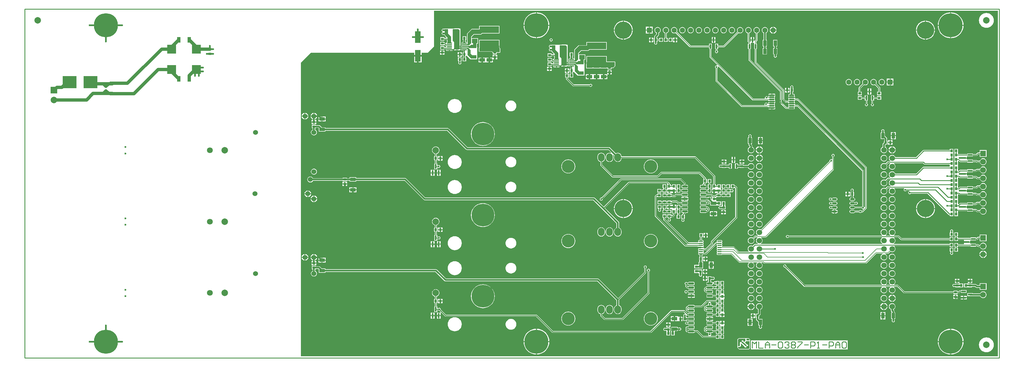
<source format=gtl>
G04 Layer_Physical_Order=1*
G04 Layer_Color=128*
%FSLAX43Y43*%
%MOMM*%
G71*
G01*
G75*
%ADD10R,2.700X2.700*%
%ADD11O,1.400X0.350*%
%ADD12R,6.000X2.000*%
%ADD13R,0.600X1.350*%
%ADD14O,1.450X0.650*%
%ADD15R,1.800X1.340*%
%ADD16R,0.800X0.900*%
G04:AMPARAMS|DCode=17|XSize=0.45mm|YSize=1.6mm|CornerRadius=0.05mm|HoleSize=0mm|Usage=FLASHONLY|Rotation=90.000|XOffset=0mm|YOffset=0mm|HoleType=Round|Shape=RoundedRectangle|*
%AMROUNDEDRECTD17*
21,1,0.450,1.501,0,0,90.0*
21,1,0.351,1.600,0,0,90.0*
1,1,0.099,0.750,0.175*
1,1,0.099,0.750,-0.175*
1,1,0.099,-0.750,-0.175*
1,1,0.099,-0.750,0.175*
%
%ADD17ROUNDEDRECTD17*%
%ADD18R,4.240X3.810*%
%ADD19R,1.800X3.550*%
%ADD20C,2.000*%
G04:AMPARAMS|DCode=21|XSize=0.65mm|YSize=1.65mm|CornerRadius=0.049mm|HoleSize=0mm|Usage=FLASHONLY|Rotation=270.000|XOffset=0mm|YOffset=0mm|HoleType=Round|Shape=RoundedRectangle|*
%AMROUNDEDRECTD21*
21,1,0.650,1.552,0,0,270.0*
21,1,0.552,1.650,0,0,270.0*
1,1,0.098,-0.776,-0.276*
1,1,0.098,-0.776,0.276*
1,1,0.098,0.776,0.276*
1,1,0.098,0.776,-0.276*
%
%ADD21ROUNDEDRECTD21*%
%ADD22R,1.700X1.000*%
%ADD23R,1.000X1.700*%
G04:AMPARAMS|DCode=24|XSize=0.3mm|YSize=1.55mm|CornerRadius=0.05mm|HoleSize=0mm|Usage=FLASHONLY|Rotation=90.000|XOffset=0mm|YOffset=0mm|HoleType=Round|Shape=RoundedRectangle|*
%AMROUNDEDRECTD24*
21,1,0.300,1.451,0,0,90.0*
21,1,0.201,1.550,0,0,90.0*
1,1,0.099,0.726,0.101*
1,1,0.099,0.726,-0.101*
1,1,0.099,-0.726,-0.101*
1,1,0.099,-0.726,0.101*
%
%ADD24ROUNDEDRECTD24*%
G04:AMPARAMS|DCode=25|XSize=1.73mm|YSize=1.9mm|CornerRadius=0.052mm|HoleSize=0mm|Usage=FLASHONLY|Rotation=0.000|XOffset=0mm|YOffset=0mm|HoleType=Round|Shape=RoundedRectangle|*
%AMROUNDEDRECTD25*
21,1,1.730,1.796,0,0,0.0*
21,1,1.626,1.900,0,0,0.0*
1,1,0.104,0.813,-0.898*
1,1,0.104,-0.813,-0.898*
1,1,0.104,-0.813,0.898*
1,1,0.104,0.813,0.898*
%
%ADD25ROUNDEDRECTD25*%
%ADD26R,0.900X0.800*%
%ADD27R,1.350X0.600*%
%ADD28C,0.250*%
%ADD29C,0.150*%
%ADD30C,0.500*%
%ADD31C,0.200*%
%ADD32C,1.000*%
%ADD33C,0.300*%
%ADD34C,0.400*%
%ADD35C,0.254*%
%ADD36C,0.178*%
%ADD37O,2.000X2.500*%
%ADD38C,7.000*%
%ADD39C,1.524*%
%ADD40C,1.800*%
%ADD41C,1.600*%
%ADD42R,1.600X1.600*%
%ADD43C,7.400*%
%ADD44C,5.300*%
%ADD45C,1.700*%
%ADD46C,1.750*%
%ADD47R,1.750X1.750*%
%ADD48C,4.000*%
%ADD49R,2.000X2.000*%
%ADD50R,1.800X1.800*%
%ADD51C,0.600*%
G36*
X299500Y500D02*
X85000D01*
Y91000D01*
X88000Y94000D01*
X119846D01*
Y93252D01*
X122154D01*
Y94000D01*
X124000D01*
X126000Y96000D01*
Y107000D01*
X299500D01*
Y500D01*
D02*
G37*
%LPC*%
G36*
X128004Y34898D02*
X127577D01*
Y34096D01*
X128004D01*
Y34898D01*
D02*
G37*
G36*
X126104D02*
X125677D01*
Y34096D01*
X126104D01*
Y34898D01*
D02*
G37*
G36*
X127323D02*
X126896D01*
Y34096D01*
X127323D01*
Y34898D01*
D02*
G37*
G36*
Y35954D02*
X126896D01*
Y35152D01*
X127323D01*
Y35954D01*
D02*
G37*
G36*
X128004D02*
X127577D01*
Y35152D01*
X128004D01*
Y35954D01*
D02*
G37*
G36*
X290954Y35573D02*
X290025D01*
X289096D01*
Y35205D01*
X289096Y35146D01*
X288969Y35030D01*
X287250D01*
Y35400D01*
X286150D01*
Y34200D01*
X286420D01*
Y33900D01*
X286150D01*
Y32700D01*
X287250D01*
Y33900D01*
X286980D01*
Y34200D01*
X287250D01*
Y34470D01*
X291150D01*
Y34300D01*
X292800D01*
Y34470D01*
X293234D01*
X293442Y34262D01*
X293533Y34201D01*
X293640Y34180D01*
X294007D01*
X294105Y33943D01*
X294269Y33729D01*
X294483Y33565D01*
X294732Y33461D01*
X295000Y33426D01*
X295268Y33461D01*
X295517Y33565D01*
X295731Y33729D01*
X295895Y33943D01*
X295999Y34192D01*
X296034Y34460D01*
X295999Y34728D01*
X295895Y34977D01*
X295731Y35191D01*
X295517Y35355D01*
X295268Y35459D01*
X295000Y35494D01*
X294732Y35459D01*
X294483Y35355D01*
X294269Y35191D01*
X294105Y34977D01*
X294007Y34740D01*
X293756D01*
X293548Y34948D01*
X293457Y35009D01*
X293350Y35030D01*
X292800D01*
Y35200D01*
X291150D01*
Y35200D01*
X291129Y35191D01*
X291116Y35192D01*
X290954Y35308D01*
Y35573D01*
D02*
G37*
G36*
X125423Y35954D02*
X124996D01*
Y35152D01*
X125423D01*
Y35954D01*
D02*
G37*
G36*
Y34898D02*
X124996D01*
Y34096D01*
X125423D01*
Y34898D01*
D02*
G37*
G36*
X295127Y33042D02*
Y32047D01*
X296122D01*
X296100Y32215D01*
X295986Y32489D01*
X295805Y32725D01*
X295569Y32906D01*
X295295Y33020D01*
X295127Y33042D01*
D02*
G37*
G36*
X294873Y33042D02*
X294705Y33020D01*
X294431Y32906D01*
X294195Y32725D01*
X294014Y32489D01*
X293900Y32215D01*
X293878Y32047D01*
X294873D01*
Y33042D01*
D02*
G37*
G36*
X285850Y33900D02*
X284750D01*
Y32700D01*
X284926D01*
X284976Y32525D01*
X284976Y32524D01*
X284876Y32376D01*
X284841Y32200D01*
X284876Y32024D01*
X284976Y31876D01*
X285124Y31776D01*
X285300Y31741D01*
X285476Y31776D01*
X285624Y31876D01*
X285724Y32024D01*
X285759Y32200D01*
X285724Y32376D01*
X285624Y32524D01*
X285624Y32525D01*
X285674Y32700D01*
X285850D01*
Y33900D01*
D02*
G37*
G36*
X132350Y37510D02*
X131929Y37469D01*
X131523Y37346D01*
X131150Y37146D01*
X130822Y36878D01*
X130554Y36550D01*
X130354Y36177D01*
X130231Y35771D01*
X130190Y35350D01*
X130231Y34929D01*
X130354Y34523D01*
X130554Y34150D01*
X130822Y33822D01*
X131150Y33554D01*
X131523Y33354D01*
X131929Y33231D01*
X132350Y33190D01*
X132771Y33231D01*
X133177Y33354D01*
X133550Y33554D01*
X133878Y33822D01*
X134146Y34150D01*
X134346Y34523D01*
X134469Y34929D01*
X134510Y35350D01*
X134469Y35771D01*
X134346Y36177D01*
X134146Y36550D01*
X133878Y36878D01*
X133550Y37146D01*
X133177Y37346D01*
X132771Y37469D01*
X132350Y37510D01*
D02*
G37*
G36*
X192700Y38160D02*
X192279Y38119D01*
X191873Y37996D01*
X191500Y37796D01*
X191172Y37528D01*
X190904Y37200D01*
X190704Y36827D01*
X190581Y36421D01*
X190540Y36000D01*
X190581Y35579D01*
X190704Y35173D01*
X190904Y34800D01*
X191172Y34472D01*
X191500Y34204D01*
X191873Y34004D01*
X192279Y33881D01*
X192700Y33840D01*
X193121Y33881D01*
X193527Y34004D01*
X193900Y34204D01*
X194228Y34472D01*
X194496Y34800D01*
X194696Y35173D01*
X194819Y35579D01*
X194860Y36000D01*
X194819Y36421D01*
X194696Y36827D01*
X194496Y37200D01*
X194228Y37528D01*
X193900Y37796D01*
X193527Y37996D01*
X193121Y38119D01*
X192700Y38160D01*
D02*
G37*
G36*
X167300D02*
X166879Y38119D01*
X166473Y37996D01*
X166100Y37796D01*
X165772Y37528D01*
X165504Y37200D01*
X165304Y36827D01*
X165181Y36421D01*
X165140Y36000D01*
X165181Y35579D01*
X165304Y35173D01*
X165504Y34800D01*
X165772Y34472D01*
X166100Y34204D01*
X166473Y34004D01*
X166879Y33881D01*
X167300Y33840D01*
X167721Y33881D01*
X168127Y34004D01*
X168500Y34204D01*
X168828Y34472D01*
X169096Y34800D01*
X169296Y35173D01*
X169419Y35579D01*
X169460Y36000D01*
X169419Y36421D01*
X169296Y36827D01*
X169096Y37200D01*
X168828Y37528D01*
X168500Y37796D01*
X168127Y37996D01*
X167721Y38119D01*
X167300Y38160D01*
D02*
G37*
G36*
X149650Y37008D02*
X149327Y36976D01*
X149016Y36882D01*
X148729Y36729D01*
X148478Y36522D01*
X148271Y36271D01*
X148118Y35984D01*
X148024Y35673D01*
X147992Y35350D01*
X148024Y35027D01*
X148118Y34716D01*
X148271Y34429D01*
X148478Y34178D01*
X148729Y33971D01*
X149016Y33818D01*
X149327Y33724D01*
X149650Y33692D01*
X149973Y33724D01*
X150284Y33818D01*
X150571Y33971D01*
X150822Y34178D01*
X151029Y34429D01*
X151182Y34716D01*
X151276Y35027D01*
X151308Y35350D01*
X151276Y35673D01*
X151182Y35984D01*
X151029Y36271D01*
X150822Y36522D01*
X150571Y36729D01*
X150284Y36882D01*
X149973Y36976D01*
X149650Y37008D01*
D02*
G37*
G36*
X210254Y38504D02*
X209727D01*
Y37927D01*
X210254D01*
Y38504D01*
D02*
G37*
G36*
X209473D02*
X208946D01*
Y37927D01*
X209473D01*
Y38504D01*
D02*
G37*
G36*
X223560Y39709D02*
X223299Y39674D01*
X223056Y39573D01*
X222847Y39413D01*
X222686Y39204D01*
X222586Y38961D01*
X222551Y38700D01*
X222586Y38439D01*
X222686Y38196D01*
X222847Y37987D01*
X223056Y37826D01*
X223299Y37726D01*
X223560Y37691D01*
X223821Y37726D01*
X224064Y37826D01*
X224273Y37987D01*
X224433Y38196D01*
X224534Y38439D01*
X224569Y38700D01*
X224534Y38961D01*
X224433Y39204D01*
X224273Y39413D01*
X224064Y39573D01*
X223821Y39674D01*
X223560Y39709D01*
D02*
G37*
G36*
X127773Y39373D02*
X127246D01*
Y38796D01*
X127773D01*
Y39373D01*
D02*
G37*
G36*
X128554Y40204D02*
X128027D01*
Y39627D01*
X128554D01*
Y40204D01*
D02*
G37*
G36*
X127773D02*
X127246D01*
Y39627D01*
X127773D01*
Y40204D01*
D02*
G37*
G36*
X128554Y39373D02*
X128027D01*
Y38796D01*
X128554D01*
Y39373D01*
D02*
G37*
G36*
X285300Y39559D02*
X285124Y39524D01*
X284976Y39424D01*
X284876Y39276D01*
X284841Y39100D01*
X284876Y38924D01*
X284909Y38875D01*
X284816Y38700D01*
X284750D01*
Y37500D01*
X285850D01*
Y38700D01*
X285784D01*
X285691Y38875D01*
X285724Y38924D01*
X285759Y39100D01*
X285724Y39276D01*
X285624Y39424D01*
X285476Y39524D01*
X285300Y39559D01*
D02*
G37*
G36*
X126500Y43160D02*
X126200Y43120D01*
X125920Y43005D01*
X125680Y42820D01*
X125495Y42580D01*
X125380Y42300D01*
X125340Y42000D01*
X125380Y41700D01*
X125495Y41420D01*
X125680Y41180D01*
X125920Y40995D01*
X126200Y40880D01*
X126220Y40877D01*
Y40100D01*
X125950D01*
Y38900D01*
X126220D01*
Y37800D01*
X126050D01*
Y36150D01*
X126950D01*
Y36695D01*
X127121D01*
X127151Y36651D01*
X127299Y36551D01*
X127475Y36516D01*
X127651Y36551D01*
X127799Y36651D01*
X127899Y36799D01*
X127934Y36975D01*
X127899Y37151D01*
X127799Y37299D01*
X127651Y37399D01*
X127475Y37434D01*
X127299Y37399D01*
X127151Y37299D01*
X127121Y37255D01*
X126950D01*
Y37800D01*
X126780D01*
Y38900D01*
X127050D01*
Y40100D01*
X126780D01*
Y40877D01*
X126800Y40880D01*
X127080Y40995D01*
X127320Y41180D01*
X127505Y41420D01*
X127620Y41700D01*
X127660Y42000D01*
X127620Y42300D01*
X127505Y42580D01*
X127320Y42820D01*
X127080Y43005D01*
X126800Y43120D01*
X126500Y43160D01*
D02*
G37*
G36*
X287250Y38700D02*
X286150D01*
Y37500D01*
X286420D01*
Y37200D01*
X286150D01*
Y36000D01*
X287250D01*
Y36370D01*
X288969D01*
X289096Y36254D01*
X289096Y36195D01*
Y35827D01*
X290025D01*
X290954D01*
Y36092D01*
X291116Y36208D01*
X291129Y36209D01*
X291150Y36200D01*
Y36200D01*
X292800D01*
Y36370D01*
X293050D01*
X293157Y36391D01*
X293248Y36452D01*
X293516Y36720D01*
X293975D01*
Y35975D01*
X296025D01*
Y38025D01*
X293975D01*
Y37280D01*
X293400D01*
X293293Y37259D01*
X293202Y37198D01*
X292975Y36972D01*
X292800Y37030D01*
Y37100D01*
X291150D01*
Y36930D01*
X287250D01*
Y37200D01*
X286980D01*
Y37500D01*
X287250D01*
Y38700D01*
D02*
G37*
G36*
X126104Y35954D02*
X125677D01*
Y35152D01*
X126104D01*
Y35954D01*
D02*
G37*
G36*
X209473Y37673D02*
X208946D01*
Y37096D01*
X209473D01*
Y37673D01*
D02*
G37*
G36*
X180000Y40210D02*
X179700Y40170D01*
X179420Y40055D01*
X179180Y39870D01*
X178995Y39630D01*
X178880Y39350D01*
X178840Y39050D01*
Y38550D01*
X178880Y38250D01*
X178995Y37970D01*
X179180Y37730D01*
X179420Y37545D01*
X179700Y37430D01*
X180000Y37390D01*
X180300Y37430D01*
X180580Y37545D01*
X180820Y37730D01*
X181005Y37970D01*
X181120Y38250D01*
X181160Y38550D01*
Y39050D01*
X181120Y39350D01*
X181005Y39630D01*
X180820Y39870D01*
X180580Y40055D01*
X180300Y40170D01*
X180000Y40210D01*
D02*
G37*
G36*
X177450D02*
X177150Y40170D01*
X176870Y40055D01*
X176630Y39870D01*
X176445Y39630D01*
X176330Y39350D01*
X176290Y39050D01*
Y38550D01*
X176330Y38250D01*
X176445Y37970D01*
X176630Y37730D01*
X176870Y37545D01*
X177150Y37430D01*
X177450Y37390D01*
X177750Y37430D01*
X178030Y37545D01*
X178270Y37730D01*
X178455Y37970D01*
X178570Y38250D01*
X178610Y38550D01*
Y39050D01*
X178570Y39350D01*
X178455Y39630D01*
X178270Y39870D01*
X178030Y40055D01*
X177750Y40170D01*
X177450Y40210D01*
D02*
G37*
G36*
X210254Y37673D02*
X209727D01*
Y37096D01*
X210254D01*
Y37673D01*
D02*
G37*
G36*
X89127Y32008D02*
Y31127D01*
X90008D01*
X89990Y31265D01*
X89887Y31512D01*
X89725Y31725D01*
X89512Y31887D01*
X89265Y31990D01*
X89127Y32008D01*
D02*
G37*
G36*
X88873Y29073D02*
X88296D01*
Y28546D01*
X88873D01*
Y29073D01*
D02*
G37*
G36*
X267000Y29549D02*
X266739Y29514D01*
X266496Y29413D01*
X266287Y29253D01*
X266126Y29044D01*
X266026Y28801D01*
X265991Y28540D01*
X266026Y28279D01*
X266126Y28036D01*
X266287Y27827D01*
X266496Y27667D01*
X266739Y27566D01*
X267000Y27531D01*
X267261Y27566D01*
X267504Y27667D01*
X267713Y27827D01*
X267874Y28036D01*
X267974Y28279D01*
X268009Y28540D01*
X267974Y28801D01*
X267874Y29044D01*
X267713Y29253D01*
X267504Y29413D01*
X267261Y29514D01*
X267000Y29549D01*
D02*
G37*
G36*
X264460D02*
X264199Y29514D01*
X263956Y29413D01*
X263747Y29253D01*
X263586Y29044D01*
X263486Y28801D01*
X263451Y28540D01*
X263486Y28279D01*
X263586Y28036D01*
X263747Y27827D01*
X263956Y27667D01*
X264199Y27566D01*
X264460Y27531D01*
X264721Y27566D01*
X264964Y27667D01*
X265173Y27827D01*
X265333Y28036D01*
X265434Y28279D01*
X265469Y28540D01*
X265434Y28801D01*
X265333Y29044D01*
X265173Y29253D01*
X264964Y29413D01*
X264721Y29514D01*
X264460Y29549D01*
D02*
G37*
G36*
X89704Y29073D02*
X89127D01*
Y28546D01*
X89704D01*
Y29073D01*
D02*
G37*
G36*
X90008Y30873D02*
X89000D01*
X87992D01*
X88010Y30735D01*
X88113Y30488D01*
X88275Y30275D01*
X88488Y30113D01*
X88689Y30029D01*
X88654Y29854D01*
X88296D01*
Y29327D01*
X89000D01*
X89704D01*
Y29854D01*
X89346D01*
X89311Y30029D01*
X89512Y30113D01*
X89725Y30275D01*
X89887Y30488D01*
X89990Y30735D01*
X90008Y30873D01*
D02*
G37*
G36*
X212054Y29704D02*
X211427D01*
Y28727D01*
X212054D01*
Y29704D01*
D02*
G37*
G36*
X211173D02*
X210546D01*
Y28727D01*
X211173D01*
Y29704D01*
D02*
G37*
G36*
X212054Y28473D02*
X211427D01*
Y27496D01*
X212054D01*
Y28473D01*
D02*
G37*
G36*
X210054Y26473D02*
X209527D01*
Y25896D01*
X210054D01*
Y26473D01*
D02*
G37*
G36*
X209273D02*
X208746D01*
Y25896D01*
X209273D01*
Y26473D01*
D02*
G37*
G36*
X132350Y29810D02*
X131929Y29769D01*
X131523Y29646D01*
X131150Y29446D01*
X130822Y29178D01*
X130554Y28850D01*
X130354Y28477D01*
X130231Y28071D01*
X130190Y27650D01*
X130231Y27229D01*
X130354Y26823D01*
X130554Y26450D01*
X130822Y26122D01*
X131150Y25854D01*
X131523Y25654D01*
X131929Y25531D01*
X132350Y25490D01*
X132771Y25531D01*
X133177Y25654D01*
X133550Y25854D01*
X133878Y26122D01*
X134146Y26450D01*
X134346Y26823D01*
X134469Y27229D01*
X134510Y27650D01*
X134469Y28071D01*
X134346Y28477D01*
X134146Y28850D01*
X133878Y29178D01*
X133550Y29446D01*
X133177Y29646D01*
X132771Y29769D01*
X132350Y29810D01*
D02*
G37*
G36*
X149650Y29308D02*
X149327Y29276D01*
X149016Y29182D01*
X148729Y29029D01*
X148478Y28822D01*
X148271Y28571D01*
X148118Y28284D01*
X148024Y27973D01*
X147992Y27650D01*
X148024Y27327D01*
X148118Y27016D01*
X148271Y26729D01*
X148478Y26478D01*
X148729Y26271D01*
X149016Y26118D01*
X149327Y26024D01*
X149650Y25992D01*
X149973Y26024D01*
X150284Y26118D01*
X150571Y26271D01*
X150822Y26478D01*
X151029Y26729D01*
X151182Y27016D01*
X151276Y27327D01*
X151308Y27650D01*
X151276Y27973D01*
X151182Y28284D01*
X151029Y28571D01*
X150822Y28822D01*
X150571Y29029D01*
X150284Y29182D01*
X149973Y29276D01*
X149650Y29308D01*
D02*
G37*
G36*
X211173Y28473D02*
X210546D01*
Y27496D01*
X211173D01*
Y28473D01*
D02*
G37*
G36*
X210054Y27304D02*
X209527D01*
Y26727D01*
X210054D01*
Y27304D01*
D02*
G37*
G36*
X209273D02*
X208746D01*
Y26727D01*
X209273D01*
Y27304D01*
D02*
G37*
G36*
X91373Y29973D02*
X90396D01*
Y29346D01*
X91373D01*
Y29973D01*
D02*
G37*
G36*
X294873Y31793D02*
X293878D01*
X293900Y31625D01*
X294014Y31351D01*
X294195Y31115D01*
X294431Y30934D01*
X294705Y30820D01*
X294873Y30798D01*
Y31793D01*
D02*
G37*
G36*
X210154Y31204D02*
X209627D01*
Y30627D01*
X210154D01*
Y31204D01*
D02*
G37*
G36*
X209373D02*
X208846D01*
Y30627D01*
X209373D01*
Y31204D01*
D02*
G37*
G36*
X296122Y31793D02*
X295127D01*
Y30798D01*
X295295Y30820D01*
X295569Y30934D01*
X295805Y31115D01*
X295986Y31351D01*
X296100Y31625D01*
X296122Y31793D01*
D02*
G37*
G36*
X86377Y32008D02*
Y31127D01*
X87258D01*
X87240Y31265D01*
X87137Y31512D01*
X86975Y31725D01*
X86762Y31887D01*
X86515Y31990D01*
X86377Y32008D01*
D02*
G37*
G36*
X86123D02*
X85985Y31990D01*
X85738Y31887D01*
X85525Y31725D01*
X85363Y31512D01*
X85260Y31265D01*
X85242Y31127D01*
X86123D01*
Y32008D01*
D02*
G37*
G36*
X88873D02*
X88735Y31990D01*
X88488Y31887D01*
X88275Y31725D01*
X88113Y31512D01*
X88010Y31265D01*
X87992Y31127D01*
X88873D01*
Y32008D01*
D02*
G37*
G36*
X92604Y30854D02*
X91627D01*
Y30227D01*
X92604D01*
Y30854D01*
D02*
G37*
G36*
X210154Y30373D02*
X209627D01*
Y29796D01*
X210154D01*
Y30373D01*
D02*
G37*
G36*
X209373D02*
X208846D01*
Y29796D01*
X209373D01*
Y30373D01*
D02*
G37*
G36*
X92604Y29973D02*
X91627D01*
Y29346D01*
X92604D01*
Y29973D01*
D02*
G37*
G36*
X86123Y30873D02*
X85242D01*
X85260Y30735D01*
X85363Y30488D01*
X85525Y30275D01*
X85738Y30113D01*
X85985Y30010D01*
X86123Y29992D01*
Y30873D01*
D02*
G37*
G36*
X91373Y30854D02*
X90396D01*
Y30227D01*
X91373D01*
Y30854D01*
D02*
G37*
G36*
X267000Y32089D02*
X266739Y32054D01*
X266496Y31953D01*
X266287Y31793D01*
X266126Y31584D01*
X266026Y31341D01*
X265991Y31080D01*
X266026Y30819D01*
X266126Y30576D01*
X266287Y30367D01*
X266496Y30206D01*
X266739Y30106D01*
X267000Y30071D01*
X267261Y30106D01*
X267504Y30206D01*
X267713Y30367D01*
X267874Y30576D01*
X267974Y30819D01*
X268009Y31080D01*
X267974Y31341D01*
X267874Y31584D01*
X267713Y31793D01*
X267504Y31953D01*
X267261Y32054D01*
X267000Y32089D01*
D02*
G37*
G36*
X87258Y30873D02*
X86377D01*
Y29992D01*
X86515Y30010D01*
X86762Y30113D01*
X86975Y30275D01*
X87137Y30488D01*
X87240Y30735D01*
X87258Y30873D01*
D02*
G37*
G36*
X223560Y42249D02*
X223299Y42214D01*
X223056Y42113D01*
X222847Y41953D01*
X222686Y41744D01*
X222586Y41501D01*
X222551Y41240D01*
X222586Y40979D01*
X222686Y40736D01*
X222847Y40527D01*
X223056Y40367D01*
X223299Y40266D01*
X223560Y40231D01*
X223821Y40266D01*
X224064Y40367D01*
X224273Y40527D01*
X224433Y40736D01*
X224534Y40979D01*
X224569Y41240D01*
X224534Y41501D01*
X224433Y41744D01*
X224273Y41953D01*
X224064Y42113D01*
X223821Y42214D01*
X223560Y42249D01*
D02*
G37*
G36*
X215650Y48200D02*
X214550D01*
Y47000D01*
X214550Y47000D01*
X214550D01*
X214500Y46850D01*
X214421Y46708D01*
X214200D01*
X214176Y46724D01*
X214000Y46759D01*
X213824Y46724D01*
X213676Y46624D01*
X213576Y46476D01*
X213541Y46300D01*
X213576Y46124D01*
X213676Y45976D01*
X213824Y45876D01*
X214000Y45841D01*
X214176Y45876D01*
X214200Y45892D01*
X214500D01*
Y45750D01*
X215700D01*
Y46846D01*
X215700Y46850D01*
X215700D01*
X215650Y47000D01*
X215650Y47000D01*
Y48200D01*
D02*
G37*
G36*
X249675Y46849D02*
X248875D01*
X248690Y46812D01*
X248540Y46713D01*
X248517Y46706D01*
X248359Y46689D01*
X248211Y46789D01*
X248035Y46824D01*
X247859Y46789D01*
X247711Y46689D01*
X247611Y46541D01*
X247576Y46365D01*
X247611Y46189D01*
X247711Y46041D01*
X247859Y45941D01*
X248035Y45906D01*
X248211Y45941D01*
X248359Y46041D01*
X248517Y46024D01*
X248540Y46017D01*
X248690Y45918D01*
X248875Y45881D01*
X249675D01*
X249860Y45918D01*
X250017Y46023D01*
X250122Y46180D01*
X250159Y46365D01*
X250122Y46550D01*
X250017Y46707D01*
X249860Y46812D01*
X249675Y46849D01*
D02*
G37*
G36*
X198273Y47154D02*
X197696D01*
Y46627D01*
X198273D01*
Y47154D01*
D02*
G37*
G36*
X255125Y48119D02*
X254325D01*
X254140Y48082D01*
X253983Y47977D01*
X253878Y47820D01*
X253841Y47635D01*
X253878Y47450D01*
X253983Y47293D01*
X254140Y47188D01*
X254325Y47151D01*
X255125D01*
X255310Y47188D01*
X255460Y47287D01*
X255483Y47294D01*
X255641Y47311D01*
X255789Y47211D01*
X255965Y47176D01*
X256141Y47211D01*
X256289Y47311D01*
X256389Y47459D01*
X256424Y47635D01*
X256389Y47811D01*
X256289Y47959D01*
X256141Y48059D01*
X255965Y48094D01*
X255789Y48059D01*
X255641Y47959D01*
X255483Y47976D01*
X255460Y47983D01*
X255310Y48082D01*
X255125Y48119D01*
D02*
G37*
G36*
X226100Y49869D02*
X225839Y49834D01*
X225596Y49733D01*
X225387Y49573D01*
X225227Y49364D01*
X225126Y49121D01*
X225091Y48860D01*
X225126Y48599D01*
X225227Y48356D01*
X225387Y48147D01*
X225596Y47986D01*
X225839Y47886D01*
X226100Y47851D01*
X226361Y47886D01*
X226604Y47986D01*
X226813Y48147D01*
X226973Y48356D01*
X227074Y48599D01*
X227109Y48860D01*
X227074Y49121D01*
X226973Y49364D01*
X226813Y49573D01*
X226604Y49733D01*
X226361Y49834D01*
X226100Y49869D01*
D02*
G37*
G36*
X223560D02*
X223299Y49834D01*
X223056Y49733D01*
X222847Y49573D01*
X222686Y49364D01*
X222586Y49121D01*
X222551Y48860D01*
X222586Y48599D01*
X222686Y48356D01*
X222847Y48147D01*
X223056Y47986D01*
X223299Y47886D01*
X223560Y47851D01*
X223821Y47886D01*
X224064Y47986D01*
X224273Y48147D01*
X224433Y48356D01*
X224534Y48599D01*
X224569Y48860D01*
X224534Y49121D01*
X224433Y49364D01*
X224273Y49573D01*
X224064Y49733D01*
X223821Y49834D01*
X223560Y49869D01*
D02*
G37*
G36*
X209601Y48209D02*
X208049D01*
X207971Y48193D01*
X207905Y48150D01*
X207862Y48084D01*
X207846Y48006D01*
Y47454D01*
X207862Y47376D01*
X207905Y47310D01*
X207971Y47267D01*
X208049Y47251D01*
X209601D01*
X209679Y47267D01*
X209745Y47310D01*
X209772Y47351D01*
X209859Y47378D01*
X209884Y47383D01*
X209970Y47390D01*
X210094Y47306D01*
X210270Y47271D01*
X210446Y47306D01*
X210594Y47406D01*
X210694Y47554D01*
X210729Y47730D01*
X210694Y47906D01*
X210594Y48054D01*
X210446Y48154D01*
X210270Y48189D01*
X210094Y48154D01*
X209970Y48070D01*
X209884Y48077D01*
X209859Y48082D01*
X209772Y48109D01*
X209745Y48150D01*
X209679Y48193D01*
X209601Y48209D01*
D02*
G37*
G36*
X199927Y47204D02*
Y46627D01*
X200454D01*
Y47204D01*
X199927D01*
D02*
G37*
G36*
X201750Y47100D02*
X200650D01*
Y45900D01*
X200920D01*
Y45700D01*
X200650D01*
Y44500D01*
X200920D01*
Y44100D01*
X200650D01*
Y42900D01*
X201750D01*
Y44100D01*
X201480D01*
Y44500D01*
X201750D01*
Y45700D01*
X201480D01*
Y45900D01*
X201750D01*
Y46180D01*
X202197D01*
X202212Y46106D01*
X202255Y46040D01*
X202321Y45997D01*
X202399Y45981D01*
X203951D01*
X204029Y45997D01*
X204095Y46040D01*
X204138Y46106D01*
X204154Y46184D01*
Y46736D01*
X204138Y46814D01*
X204095Y46880D01*
X204029Y46923D01*
X203951Y46939D01*
X202399D01*
X202321Y46923D01*
X202255Y46880D01*
X202212Y46814D01*
X202197Y46740D01*
X201750D01*
Y47100D01*
D02*
G37*
G36*
X198273Y46373D02*
X197696D01*
Y45846D01*
X198273D01*
Y46373D01*
D02*
G37*
G36*
X209601Y46939D02*
X208049D01*
X207971Y46923D01*
X207905Y46880D01*
X207862Y46814D01*
X207846Y46736D01*
Y46184D01*
X207862Y46106D01*
X207905Y46040D01*
X207971Y45997D01*
X208049Y45981D01*
X209601D01*
X209679Y45997D01*
X209745Y46040D01*
X209783Y46098D01*
X209830Y46112D01*
X209972Y46132D01*
X210120Y45984D01*
Y45716D01*
X209964Y45560D01*
X209922Y45556D01*
X209753Y45597D01*
X209745Y45610D01*
X209679Y45653D01*
X209601Y45669D01*
X208049D01*
X207971Y45653D01*
X207905Y45610D01*
X207862Y45544D01*
X207846Y45466D01*
Y44914D01*
X207862Y44836D01*
X207905Y44770D01*
X207971Y44727D01*
X208049Y44711D01*
X209601D01*
X209679Y44727D01*
X209745Y44770D01*
X209788Y44836D01*
X209803Y44910D01*
X209990D01*
X210097Y44931D01*
X210188Y44992D01*
X210598Y45402D01*
X210659Y45493D01*
X210680Y45600D01*
Y46100D01*
X210659Y46207D01*
X210598Y46298D01*
X210238Y46658D01*
X210147Y46719D01*
X210040Y46740D01*
X209803D01*
X209788Y46814D01*
X209745Y46880D01*
X209679Y46923D01*
X209601Y46939D01*
D02*
G37*
G36*
X184123Y48903D02*
X183794Y48877D01*
X183350Y48770D01*
X182928Y48595D01*
X182538Y48357D01*
X182190Y48060D01*
X181893Y47712D01*
X181655Y47322D01*
X181480Y46900D01*
X181373Y46456D01*
X181347Y46127D01*
X184123D01*
Y48903D01*
D02*
G37*
G36*
X277397D02*
Y46127D01*
X280173D01*
X280147Y46456D01*
X280040Y46900D01*
X279865Y47322D01*
X279627Y47712D01*
X279330Y48060D01*
X278982Y48357D01*
X278592Y48595D01*
X278170Y48770D01*
X277726Y48877D01*
X277397Y48903D01*
D02*
G37*
G36*
X277143D02*
X276814Y48877D01*
X276370Y48770D01*
X275948Y48595D01*
X275558Y48357D01*
X275210Y48060D01*
X274913Y47712D01*
X274674Y47322D01*
X274500Y46900D01*
X274393Y46456D01*
X274367Y46127D01*
X277143D01*
Y48903D01*
D02*
G37*
G36*
X184377D02*
Y46127D01*
X187153D01*
X187127Y46456D01*
X187020Y46900D01*
X186845Y47322D01*
X186607Y47712D01*
X186310Y48060D01*
X185962Y48357D01*
X185572Y48595D01*
X185150Y48770D01*
X184706Y48877D01*
X184377Y48903D01*
D02*
G37*
G36*
X264460Y49869D02*
X264199Y49834D01*
X263956Y49733D01*
X263747Y49573D01*
X263586Y49364D01*
X263486Y49121D01*
X263451Y48860D01*
X263486Y48599D01*
X263586Y48356D01*
X263747Y48147D01*
X263956Y47986D01*
X264199Y47886D01*
X264460Y47851D01*
X264721Y47886D01*
X264964Y47986D01*
X265173Y48147D01*
X265333Y48356D01*
X265434Y48599D01*
X265469Y48860D01*
X265434Y49121D01*
X265333Y49364D01*
X265173Y49573D01*
X264964Y49733D01*
X264721Y49834D01*
X264460Y49869D01*
D02*
G37*
G36*
X203048Y49585D02*
X202399D01*
X202281Y49561D01*
X202180Y49495D01*
X202114Y49394D01*
X202090Y49276D01*
Y49127D01*
X203048D01*
Y49585D01*
D02*
G37*
G36*
X89127Y50008D02*
Y49127D01*
X90008D01*
X89990Y49265D01*
X89887Y49512D01*
X89725Y49725D01*
X89512Y49887D01*
X89265Y49990D01*
X89127Y50008D01*
D02*
G37*
G36*
X88873Y50008D02*
X88735Y49990D01*
X88488Y49887D01*
X88275Y49725D01*
X88113Y49512D01*
X88010Y49265D01*
X87992Y49127D01*
X88873D01*
Y50008D01*
D02*
G37*
G36*
X203951Y49585D02*
X203302D01*
Y49127D01*
X204260D01*
Y49276D01*
X204236Y49394D01*
X204170Y49495D01*
X204069Y49561D01*
X203951Y49585D01*
D02*
G37*
G36*
X209601Y50749D02*
X208049D01*
X207971Y50733D01*
X207905Y50690D01*
X207862Y50624D01*
X207846Y50546D01*
Y49994D01*
X207862Y49916D01*
X207905Y49850D01*
X207971Y49807D01*
X208049Y49791D01*
X209601D01*
X209679Y49807D01*
X209745Y49850D01*
X209788Y49916D01*
X209803Y49990D01*
X211214D01*
X211546Y49657D01*
Y48947D01*
X211371Y48854D01*
X211350Y48868D01*
Y49600D01*
X210250D01*
Y49408D01*
X209752D01*
X209745Y49420D01*
X209679Y49463D01*
X209601Y49479D01*
X208049D01*
X207971Y49463D01*
X207905Y49420D01*
X207862Y49354D01*
X207846Y49276D01*
Y48724D01*
X207862Y48646D01*
X207905Y48580D01*
X207971Y48537D01*
X208049Y48521D01*
X209601D01*
X209679Y48537D01*
X209745Y48580D01*
X209752Y48592D01*
X210250D01*
Y48400D01*
X210523D01*
X211000Y47923D01*
Y46950D01*
X212996D01*
X213000Y46950D01*
Y46950D01*
X213150Y47000D01*
X213150Y47000D01*
X214250D01*
Y48200D01*
X213150D01*
Y48200D01*
X213000Y48250D01*
X212854Y48296D01*
Y48873D01*
X212200D01*
Y49127D01*
X212854D01*
Y49480D01*
X213000Y49550D01*
X214200D01*
Y49820D01*
X214500D01*
Y49550D01*
X215700D01*
Y49820D01*
X216000D01*
Y49550D01*
X217200D01*
Y50650D01*
X216000D01*
Y50380D01*
X215700D01*
Y50650D01*
X214500D01*
Y50380D01*
X214200D01*
Y50650D01*
X213000D01*
Y50380D01*
X212900D01*
X212793Y50359D01*
X212702Y50298D01*
X212484Y50080D01*
X211916D01*
X211528Y50468D01*
X211437Y50529D01*
X211330Y50550D01*
X209803D01*
X209788Y50624D01*
X209745Y50690D01*
X209679Y50733D01*
X209601Y50749D01*
D02*
G37*
G36*
X195900Y50650D02*
X194700D01*
Y50380D01*
X194500D01*
X194393Y50359D01*
X194302Y50298D01*
X194002Y49998D01*
X193941Y49907D01*
X193920Y49800D01*
Y43800D01*
X193941Y43693D01*
X194002Y43602D01*
X203152Y34452D01*
X203243Y34391D01*
X203350Y34370D01*
X207121D01*
X207214Y34195D01*
X207196Y34167D01*
X207188Y34127D01*
X208125D01*
X209062D01*
X209054Y34167D01*
X208959Y34309D01*
X208957Y34311D01*
X208884Y34416D01*
X208956Y34523D01*
X208981Y34650D01*
X208956Y34777D01*
X208884Y34884D01*
Y35066D01*
X208956Y35173D01*
X208981Y35300D01*
X208956Y35427D01*
X208884Y35534D01*
Y35716D01*
X208956Y35823D01*
X208981Y35950D01*
X208956Y36077D01*
X208884Y36184D01*
X208777Y36256D01*
X208650Y36281D01*
X208405D01*
Y37200D01*
X208750D01*
Y38400D01*
X207650D01*
Y37200D01*
X207845D01*
Y36281D01*
X207600D01*
X207473Y36256D01*
X207366Y36184D01*
X207294Y36077D01*
X207269Y35950D01*
X207294Y35823D01*
X207339Y35755D01*
X207290Y35618D01*
X207262Y35580D01*
X204316D01*
X197180Y42716D01*
Y43150D01*
X197500D01*
Y44250D01*
X196300D01*
Y43150D01*
X196620D01*
Y42600D01*
X196641Y42493D01*
X196702Y42402D01*
X203998Y35105D01*
X203998Y35090D01*
X203943Y34930D01*
X203466D01*
X194480Y43916D01*
Y49558D01*
X194525Y49587D01*
X194700Y49550D01*
Y49550D01*
X195900D01*
Y50650D01*
D02*
G37*
G36*
X249675Y49389D02*
X248875D01*
X248690Y49352D01*
X248533Y49247D01*
X248525Y49236D01*
X248319Y49229D01*
X248171Y49329D01*
X247995Y49364D01*
X247819Y49329D01*
X247671Y49229D01*
X247571Y49081D01*
X247536Y48905D01*
X247571Y48729D01*
X247671Y48581D01*
X247819Y48481D01*
X247995Y48446D01*
X248171Y48481D01*
X248319Y48581D01*
X248525Y48574D01*
X248533Y48563D01*
X248690Y48458D01*
X248875Y48421D01*
X249675D01*
X249860Y48458D01*
X250017Y48563D01*
X250122Y48720D01*
X250159Y48905D01*
X250122Y49090D01*
X250017Y49247D01*
X249860Y49352D01*
X249675Y49389D01*
D02*
G37*
G36*
X254700Y52159D02*
X254524Y52124D01*
X254376Y52024D01*
X254276Y51876D01*
X254241Y51700D01*
X254276Y51524D01*
X254292Y51500D01*
Y51100D01*
X254150D01*
Y49900D01*
X254292D01*
Y49383D01*
X254140Y49352D01*
X253983Y49247D01*
X253878Y49090D01*
X253841Y48905D01*
X253878Y48720D01*
X253983Y48563D01*
X254140Y48458D01*
X254325Y48421D01*
X255125D01*
X255310Y48458D01*
X255467Y48563D01*
X255572Y48720D01*
X255609Y48905D01*
X255572Y49090D01*
X255467Y49247D01*
X255310Y49352D01*
X255125Y49389D01*
X255108D01*
Y49900D01*
X255250D01*
Y51100D01*
X255108D01*
Y51500D01*
X255124Y51524D01*
X255159Y51700D01*
X255124Y51876D01*
X255024Y52024D01*
X254876Y52124D01*
X254700Y52159D01*
D02*
G37*
G36*
X90008Y48873D02*
X89127D01*
Y47992D01*
X89265Y48010D01*
X89512Y48113D01*
X89725Y48275D01*
X89887Y48488D01*
X89990Y48735D01*
X90008Y48873D01*
D02*
G37*
G36*
X249675Y48119D02*
X248875D01*
X248690Y48082D01*
X248550Y47989D01*
X248504Y47974D01*
X248359Y47959D01*
X248211Y48059D01*
X248035Y48094D01*
X247859Y48059D01*
X247711Y47959D01*
X247611Y47811D01*
X247576Y47635D01*
X247611Y47459D01*
X247711Y47311D01*
X247859Y47211D01*
X248035Y47176D01*
X248211Y47211D01*
X248359Y47311D01*
X248504Y47296D01*
X248550Y47281D01*
X248690Y47188D01*
X248875Y47151D01*
X249675D01*
X249860Y47188D01*
X250017Y47293D01*
X250122Y47450D01*
X250159Y47635D01*
X250122Y47820D01*
X250017Y47977D01*
X249860Y48082D01*
X249675Y48119D01*
D02*
G37*
G36*
X267000Y49869D02*
X266739Y49834D01*
X266496Y49733D01*
X266287Y49573D01*
X266126Y49364D01*
X266026Y49121D01*
X265991Y48860D01*
X266026Y48599D01*
X266126Y48356D01*
X266287Y48147D01*
X266496Y47986D01*
X266739Y47886D01*
X267000Y47851D01*
X267261Y47886D01*
X267504Y47986D01*
X267713Y48147D01*
X267874Y48356D01*
X267974Y48599D01*
X268009Y48860D01*
X267974Y49121D01*
X267874Y49364D01*
X267713Y49573D01*
X267504Y49733D01*
X267261Y49834D01*
X267000Y49869D01*
D02*
G37*
G36*
X88873Y48873D02*
X87992D01*
X88010Y48735D01*
X88113Y48488D01*
X88275Y48275D01*
X88488Y48113D01*
X88735Y48010D01*
X88873Y47992D01*
Y48873D01*
D02*
G37*
G36*
X204260Y48873D02*
X203302D01*
Y48415D01*
X203951D01*
X204069Y48439D01*
X204170Y48505D01*
X204236Y48606D01*
X204260Y48724D01*
Y48873D01*
D02*
G37*
G36*
X203048D02*
X202090D01*
Y48724D01*
X202114Y48606D01*
X202180Y48505D01*
X202281Y48439D01*
X202399Y48415D01*
X203048D01*
Y48873D01*
D02*
G37*
G36*
X200700Y48480D02*
X199500D01*
X199393Y48459D01*
X199302Y48398D01*
X199175Y48272D01*
X199000Y48344D01*
Y48450D01*
X197800D01*
Y48180D01*
X197500D01*
Y48450D01*
X196300D01*
Y48180D01*
X196000D01*
Y48450D01*
X194800D01*
Y47350D01*
X196000D01*
Y47620D01*
X196300D01*
Y47350D01*
X197500D01*
Y47620D01*
X197800D01*
Y47350D01*
X199000D01*
Y47620D01*
X199200D01*
X199307Y47641D01*
X199398Y47702D01*
X199616Y47920D01*
X200584D01*
X200972Y47532D01*
X201063Y47471D01*
X201170Y47450D01*
X202197D01*
X202212Y47376D01*
X202255Y47310D01*
X202321Y47267D01*
X202399Y47251D01*
X203951D01*
X204029Y47267D01*
X204095Y47310D01*
X204138Y47376D01*
X204154Y47454D01*
Y48006D01*
X204138Y48084D01*
X204095Y48150D01*
X204029Y48193D01*
X203951Y48209D01*
X202399D01*
X202321Y48193D01*
X202255Y48150D01*
X202212Y48084D01*
X202197Y48010D01*
X201286D01*
X200898Y48398D01*
X200807Y48459D01*
X200700Y48480D01*
D02*
G37*
G36*
X267000Y47329D02*
X266739Y47294D01*
X266496Y47193D01*
X266287Y47033D01*
X266126Y46824D01*
X266026Y46581D01*
X265991Y46320D01*
X266026Y46059D01*
X266126Y45816D01*
X266287Y45607D01*
X266496Y45446D01*
X266739Y45346D01*
X267000Y45311D01*
X267261Y45346D01*
X267504Y45446D01*
X267713Y45607D01*
X267874Y45816D01*
X267974Y46059D01*
X268009Y46320D01*
X267974Y46581D01*
X267874Y46824D01*
X267713Y47033D01*
X267504Y47193D01*
X267261Y47294D01*
X267000Y47329D01*
D02*
G37*
G36*
X277143Y45873D02*
X274367D01*
X274393Y45544D01*
X274500Y45100D01*
X274674Y44678D01*
X274913Y44288D01*
X275210Y43940D01*
X275558Y43643D01*
X275948Y43405D01*
X276370Y43230D01*
X276814Y43123D01*
X277143Y43097D01*
Y45873D01*
D02*
G37*
G36*
X187153D02*
X184377D01*
Y43097D01*
X184706Y43123D01*
X185150Y43230D01*
X185572Y43405D01*
X185962Y43643D01*
X186310Y43940D01*
X186607Y44288D01*
X186845Y44678D01*
X187020Y45100D01*
X187127Y45544D01*
X187153Y45873D01*
D02*
G37*
G36*
X184123D02*
X181347D01*
X181373Y45544D01*
X181480Y45100D01*
X181655Y44678D01*
X181893Y44288D01*
X182190Y43940D01*
X182538Y43643D01*
X182928Y43405D01*
X183350Y43230D01*
X183794Y43123D01*
X184123Y43097D01*
Y45873D01*
D02*
G37*
G36*
X280173D02*
X277397D01*
Y43097D01*
X277726Y43123D01*
X278170Y43230D01*
X278592Y43405D01*
X278982Y43643D01*
X279330Y43940D01*
X279627Y44288D01*
X279865Y44678D01*
X280040Y45100D01*
X280147Y45544D01*
X280173Y45873D01*
D02*
G37*
G36*
X199146Y47204D02*
X198992Y47154D01*
X198527D01*
Y46500D01*
Y45846D01*
X198992D01*
X199146Y45796D01*
X199250Y45664D01*
X199250Y45621D01*
Y44500D01*
X199520D01*
Y44116D01*
X199384Y43980D01*
X199000D01*
Y44250D01*
X197800D01*
Y43150D01*
X198120D01*
Y42854D01*
X198076Y42824D01*
X197976Y42676D01*
X197941Y42500D01*
X197976Y42324D01*
X198076Y42176D01*
X198224Y42076D01*
X198400Y42041D01*
X198576Y42076D01*
X198724Y42176D01*
X198824Y42324D01*
X198859Y42500D01*
X198824Y42676D01*
X198724Y42824D01*
X198680Y42854D01*
Y43150D01*
X199000D01*
Y43420D01*
X199500D01*
X199607Y43441D01*
X199698Y43502D01*
X199998Y43802D01*
X200059Y43893D01*
X200080Y44000D01*
Y44500D01*
X200350D01*
X200350Y45664D01*
X200454Y45796D01*
X200454Y45832D01*
Y46373D01*
X199800D01*
Y46500D01*
X199673D01*
Y47204D01*
X199175Y47204D01*
X199146D01*
D02*
G37*
G36*
X213104Y44273D02*
X212127D01*
Y43646D01*
X213104D01*
Y44273D01*
D02*
G37*
G36*
X211873D02*
X210896D01*
Y43646D01*
X211873D01*
Y44273D01*
D02*
G37*
G36*
X267000Y44789D02*
X266739Y44754D01*
X266496Y44653D01*
X266287Y44493D01*
X266126Y44284D01*
X266026Y44041D01*
X265991Y43780D01*
X266026Y43519D01*
X266126Y43276D01*
X266287Y43067D01*
X266496Y42907D01*
X266739Y42806D01*
X267000Y42771D01*
X267261Y42806D01*
X267504Y42907D01*
X267713Y43067D01*
X267874Y43276D01*
X267974Y43519D01*
X268009Y43780D01*
X267974Y44041D01*
X267874Y44284D01*
X267713Y44493D01*
X267504Y44653D01*
X267261Y44754D01*
X267000Y44789D01*
D02*
G37*
G36*
Y42249D02*
X266739Y42214D01*
X266496Y42113D01*
X266287Y41953D01*
X266126Y41744D01*
X266026Y41501D01*
X265991Y41240D01*
X266026Y40979D01*
X266126Y40736D01*
X266287Y40527D01*
X266496Y40367D01*
X266739Y40266D01*
X267000Y40231D01*
X267261Y40266D01*
X267504Y40367D01*
X267713Y40527D01*
X267874Y40736D01*
X267974Y40979D01*
X268009Y41240D01*
X267974Y41501D01*
X267874Y41744D01*
X267713Y41953D01*
X267504Y42113D01*
X267261Y42214D01*
X267000Y42249D01*
D02*
G37*
G36*
X264460D02*
X264199Y42214D01*
X263956Y42113D01*
X263747Y41953D01*
X263586Y41744D01*
X263486Y41501D01*
X263451Y41240D01*
X263486Y40979D01*
X263586Y40736D01*
X263747Y40527D01*
X263956Y40367D01*
X264199Y40266D01*
X264460Y40231D01*
X264721Y40266D01*
X264964Y40367D01*
X265173Y40527D01*
X265333Y40736D01*
X265434Y40979D01*
X265469Y41240D01*
X265434Y41501D01*
X265333Y41744D01*
X265173Y41953D01*
X264964Y42113D01*
X264721Y42214D01*
X264460Y42249D01*
D02*
G37*
G36*
X226100D02*
X225839Y42214D01*
X225596Y42113D01*
X225387Y41953D01*
X225227Y41744D01*
X225126Y41501D01*
X225091Y41240D01*
X225126Y40979D01*
X225227Y40736D01*
X225387Y40527D01*
X225596Y40367D01*
X225839Y40266D01*
X226100Y40231D01*
X226361Y40266D01*
X226604Y40367D01*
X226813Y40527D01*
X226973Y40736D01*
X227074Y40979D01*
X227109Y41240D01*
X227074Y41501D01*
X226973Y41744D01*
X226813Y41953D01*
X226604Y42113D01*
X226361Y42214D01*
X226100Y42249D01*
D02*
G37*
G36*
X141000Y47661D02*
X140427Y47616D01*
X139869Y47482D01*
X139338Y47262D01*
X138848Y46962D01*
X138411Y46589D01*
X138038Y46152D01*
X137738Y45662D01*
X137518Y45131D01*
X137384Y44573D01*
X137339Y44000D01*
X137384Y43427D01*
X137518Y42869D01*
X137738Y42338D01*
X138038Y41848D01*
X138411Y41411D01*
X138848Y41038D01*
X139338Y40738D01*
X139869Y40518D01*
X140427Y40384D01*
X141000Y40339D01*
X141573Y40384D01*
X142131Y40518D01*
X142662Y40738D01*
X143152Y41038D01*
X143589Y41411D01*
X143962Y41848D01*
X144262Y42338D01*
X144482Y42869D01*
X144616Y43427D01*
X144661Y44000D01*
X144616Y44573D01*
X144482Y45131D01*
X144262Y45662D01*
X143962Y46152D01*
X143589Y46589D01*
X143152Y46962D01*
X142662Y47262D01*
X142131Y47482D01*
X141573Y47616D01*
X141000Y47661D01*
D02*
G37*
G36*
X264460Y44789D02*
X264199Y44754D01*
X263956Y44653D01*
X263747Y44493D01*
X263586Y44284D01*
X263486Y44041D01*
X263451Y43780D01*
X263486Y43519D01*
X263586Y43276D01*
X263747Y43067D01*
X263956Y42907D01*
X264199Y42806D01*
X264460Y42771D01*
X264721Y42806D01*
X264964Y42907D01*
X265173Y43067D01*
X265333Y43276D01*
X265434Y43519D01*
X265469Y43780D01*
X265434Y44041D01*
X265333Y44284D01*
X265173Y44493D01*
X264964Y44653D01*
X264721Y44754D01*
X264460Y44789D01*
D02*
G37*
G36*
X226100D02*
X225839Y44754D01*
X225596Y44653D01*
X225387Y44493D01*
X225227Y44284D01*
X225126Y44041D01*
X225091Y43780D01*
X225126Y43519D01*
X225227Y43276D01*
X225387Y43067D01*
X225596Y42907D01*
X225839Y42806D01*
X226100Y42771D01*
X226361Y42806D01*
X226604Y42907D01*
X226813Y43067D01*
X226973Y43276D01*
X227074Y43519D01*
X227109Y43780D01*
X227074Y44041D01*
X226973Y44284D01*
X226813Y44493D01*
X226604Y44653D01*
X226361Y44754D01*
X226100Y44789D01*
D02*
G37*
G36*
X223560D02*
X223299Y44754D01*
X223056Y44653D01*
X222847Y44493D01*
X222686Y44284D01*
X222586Y44041D01*
X222551Y43780D01*
X222586Y43519D01*
X222686Y43276D01*
X222847Y43067D01*
X223056Y42907D01*
X223299Y42806D01*
X223560Y42771D01*
X223821Y42806D01*
X224064Y42907D01*
X224273Y43067D01*
X224433Y43276D01*
X224534Y43519D01*
X224569Y43780D01*
X224534Y44041D01*
X224433Y44284D01*
X224273Y44493D01*
X224064Y44653D01*
X223821Y44754D01*
X223560Y44789D01*
D02*
G37*
G36*
X203951Y45669D02*
X202399D01*
X202321Y45653D01*
X202255Y45610D01*
X202212Y45544D01*
X202196Y45466D01*
Y44914D01*
X202212Y44836D01*
X202255Y44770D01*
X202321Y44727D01*
X202399Y44711D01*
X202586D01*
X202653Y44549D01*
X202402Y44298D01*
X202341Y44207D01*
X202320Y44100D01*
X202050D01*
Y42900D01*
X202226D01*
X202276Y42725D01*
X202276Y42724D01*
X202176Y42576D01*
X202141Y42400D01*
X202176Y42224D01*
X202276Y42076D01*
X202424Y41976D01*
X202600Y41941D01*
X202776Y41976D01*
X202924Y42076D01*
X203024Y42224D01*
X203059Y42400D01*
X203024Y42576D01*
X202924Y42724D01*
X202924Y42725D01*
X202974Y42900D01*
X203150D01*
Y44100D01*
X203150D01*
X203105Y44209D01*
X203373Y44477D01*
X203434Y44568D01*
X203455Y44675D01*
Y44711D01*
X203951D01*
X204029Y44727D01*
X204095Y44770D01*
X204138Y44836D01*
X204154Y44914D01*
Y45466D01*
X204138Y45544D01*
X204095Y45610D01*
X204029Y45653D01*
X203951Y45669D01*
D02*
G37*
G36*
X249148Y45685D02*
X248875D01*
X248649Y45640D01*
X248458Y45512D01*
X248330Y45321D01*
X248310Y45222D01*
X249148D01*
Y45685D01*
D02*
G37*
G36*
X196000Y47050D02*
X194800D01*
Y45950D01*
X194965D01*
X194979Y45934D01*
X195043Y45775D01*
X194976Y45676D01*
X194941Y45500D01*
X194976Y45324D01*
X195076Y45176D01*
X195224Y45076D01*
X195400Y45041D01*
X195576Y45076D01*
X195724Y45176D01*
X195824Y45324D01*
X195859Y45500D01*
X195824Y45676D01*
X195757Y45775D01*
X195821Y45934D01*
X195835Y45950D01*
X196000D01*
Y47050D01*
D02*
G37*
G36*
X215804Y45554D02*
X215227D01*
Y45027D01*
X215804D01*
Y45554D01*
D02*
G37*
G36*
X249675Y45685D02*
X249402D01*
Y45222D01*
X250240D01*
X250220Y45321D01*
X250092Y45512D01*
X249901Y45640D01*
X249675Y45685D01*
D02*
G37*
G36*
X264460Y47329D02*
X264199Y47294D01*
X263956Y47193D01*
X263747Y47033D01*
X263586Y46824D01*
X263486Y46581D01*
X263451Y46320D01*
X263486Y46059D01*
X263586Y45816D01*
X263747Y45607D01*
X263956Y45446D01*
X264199Y45346D01*
X264460Y45311D01*
X264721Y45346D01*
X264964Y45446D01*
X265173Y45607D01*
X265333Y45816D01*
X265434Y46059D01*
X265469Y46320D01*
X265434Y46581D01*
X265333Y46824D01*
X265173Y47033D01*
X264964Y47193D01*
X264721Y47294D01*
X264460Y47329D01*
D02*
G37*
G36*
X226100D02*
X225839Y47294D01*
X225596Y47193D01*
X225387Y47033D01*
X225227Y46824D01*
X225126Y46581D01*
X225091Y46320D01*
X225126Y46059D01*
X225227Y45816D01*
X225387Y45607D01*
X225596Y45446D01*
X225839Y45346D01*
X226100Y45311D01*
X226361Y45346D01*
X226604Y45446D01*
X226813Y45607D01*
X226973Y45816D01*
X227074Y46059D01*
X227109Y46320D01*
X227074Y46581D01*
X226973Y46824D01*
X226813Y47033D01*
X226604Y47193D01*
X226361Y47294D01*
X226100Y47329D01*
D02*
G37*
G36*
X223560D02*
X223299Y47294D01*
X223056Y47193D01*
X222847Y47033D01*
X222686Y46824D01*
X222586Y46581D01*
X222551Y46320D01*
X222586Y46059D01*
X222686Y45816D01*
X222847Y45607D01*
X223056Y45446D01*
X223299Y45346D01*
X223560Y45311D01*
X223821Y45346D01*
X224064Y45446D01*
X224273Y45607D01*
X224433Y45816D01*
X224534Y46059D01*
X224569Y46320D01*
X224534Y46581D01*
X224433Y46824D01*
X224273Y47033D01*
X224064Y47193D01*
X223821Y47294D01*
X223560Y47329D01*
D02*
G37*
G36*
X214973Y45554D02*
X214396D01*
Y45027D01*
X214973D01*
Y45554D01*
D02*
G37*
G36*
X249148Y44968D02*
X248310D01*
X248330Y44869D01*
X248458Y44678D01*
X248649Y44550D01*
X248875Y44505D01*
X249148D01*
Y44968D01*
D02*
G37*
G36*
X215804Y44773D02*
X215227D01*
Y44246D01*
X215804D01*
Y44773D01*
D02*
G37*
G36*
X214973D02*
X214396D01*
Y44246D01*
X214973D01*
Y44773D01*
D02*
G37*
G36*
X250240Y44968D02*
X249402D01*
Y44505D01*
X249675D01*
X249901Y44550D01*
X250092Y44678D01*
X250220Y44869D01*
X250240Y44968D01*
D02*
G37*
G36*
X197500Y47050D02*
X196300D01*
Y45950D01*
X196620D01*
Y45650D01*
X196300D01*
Y44550D01*
X197500D01*
Y44820D01*
X197800D01*
Y44550D01*
X199000D01*
Y45650D01*
X197800D01*
Y45380D01*
X197500D01*
Y45650D01*
X197180D01*
Y45950D01*
X197500D01*
Y47050D01*
D02*
G37*
G36*
X213104Y45154D02*
X212127D01*
Y44527D01*
X213104D01*
Y45154D01*
D02*
G37*
G36*
X211873D02*
X210896D01*
Y44527D01*
X211873D01*
Y45154D01*
D02*
G37*
G36*
X207300Y27250D02*
Y27250D01*
X207296Y27250D01*
X206100D01*
Y26150D01*
X207300D01*
Y26150D01*
X207450Y26090D01*
Y26000D01*
X207592D01*
Y25700D01*
X207576Y25676D01*
X207541Y25500D01*
X207576Y25324D01*
X207676Y25176D01*
X207824Y25076D01*
X208000Y25041D01*
X208176Y25076D01*
X208324Y25176D01*
X208424Y25324D01*
X208459Y25500D01*
X208424Y25676D01*
X208408Y25700D01*
Y26000D01*
X208550D01*
Y27200D01*
X207450D01*
Y27200D01*
X207300Y27250D01*
D02*
G37*
G36*
X127323Y12898D02*
X126896D01*
Y12096D01*
X127323D01*
Y12898D01*
D02*
G37*
G36*
X126104D02*
X125677D01*
Y12096D01*
X126104D01*
Y12898D01*
D02*
G37*
G36*
X125423D02*
X124996D01*
Y12096D01*
X125423D01*
Y12898D01*
D02*
G37*
G36*
X128004D02*
X127577D01*
Y12096D01*
X128004D01*
Y12898D01*
D02*
G37*
G36*
X211601Y12585D02*
X210952D01*
Y12127D01*
X211910D01*
Y12276D01*
X211886Y12394D01*
X211820Y12495D01*
X211719Y12561D01*
X211601Y12585D01*
D02*
G37*
G36*
X210698D02*
X210049D01*
X209931Y12561D01*
X209830Y12495D01*
X209764Y12394D01*
X209740Y12276D01*
Y12127D01*
X210698D01*
Y12585D01*
D02*
G37*
G36*
X201927Y12704D02*
Y12127D01*
X202454D01*
Y12704D01*
X201927D01*
D02*
G37*
G36*
X264884Y12843D02*
X264257D01*
Y11866D01*
X264884D01*
Y12843D01*
D02*
G37*
G36*
X202454Y11873D02*
X201927D01*
Y11296D01*
X202454D01*
Y11873D01*
D02*
G37*
G36*
X201104Y12854D02*
X201086D01*
X201086Y12854D01*
X200127D01*
Y12100D01*
Y11346D01*
X200992D01*
X201146Y11296D01*
X201258Y11296D01*
X201673D01*
Y12000D01*
Y12704D01*
X201164Y12704D01*
X201162Y12709D01*
X201104Y12854D01*
D02*
G37*
G36*
X223984Y12074D02*
X223357D01*
Y11097D01*
X223984D01*
Y12074D01*
D02*
G37*
G36*
X199873Y11973D02*
X198896D01*
Y11346D01*
X199873D01*
Y11973D01*
D02*
G37*
G36*
X264003Y12843D02*
X263376D01*
Y11866D01*
X264003D01*
Y12843D01*
D02*
G37*
G36*
X211910Y11873D02*
X210952D01*
Y11415D01*
X211601D01*
X211719Y11439D01*
X211820Y11505D01*
X211886Y11606D01*
X211910Y11724D01*
Y11873D01*
D02*
G37*
G36*
X210698D02*
X209740D01*
Y11724D01*
X209764Y11606D01*
X209830Y11505D01*
X209931Y11439D01*
X210049Y11415D01*
X210698D01*
Y11873D01*
D02*
G37*
G36*
X199873Y12854D02*
X198896D01*
Y12227D01*
X199873D01*
Y12854D01*
D02*
G37*
G36*
X125423Y13954D02*
X124996D01*
Y13152D01*
X125423D01*
Y13954D01*
D02*
G37*
G36*
X264884Y14074D02*
X264257D01*
Y13097D01*
X264884D01*
Y14074D01*
D02*
G37*
G36*
X264003D02*
X263376D01*
Y13097D01*
X264003D01*
Y14074D01*
D02*
G37*
G36*
X127323Y13954D02*
X126896D01*
Y13152D01*
X127323D01*
Y13954D01*
D02*
G37*
G36*
X180000Y16310D02*
X179700Y16270D01*
X179420Y16155D01*
X179180Y15970D01*
X178995Y15730D01*
X178880Y15450D01*
X178840Y15150D01*
Y14650D01*
X178880Y14350D01*
X178995Y14070D01*
X179180Y13830D01*
X179420Y13645D01*
X179700Y13530D01*
X180000Y13490D01*
X180300Y13530D01*
X180580Y13645D01*
X180820Y13830D01*
X181005Y14070D01*
X181120Y14350D01*
X181160Y14650D01*
Y15150D01*
X181120Y15450D01*
X181005Y15730D01*
X180820Y15970D01*
X180580Y16155D01*
X180300Y16270D01*
X180000Y16310D01*
D02*
G37*
G36*
X215354Y18773D02*
X214700D01*
X214046D01*
X214046Y18196D01*
X214150Y18064D01*
X214150Y18021D01*
Y16900D01*
X214420D01*
Y16700D01*
X214150D01*
Y15500D01*
X214420D01*
Y15300D01*
X214150D01*
X214150Y14136D01*
X214046Y14004D01*
X214046Y13968D01*
Y13427D01*
X214700D01*
X215354D01*
X215354Y14004D01*
X215250Y14136D01*
X215250Y14179D01*
Y15300D01*
X214980D01*
Y15500D01*
X215250D01*
Y16700D01*
X214980D01*
Y16900D01*
X215250D01*
X215250Y18064D01*
X215354Y18196D01*
X215354Y18232D01*
Y18773D01*
D02*
G37*
G36*
X126104Y13954D02*
X125677D01*
Y13152D01*
X126104D01*
Y13954D01*
D02*
G37*
G36*
X224784Y13674D02*
X224257D01*
Y13097D01*
X224784D01*
Y13674D01*
D02*
G37*
G36*
X192000Y27459D02*
X191824Y27424D01*
X191676Y27324D01*
X191576Y27176D01*
X191541Y27000D01*
X191576Y26824D01*
X191676Y26676D01*
X191720Y26646D01*
Y20116D01*
X183884Y12280D01*
X178616D01*
X177730Y13166D01*
Y13527D01*
X177750Y13530D01*
X178030Y13645D01*
X178270Y13830D01*
X178455Y14070D01*
X178570Y14350D01*
X178610Y14650D01*
Y15150D01*
X178570Y15450D01*
X178455Y15730D01*
X178270Y15970D01*
X178030Y16155D01*
X177750Y16270D01*
X177450Y16310D01*
X177150Y16270D01*
X176870Y16155D01*
X176630Y15970D01*
X176445Y15730D01*
X176330Y15450D01*
X176290Y15150D01*
Y14650D01*
X176330Y14350D01*
X176445Y14070D01*
X176630Y13830D01*
X176870Y13645D01*
X177150Y13530D01*
X177170Y13527D01*
Y13050D01*
X177191Y12943D01*
X177252Y12852D01*
X178302Y11802D01*
X178393Y11741D01*
X178500Y11720D01*
X184000D01*
X184107Y11741D01*
X184198Y11802D01*
X192198Y19802D01*
X192259Y19893D01*
X192280Y20000D01*
Y26646D01*
X192324Y26676D01*
X192424Y26824D01*
X192459Y27000D01*
X192424Y27176D01*
X192324Y27324D01*
X192176Y27424D01*
X192000Y27459D01*
D02*
G37*
G36*
X224784Y12843D02*
X224257D01*
Y12266D01*
X224784D01*
Y12843D01*
D02*
G37*
G36*
X224003D02*
X223476D01*
Y12266D01*
X224003D01*
Y12843D01*
D02*
G37*
G36*
X214573Y13173D02*
X214046D01*
Y12596D01*
X214573D01*
Y13173D01*
D02*
G37*
G36*
X224003Y13674D02*
X223476D01*
Y13097D01*
X224003D01*
Y13674D01*
D02*
G37*
G36*
X126500Y21160D02*
X126200Y21120D01*
X125920Y21005D01*
X125680Y20820D01*
X125495Y20580D01*
X125380Y20300D01*
X125340Y20000D01*
X125380Y19700D01*
X125495Y19420D01*
X125680Y19180D01*
X125920Y18995D01*
X126200Y18880D01*
X126220Y18877D01*
Y18100D01*
X125950D01*
Y16900D01*
X126220D01*
Y15800D01*
X126050D01*
Y14150D01*
X126950D01*
Y14695D01*
X127221D01*
X127251Y14651D01*
X127399Y14551D01*
X127575Y14516D01*
X127627Y14527D01*
X128039Y14115D01*
X127952Y13954D01*
X127851Y13954D01*
X127577D01*
Y13152D01*
X128004D01*
Y13788D01*
X128004Y13902D01*
X128165Y13989D01*
X129352Y12802D01*
X129443Y12741D01*
X129550Y12720D01*
X157384D01*
X162302Y7802D01*
X162393Y7741D01*
X162500Y7720D01*
X192700D01*
X192807Y7741D01*
X192898Y7802D01*
X199216Y14120D01*
X202884D01*
X203283Y13721D01*
X203200Y13559D01*
X203024Y13524D01*
X202876Y13424D01*
X202776Y13276D01*
X202741Y13100D01*
X202776Y12924D01*
X202792Y12900D01*
Y12600D01*
X202650D01*
Y11400D01*
X203750D01*
Y11592D01*
X204248D01*
X204255Y11580D01*
X204321Y11537D01*
X204399Y11521D01*
X205951D01*
X206029Y11537D01*
X206095Y11580D01*
X206138Y11646D01*
X206154Y11724D01*
Y12276D01*
X206138Y12354D01*
X206095Y12420D01*
X206029Y12463D01*
X205951Y12479D01*
X204399D01*
X204321Y12463D01*
X204255Y12420D01*
X204248Y12408D01*
X203750D01*
Y12600D01*
X203608D01*
Y12900D01*
X203624Y12924D01*
X203659Y13100D01*
X203821Y13183D01*
X203932Y13072D01*
X204023Y13011D01*
X204130Y12990D01*
X204197D01*
X204212Y12916D01*
X204255Y12850D01*
X204321Y12807D01*
X204399Y12791D01*
X205951D01*
X206029Y12807D01*
X206095Y12850D01*
X206138Y12916D01*
X206154Y12994D01*
Y13546D01*
X206138Y13624D01*
X206095Y13690D01*
X206029Y13733D01*
X205951Y13749D01*
X204399D01*
X204321Y13733D01*
X204255Y13690D01*
X204070Y13727D01*
X203198Y14598D01*
X203107Y14659D01*
X203000Y14680D01*
X199100D01*
X198993Y14659D01*
X198902Y14598D01*
X192584Y8280D01*
X162616D01*
X157698Y13198D01*
X157607Y13259D01*
X157500Y13280D01*
X129666D01*
X128023Y14923D01*
X128034Y14975D01*
X127999Y15151D01*
X127899Y15299D01*
X127751Y15399D01*
X127575Y15434D01*
X127399Y15399D01*
X127251Y15299D01*
X127221Y15255D01*
X126950D01*
Y15800D01*
X126780D01*
Y16900D01*
X127050D01*
Y18100D01*
X126780D01*
Y18877D01*
X126800Y18880D01*
X127080Y18995D01*
X127320Y19180D01*
X127505Y19420D01*
X127620Y19700D01*
X127660Y20000D01*
X127620Y20300D01*
X127505Y20580D01*
X127320Y20820D01*
X127080Y21005D01*
X126800Y21120D01*
X126500Y21160D01*
D02*
G37*
G36*
X215354Y13173D02*
X214827D01*
Y12596D01*
X215354D01*
Y13173D01*
D02*
G37*
G36*
X223103Y12074D02*
X222476D01*
Y11097D01*
X223103D01*
Y12074D01*
D02*
G37*
G36*
X215354Y10573D02*
X214700D01*
X214046D01*
X214046Y9996D01*
X214150Y9864D01*
X214150Y9821D01*
Y8700D01*
X214420D01*
Y8500D01*
X214150D01*
Y7300D01*
X214420D01*
Y7100D01*
X214150D01*
Y5900D01*
X215250D01*
Y7100D01*
X214980D01*
Y7300D01*
X215250D01*
Y8500D01*
X214980D01*
Y8700D01*
X215250D01*
X215250Y9864D01*
X215354Y9996D01*
X215354Y10032D01*
Y10573D01*
D02*
G37*
G36*
X157627Y8956D02*
Y5127D01*
X161456D01*
X161417Y5620D01*
X161272Y6226D01*
X161034Y6801D01*
X160709Y7331D01*
X160305Y7805D01*
X159831Y8209D01*
X159301Y8534D01*
X158726Y8772D01*
X158120Y8917D01*
X157627Y8956D01*
D02*
G37*
G36*
X157373D02*
X156880Y8917D01*
X156274Y8772D01*
X155699Y8534D01*
X155169Y8209D01*
X154695Y7805D01*
X154291Y7331D01*
X153966Y6801D01*
X153728Y6226D01*
X153583Y5620D01*
X153544Y5127D01*
X157373D01*
Y8956D01*
D02*
G37*
G36*
X221837Y6096D02*
X220035Y6095D01*
X220034Y6096D01*
X220033Y6095D01*
X220032D01*
X220024Y6092D01*
X220015Y6095D01*
X219884Y6081D01*
X219884Y6081D01*
X219883Y6082D01*
X219862Y6070D01*
X219838Y6070D01*
X219837Y6070D01*
X219721Y6022D01*
X219721Y6022D01*
X219720D01*
X219719Y6022D01*
X219708Y6010D01*
X219691Y6007D01*
X219590Y5939D01*
X219589Y5939D01*
X219589Y5938D01*
X219589Y5938D01*
X219574Y5916D01*
X219551Y5904D01*
X219479Y5814D01*
X219478Y5814D01*
X219478Y5813D01*
X219474Y5808D01*
X219469Y5790D01*
X219455Y5777D01*
X219399Y5664D01*
X219399Y5658D01*
X219395Y5654D01*
X219394Y5653D01*
X219394Y5648D01*
X219391Y5644D01*
X219392Y5628D01*
X219384Y5613D01*
X219368Y5501D01*
X219368Y5501D01*
X219368Y5500D01*
X219368Y5500D01*
X219371Y5488D01*
X219366Y5477D01*
X219366Y3654D01*
X219367Y3652D01*
X219366Y3650D01*
X219366Y3650D01*
X219373Y3629D01*
X219378Y3609D01*
X219378Y3591D01*
X219380Y3586D01*
X219380Y3510D01*
X219380Y3433D01*
X219378Y3428D01*
X219378Y3406D01*
X219377Y3400D01*
X219374Y3392D01*
X219366Y3366D01*
X219366Y3366D01*
X219366Y3366D01*
X219366Y3366D01*
X219366Y3169D01*
X219366Y3168D01*
X219366Y3166D01*
X219366Y3165D01*
X219371Y3155D01*
X219369Y3149D01*
X219378Y3130D01*
X219378Y3104D01*
X219380Y3099D01*
X219402Y3077D01*
X219412Y3052D01*
X219414Y3051D01*
X219414Y3051D01*
X219419Y3048D01*
X219424Y3038D01*
X219885Y2641D01*
X219885Y2641D01*
X219886Y2640D01*
X219886Y2640D01*
X219889Y2639D01*
X219891Y2636D01*
X219891Y2636D01*
X219913Y2630D01*
X219930Y2613D01*
X219932Y2612D01*
X219945Y2612D01*
X219955Y2605D01*
X219958Y2604D01*
X219958Y2604D01*
X219958Y2604D01*
X219976Y2599D01*
X219978Y2600D01*
X219979Y2598D01*
X219998Y2602D01*
X220016Y2594D01*
X222620Y2594D01*
X222621Y2594D01*
X222622Y2594D01*
X222623D01*
X222631Y2598D01*
X222640Y2595D01*
X222771Y2608D01*
X222772Y2609D01*
X222774Y2608D01*
X222776Y2609D01*
X222777Y2609D01*
X222778Y2609D01*
X222796Y2620D01*
X222817Y2620D01*
X222818Y2620D01*
X222934Y2667D01*
X222934Y2668D01*
X222935D01*
X222936Y2668D01*
X222951Y2683D01*
X222971Y2688D01*
X223074Y2765D01*
X223083Y2780D01*
X223100Y2789D01*
X223176Y2875D01*
X223176Y2876D01*
X223184Y2897D01*
X223200Y2911D01*
X223255Y3022D01*
X223255Y3022D01*
X223255Y3022D01*
X223255Y3022D01*
X223255Y3024D01*
X223257Y3026D01*
X223257Y3030D01*
X223260Y3032D01*
X223261Y3034D01*
Y3034D01*
X223261Y3035D01*
X223261Y3036D01*
X223262Y3036D01*
X223261Y3060D01*
X223272Y3080D01*
X223285Y3200D01*
X223285Y3201D01*
X223285Y3201D01*
X223285Y3204D01*
X223285Y3205D01*
X223285Y3206D01*
X223285Y3206D01*
X223283Y3213D01*
X223287Y3221D01*
X223286Y5104D01*
X223287Y5105D01*
X223274Y5135D01*
X223274Y5167D01*
X223274Y5167D01*
X223272Y5171D01*
X223272Y5171D01*
X223272Y5171D01*
X223272Y5171D01*
X223245Y5206D01*
X223239Y5219D01*
X223232Y5280D01*
X223231Y5381D01*
X223247Y5422D01*
X223251Y5429D01*
X223261Y5483D01*
X223276Y5536D01*
X223268Y5606D01*
X223254Y5631D01*
X223252Y5659D01*
X223197Y5772D01*
X223183Y5785D01*
X223177Y5803D01*
X223101Y5898D01*
X223079Y5910D01*
X223065Y5931D01*
X222962Y6000D01*
X222945Y6003D01*
X222933Y6015D01*
X222817Y6062D01*
X222793Y6062D01*
X222772Y6074D01*
X222640Y6087D01*
X222632Y6084D01*
X222624Y6088D01*
X222171Y6088D01*
X222132Y6072D01*
X222082Y6061D01*
X222018Y6051D01*
X221900Y6084D01*
X221900Y6084D01*
X221867Y6084D01*
X221837Y6096D01*
D02*
G37*
G36*
X149650Y12008D02*
X149327Y11976D01*
X149016Y11882D01*
X148729Y11729D01*
X148478Y11522D01*
X148271Y11271D01*
X148118Y10984D01*
X148024Y10673D01*
X147992Y10350D01*
X148024Y10027D01*
X148118Y9716D01*
X148271Y9429D01*
X148478Y9178D01*
X148729Y8971D01*
X149016Y8818D01*
X149327Y8724D01*
X149650Y8692D01*
X149973Y8724D01*
X150284Y8818D01*
X150571Y8971D01*
X150822Y9178D01*
X151029Y9429D01*
X151182Y9716D01*
X151276Y10027D01*
X151308Y10350D01*
X151276Y10673D01*
X151182Y10984D01*
X151029Y11271D01*
X150822Y11522D01*
X150571Y11729D01*
X150284Y11882D01*
X149973Y11976D01*
X149650Y12008D01*
D02*
G37*
G36*
X201000Y9550D02*
X199000D01*
Y8250D01*
X199000Y8250D01*
X198950Y8100D01*
X198950D01*
X198950Y8096D01*
Y6900D01*
X200050D01*
Y8100D01*
X200050D01*
X200110Y8250D01*
X201000D01*
Y8492D01*
X201400D01*
X201424Y8476D01*
X201600Y8441D01*
X201776Y8476D01*
X201924Y8576D01*
X202024Y8724D01*
X202059Y8900D01*
X202024Y9076D01*
X201924Y9224D01*
X201776Y9324D01*
X201600Y9359D01*
X201424Y9324D01*
X201400Y9308D01*
X201000D01*
Y9550D01*
D02*
G37*
G36*
X132350Y12510D02*
X131929Y12469D01*
X131523Y12346D01*
X131150Y12146D01*
X130822Y11878D01*
X130554Y11550D01*
X130354Y11177D01*
X130231Y10771D01*
X130190Y10350D01*
X130231Y9929D01*
X130354Y9523D01*
X130554Y9150D01*
X130822Y8822D01*
X131150Y8554D01*
X131523Y8354D01*
X131929Y8231D01*
X132350Y8190D01*
X132771Y8231D01*
X133177Y8354D01*
X133550Y8554D01*
X133878Y8822D01*
X134146Y9150D01*
X134346Y9523D01*
X134469Y9929D01*
X134510Y10350D01*
X134469Y10771D01*
X134346Y11177D01*
X134146Y11550D01*
X133878Y11878D01*
X133550Y12146D01*
X133177Y12346D01*
X132771Y12469D01*
X132350Y12510D01*
D02*
G37*
G36*
X285127Y8956D02*
Y5127D01*
X288956D01*
X288917Y5620D01*
X288772Y6226D01*
X288534Y6801D01*
X288209Y7331D01*
X287805Y7805D01*
X287331Y8209D01*
X286801Y8534D01*
X286226Y8772D01*
X285620Y8917D01*
X285127Y8956D01*
D02*
G37*
G36*
X161456Y4873D02*
X157627D01*
Y1044D01*
X158120Y1083D01*
X158726Y1228D01*
X159301Y1466D01*
X159831Y1791D01*
X160305Y2195D01*
X160709Y2669D01*
X161034Y3199D01*
X161272Y3774D01*
X161417Y4380D01*
X161456Y4873D01*
D02*
G37*
G36*
X288956Y4873D02*
X285127D01*
Y1044D01*
X285620Y1083D01*
X286226Y1228D01*
X286801Y1466D01*
X287331Y1791D01*
X287805Y2195D01*
X288209Y2669D01*
X288534Y3199D01*
X288772Y3774D01*
X288917Y4380D01*
X288956Y4873D01*
D02*
G37*
G36*
X284873D02*
X281044D01*
X281083Y4380D01*
X281228Y3774D01*
X281466Y3199D01*
X281791Y2669D01*
X282195Y2195D01*
X282669Y1791D01*
X283199Y1466D01*
X283774Y1228D01*
X284380Y1083D01*
X284873Y1044D01*
Y4873D01*
D02*
G37*
G36*
X157373Y4873D02*
X153544D01*
X153583Y4380D01*
X153728Y3774D01*
X153966Y3199D01*
X154291Y2669D01*
X154695Y2195D01*
X155169Y1791D01*
X155699Y1466D01*
X156274Y1228D01*
X156880Y1083D01*
X157373Y1044D01*
Y4873D01*
D02*
G37*
G36*
X284873Y8956D02*
X284380Y8917D01*
X283774Y8772D01*
X283199Y8534D01*
X282669Y8209D01*
X282195Y7805D01*
X281791Y7331D01*
X281466Y6801D01*
X281228Y6226D01*
X281083Y5620D01*
X281044Y5127D01*
X284873D01*
Y8956D01*
D02*
G37*
G36*
X253295Y5403D02*
X223496D01*
Y2596D01*
X253295D01*
Y5403D01*
D02*
G37*
G36*
X296000Y6288D02*
X295554Y6244D01*
X295124Y6114D01*
X294729Y5902D01*
X294382Y5618D01*
X294098Y5271D01*
X293886Y4876D01*
X293756Y4446D01*
X293712Y4000D01*
X293756Y3554D01*
X293886Y3124D01*
X294098Y2729D01*
X294382Y2382D01*
X294729Y2098D01*
X295124Y1886D01*
X295554Y1756D01*
X296000Y1712D01*
X296446Y1756D01*
X296876Y1886D01*
X297271Y2098D01*
X297618Y2382D01*
X297902Y2729D01*
X298114Y3124D01*
X298244Y3554D01*
X298288Y4000D01*
X298244Y4446D01*
X298114Y4876D01*
X297902Y5271D01*
X297618Y5618D01*
X297271Y5902D01*
X296876Y6114D01*
X296446Y6244D01*
X296000Y6288D01*
D02*
G37*
G36*
X226100Y16849D02*
X225839Y16814D01*
X225596Y16713D01*
X225387Y16553D01*
X225227Y16344D01*
X225126Y16101D01*
X225091Y15840D01*
X225126Y15579D01*
X225227Y15336D01*
X225387Y15127D01*
X225596Y14967D01*
X225692Y14927D01*
Y13709D01*
X225553Y13570D01*
X224980D01*
Y12370D01*
X225122D01*
Y11870D01*
X225122Y11870D01*
X225153Y11714D01*
X225242Y11582D01*
X225780Y11043D01*
Y9970D01*
X226022D01*
Y9630D01*
X226006Y9606D01*
X225971Y9430D01*
X226006Y9254D01*
X226106Y9106D01*
X226254Y9006D01*
X226430Y8971D01*
X226606Y9006D01*
X226754Y9106D01*
X226854Y9254D01*
X226889Y9430D01*
X226854Y9606D01*
X226838Y9630D01*
Y9970D01*
X227080D01*
Y11970D01*
X226007D01*
X225938Y12039D01*
Y12370D01*
X226080D01*
Y12943D01*
X226388Y13252D01*
X226388Y13252D01*
X226477Y13384D01*
X226508Y13540D01*
Y14927D01*
X226604Y14967D01*
X226813Y15127D01*
X226973Y15336D01*
X227074Y15579D01*
X227109Y15840D01*
X227074Y16101D01*
X226973Y16344D01*
X226813Y16553D01*
X226604Y16713D01*
X226361Y16814D01*
X226100Y16849D01*
D02*
G37*
G36*
X214573Y11404D02*
X214046D01*
Y10827D01*
X214573D01*
Y11404D01*
D02*
G37*
G36*
X198804Y10854D02*
X198227D01*
Y10327D01*
X198804D01*
Y10854D01*
D02*
G37*
G36*
X197973D02*
X197396D01*
Y10327D01*
X197973D01*
Y10854D01*
D02*
G37*
G36*
X215354Y11404D02*
X214827D01*
Y10827D01*
X215354D01*
Y11404D01*
D02*
G37*
G36*
X205951Y11209D02*
X204399D01*
X204321Y11193D01*
X204255Y11150D01*
X204228Y11109D01*
X204141Y11082D01*
X204116Y11077D01*
X204030Y11070D01*
X203906Y11154D01*
X203730Y11189D01*
X203554Y11154D01*
X203406Y11054D01*
X203306Y10906D01*
X203271Y10730D01*
X203306Y10554D01*
X203406Y10406D01*
X203554Y10306D01*
X203730Y10271D01*
X203906Y10306D01*
X204030Y10390D01*
X204116Y10383D01*
X204141Y10378D01*
X204228Y10351D01*
X204255Y10310D01*
X204321Y10267D01*
X204399Y10251D01*
X205951D01*
X206029Y10267D01*
X206095Y10310D01*
X206138Y10376D01*
X206154Y10454D01*
Y11006D01*
X206138Y11084D01*
X206095Y11150D01*
X206029Y11193D01*
X205951Y11209D01*
D02*
G37*
G36*
X213850Y11300D02*
X212750D01*
Y11010D01*
X211803D01*
X211788Y11084D01*
X211745Y11150D01*
X211679Y11193D01*
X211601Y11209D01*
X210049D01*
X209971Y11193D01*
X209905Y11150D01*
X209862Y11084D01*
X209846Y11006D01*
Y10454D01*
X209862Y10376D01*
X209905Y10310D01*
X209971Y10267D01*
X210049Y10251D01*
X211601D01*
X211679Y10267D01*
X211745Y10310D01*
X211788Y10376D01*
X211803Y10450D01*
X212750D01*
Y10100D01*
X213020D01*
Y9900D01*
X212750D01*
Y8700D01*
X213850D01*
Y9900D01*
X213580D01*
Y10100D01*
X213850D01*
Y11300D01*
D02*
G37*
G36*
X267000Y16849D02*
X266739Y16814D01*
X266496Y16713D01*
X266287Y16553D01*
X266126Y16344D01*
X266026Y16101D01*
X265991Y15840D01*
X266026Y15579D01*
X266126Y15336D01*
X266287Y15127D01*
X266496Y14967D01*
X266592Y14927D01*
Y14600D01*
X266592Y14600D01*
X266623Y14444D01*
X266712Y14312D01*
X266878Y14145D01*
X266816Y13970D01*
X266680D01*
Y11970D01*
X266922D01*
Y11630D01*
X266906Y11606D01*
X266871Y11430D01*
X266906Y11254D01*
X267006Y11106D01*
X267154Y11006D01*
X267330Y10971D01*
X267506Y11006D01*
X267654Y11106D01*
X267754Y11254D01*
X267789Y11430D01*
X267754Y11606D01*
X267738Y11630D01*
Y11970D01*
X267980D01*
Y13970D01*
X267738D01*
Y14270D01*
X267738Y14270D01*
X267707Y14426D01*
X267618Y14558D01*
X267618Y14558D01*
X267412Y14765D01*
X267429Y14935D01*
X267504Y14967D01*
X267713Y15127D01*
X267874Y15336D01*
X267974Y15579D01*
X268009Y15840D01*
X267974Y16101D01*
X267874Y16344D01*
X267713Y16553D01*
X267504Y16713D01*
X267261Y16814D01*
X267000Y16849D01*
D02*
G37*
G36*
X192700Y14260D02*
X192279Y14219D01*
X191873Y14096D01*
X191500Y13896D01*
X191172Y13628D01*
X190904Y13300D01*
X190704Y12927D01*
X190581Y12521D01*
X190540Y12100D01*
X190581Y11679D01*
X190704Y11273D01*
X190904Y10900D01*
X191172Y10572D01*
X191500Y10304D01*
X191873Y10104D01*
X192279Y9981D01*
X192700Y9940D01*
X193121Y9981D01*
X193527Y10104D01*
X193900Y10304D01*
X194228Y10572D01*
X194496Y10900D01*
X194696Y11273D01*
X194819Y11679D01*
X194860Y12100D01*
X194819Y12521D01*
X194696Y12927D01*
X194496Y13300D01*
X194228Y13628D01*
X193900Y13896D01*
X193527Y14096D01*
X193121Y14219D01*
X192700Y14260D01*
D02*
G37*
G36*
X197973Y10073D02*
X197396D01*
Y9546D01*
X197973D01*
Y10073D01*
D02*
G37*
G36*
X198700Y9350D02*
X197500D01*
Y9208D01*
X197200D01*
X197176Y9224D01*
X197000Y9259D01*
X196824Y9224D01*
X196676Y9124D01*
X196576Y8976D01*
X196541Y8800D01*
X196576Y8624D01*
X196676Y8476D01*
X196824Y8376D01*
X197000Y8341D01*
X197176Y8376D01*
X197200Y8392D01*
X197421D01*
X197500Y8250D01*
X197550Y8100D01*
X197550D01*
X197550Y8100D01*
Y6900D01*
X198650D01*
Y8100D01*
X198650Y8100D01*
X198700Y8250D01*
X198700D01*
X198700Y8254D01*
Y9350D01*
D02*
G37*
G36*
X211601Y9939D02*
X210049D01*
X209971Y9923D01*
X209905Y9880D01*
X209862Y9814D01*
X209847Y9740D01*
X209660D01*
X209553Y9719D01*
X209462Y9658D01*
X209202Y9398D01*
X209141Y9307D01*
X209120Y9200D01*
Y8400D01*
X209141Y8293D01*
X209202Y8202D01*
X209412Y7992D01*
X209503Y7931D01*
X209610Y7910D01*
X209847D01*
X209862Y7836D01*
X209905Y7770D01*
X209971Y7727D01*
X210049Y7711D01*
X210428D01*
X210476Y7603D01*
X210492Y7536D01*
X210401Y7401D01*
X210366Y7225D01*
X210401Y7049D01*
X210464Y6955D01*
X210392Y6786D01*
X210386Y6780D01*
X208816D01*
X207208Y8388D01*
X207117Y8449D01*
X207010Y8470D01*
X206153D01*
X206138Y8544D01*
X206095Y8610D01*
X206029Y8653D01*
X205951Y8669D01*
X204399D01*
X204321Y8653D01*
X204255Y8610D01*
X204212Y8544D01*
X204197Y8470D01*
X204026D01*
X203980Y8516D01*
Y9180D01*
X204197D01*
X204212Y9106D01*
X204255Y9040D01*
X204321Y8997D01*
X204399Y8981D01*
X205951D01*
X206029Y8997D01*
X206095Y9040D01*
X206138Y9106D01*
X206154Y9184D01*
Y9736D01*
X206138Y9814D01*
X206095Y9880D01*
X206029Y9923D01*
X205951Y9939D01*
X204399D01*
X204321Y9923D01*
X204255Y9880D01*
X204212Y9814D01*
X204197Y9740D01*
X203860D01*
X203753Y9719D01*
X203662Y9658D01*
X203502Y9498D01*
X203441Y9407D01*
X203420Y9300D01*
Y8400D01*
X203441Y8293D01*
X203502Y8202D01*
X203712Y7992D01*
X203803Y7931D01*
X203910Y7910D01*
X204197D01*
X204212Y7836D01*
X204255Y7770D01*
X204321Y7727D01*
X204399Y7711D01*
X205951D01*
X206029Y7727D01*
X206095Y7770D01*
X206138Y7836D01*
X206153Y7910D01*
X206894D01*
X208502Y6302D01*
X208593Y6241D01*
X208700Y6220D01*
X212750D01*
Y5900D01*
X213850D01*
Y7100D01*
X212750D01*
Y6780D01*
X211264D01*
X211258Y6786D01*
X211186Y6955D01*
X211249Y7049D01*
X211284Y7225D01*
X211249Y7401D01*
X211158Y7536D01*
X211174Y7603D01*
X211222Y7711D01*
X211601D01*
X211679Y7727D01*
X211745Y7770D01*
X211788Y7836D01*
X211803Y7910D01*
X212750D01*
Y7300D01*
X213850D01*
Y8500D01*
X212750D01*
Y8470D01*
X211803D01*
X211788Y8544D01*
X211745Y8610D01*
X211679Y8653D01*
X211601Y8669D01*
X210049D01*
X209971Y8653D01*
X209905Y8610D01*
X209880Y8571D01*
X209716Y8620D01*
X209680Y8650D01*
Y8929D01*
X209747Y8980D01*
X209905Y9040D01*
X209971Y8997D01*
X210049Y8981D01*
X211601D01*
X211679Y8997D01*
X211745Y9040D01*
X211788Y9106D01*
X211804Y9184D01*
Y9736D01*
X211788Y9814D01*
X211745Y9880D01*
X211679Y9923D01*
X211601Y9939D01*
D02*
G37*
G36*
X198804Y10073D02*
X198227D01*
Y9546D01*
X198804D01*
Y10073D01*
D02*
G37*
G36*
X167300Y14260D02*
X166879Y14219D01*
X166473Y14096D01*
X166100Y13896D01*
X165772Y13628D01*
X165504Y13300D01*
X165304Y12927D01*
X165181Y12521D01*
X165140Y12100D01*
X165181Y11679D01*
X165304Y11273D01*
X165504Y10900D01*
X165772Y10572D01*
X166100Y10304D01*
X166473Y10104D01*
X166879Y9981D01*
X167300Y9940D01*
X167721Y9981D01*
X168127Y10104D01*
X168500Y10304D01*
X168828Y10572D01*
X169096Y10900D01*
X169296Y11273D01*
X169419Y11679D01*
X169460Y12100D01*
X169419Y12521D01*
X169296Y12927D01*
X169096Y13300D01*
X168828Y13628D01*
X168500Y13896D01*
X168127Y14096D01*
X167721Y14219D01*
X167300Y14260D01*
D02*
G37*
G36*
X223984Y10843D02*
X223357D01*
Y9866D01*
X223984D01*
Y10843D01*
D02*
G37*
G36*
X223103D02*
X222476D01*
Y9866D01*
X223103D01*
Y10843D01*
D02*
G37*
G36*
X290873Y23573D02*
X290296D01*
Y23209D01*
X290296Y23083D01*
X290280Y23012D01*
X290238Y22924D01*
X290200Y22910D01*
X290232Y22913D01*
Y22913D01*
X290095Y22900D01*
X289150D01*
Y21700D01*
X290246D01*
X290250Y21700D01*
Y21700D01*
X290400Y21750D01*
X290400Y21750D01*
X291600D01*
Y21892D01*
X292531D01*
X292712Y21712D01*
X292712Y21712D01*
X292844Y21623D01*
X293000Y21592D01*
X293000Y21592D01*
X293975D01*
Y20975D01*
X296025D01*
Y23025D01*
X293975D01*
Y22408D01*
X293169D01*
X292988Y22588D01*
X292856Y22677D01*
X292700Y22708D01*
X292700Y22708D01*
X291600D01*
Y22850D01*
X290471D01*
X290410Y22930D01*
X290411Y22938D01*
X290501Y23046D01*
X290873D01*
Y23573D01*
D02*
G37*
G36*
X205951Y20844D02*
X204399D01*
X204321Y20828D01*
X204255Y20785D01*
X204212Y20719D01*
X204197Y20645D01*
X203889D01*
X203859Y20689D01*
X203711Y20789D01*
X203535Y20824D01*
X203359Y20789D01*
X203211Y20689D01*
X203111Y20541D01*
X203076Y20365D01*
X203111Y20189D01*
X203211Y20041D01*
X203359Y19941D01*
X203535Y19906D01*
X203711Y19941D01*
X203859Y20041D01*
X203889Y20085D01*
X204197D01*
X204212Y20011D01*
X204255Y19945D01*
X204321Y19902D01*
X204399Y19886D01*
X205951D01*
X206029Y19902D01*
X206095Y19945D01*
X206138Y20011D01*
X206154Y20089D01*
Y20641D01*
X206138Y20719D01*
X206095Y20785D01*
X206029Y20828D01*
X205951Y20844D01*
D02*
G37*
G36*
X233960Y28759D02*
X233784Y28724D01*
X233636Y28624D01*
X233536Y28476D01*
X233501Y28300D01*
X233536Y28124D01*
X233636Y27976D01*
X233784Y27876D01*
X233960Y27841D01*
X234012Y27852D01*
X239862Y22002D01*
X239953Y21941D01*
X240060Y21920D01*
X263833D01*
X263892Y21745D01*
X263747Y21633D01*
X263586Y21424D01*
X263486Y21181D01*
X263451Y20920D01*
X263486Y20659D01*
X263586Y20416D01*
X263747Y20207D01*
X263956Y20046D01*
X264199Y19946D01*
X264460Y19911D01*
X264721Y19946D01*
X264964Y20046D01*
X265173Y20207D01*
X265333Y20416D01*
X265434Y20659D01*
X265469Y20920D01*
X265434Y21181D01*
X265333Y21424D01*
X265173Y21633D01*
X265028Y21745D01*
X265087Y21920D01*
X266373D01*
X266432Y21745D01*
X266287Y21633D01*
X266126Y21424D01*
X266026Y21181D01*
X265991Y20920D01*
X266026Y20659D01*
X266126Y20416D01*
X266287Y20207D01*
X266496Y20046D01*
X266739Y19946D01*
X267000Y19911D01*
X267261Y19946D01*
X267504Y20046D01*
X267713Y20207D01*
X267874Y20416D01*
X267974Y20659D01*
X268009Y20920D01*
X267974Y21181D01*
X267874Y21424D01*
X267713Y21633D01*
X267568Y21745D01*
X267627Y21920D01*
X268584D01*
X270502Y20002D01*
X270593Y19941D01*
X270700Y19920D01*
X285900D01*
Y19650D01*
X287100D01*
Y19920D01*
X287500D01*
X287607Y19941D01*
X287698Y20002D01*
X287866Y20170D01*
X288200D01*
Y20000D01*
X289850D01*
Y20900D01*
X288200D01*
Y20730D01*
X287750D01*
X287643Y20709D01*
X287552Y20648D01*
X287384Y20480D01*
X287100D01*
Y20750D01*
X285900D01*
Y20480D01*
X270816D01*
X268898Y22398D01*
X268807Y22459D01*
X268700Y22480D01*
X267654D01*
X267594Y22655D01*
X267713Y22747D01*
X267874Y22956D01*
X267974Y23199D01*
X268009Y23460D01*
X267974Y23721D01*
X267874Y23964D01*
X267713Y24173D01*
X267504Y24333D01*
X267261Y24434D01*
X267000Y24469D01*
X266739Y24434D01*
X266496Y24333D01*
X266287Y24173D01*
X266126Y23964D01*
X266026Y23721D01*
X265991Y23460D01*
X266026Y23199D01*
X266126Y22956D01*
X266287Y22747D01*
X266406Y22655D01*
X266346Y22480D01*
X265113D01*
X265054Y22655D01*
X265173Y22747D01*
X265333Y22956D01*
X265434Y23199D01*
X265469Y23460D01*
X265434Y23721D01*
X265333Y23964D01*
X265173Y24173D01*
X264964Y24333D01*
X264721Y24434D01*
X264460Y24469D01*
X264199Y24434D01*
X263956Y24333D01*
X263747Y24173D01*
X263586Y23964D01*
X263486Y23721D01*
X263451Y23460D01*
X263486Y23199D01*
X263586Y22956D01*
X263747Y22747D01*
X263866Y22655D01*
X263807Y22480D01*
X240176D01*
X234408Y28248D01*
X234419Y28300D01*
X234384Y28476D01*
X234284Y28624D01*
X234136Y28724D01*
X233960Y28759D01*
D02*
G37*
G36*
X213850Y22300D02*
X212750D01*
Y22070D01*
X212734Y22056D01*
X212575Y21992D01*
X212476Y22059D01*
X212300Y22094D01*
X212124Y22059D01*
X211976Y21959D01*
X211973Y21956D01*
X211792Y21970D01*
X211788Y21989D01*
X211745Y22055D01*
X211679Y22098D01*
X211601Y22114D01*
X210049D01*
X209971Y22098D01*
X209905Y22055D01*
X209862Y21989D01*
X209847Y21915D01*
X209635D01*
X209528Y21894D01*
X209437Y21833D01*
X209202Y21598D01*
X209141Y21507D01*
X209120Y21400D01*
Y20700D01*
X209141Y20593D01*
X209202Y20502D01*
X209537Y20167D01*
X209628Y20106D01*
X209735Y20085D01*
X209847D01*
X209862Y20011D01*
X209905Y19945D01*
X209971Y19902D01*
X210049Y19886D01*
X211601D01*
X211679Y19902D01*
X211745Y19945D01*
X211788Y20011D01*
X211804Y20089D01*
Y20641D01*
X211788Y20719D01*
X211745Y20785D01*
X211679Y20828D01*
X211601Y20844D01*
X210049D01*
X209971Y20828D01*
X209905Y20785D01*
X209710Y20786D01*
X209680Y20816D01*
Y21111D01*
X209691Y21138D01*
X209734Y21169D01*
X209905Y21215D01*
X209971Y21172D01*
X210049Y21156D01*
X211601D01*
X211679Y21172D01*
X211745Y21215D01*
X211788Y21281D01*
X211792Y21300D01*
X211973Y21314D01*
X211976Y21311D01*
X212124Y21211D01*
X212300Y21176D01*
X212476Y21211D01*
X212575Y21278D01*
X212734Y21214D01*
X212750Y21200D01*
Y21100D01*
X213850D01*
Y22300D01*
D02*
G37*
G36*
X287704Y23573D02*
X287127D01*
Y23046D01*
X287499D01*
X287589Y22938D01*
X287590Y22930D01*
X287529Y22850D01*
X286400D01*
Y22708D01*
X286200D01*
X286176Y22724D01*
X286000Y22759D01*
X285824Y22724D01*
X285676Y22624D01*
X285576Y22476D01*
X285541Y22300D01*
X285576Y22124D01*
X285676Y21976D01*
X285824Y21876D01*
X286000Y21841D01*
X286176Y21876D01*
X286200Y21892D01*
X286400D01*
Y21750D01*
X287600D01*
X287600Y21750D01*
X287750Y21700D01*
Y21700D01*
X287754Y21700D01*
X288850D01*
Y22900D01*
X287905D01*
X287768Y22913D01*
Y22913D01*
X287800Y22910D01*
X287762Y22924D01*
X287720Y23012D01*
X287704Y23083D01*
X287704Y23209D01*
Y23573D01*
D02*
G37*
G36*
X226100Y24469D02*
X225839Y24434D01*
X225596Y24333D01*
X225387Y24173D01*
X225227Y23964D01*
X225126Y23721D01*
X225091Y23460D01*
X225126Y23199D01*
X225227Y22956D01*
X225387Y22747D01*
X225596Y22587D01*
X225839Y22486D01*
X226100Y22451D01*
X226361Y22486D01*
X226604Y22587D01*
X226813Y22747D01*
X226973Y22956D01*
X227074Y23199D01*
X227109Y23460D01*
X227074Y23721D01*
X226973Y23964D01*
X226813Y24173D01*
X226604Y24333D01*
X226361Y24434D01*
X226100Y24469D01*
D02*
G37*
G36*
X223560D02*
X223299Y24434D01*
X223056Y24333D01*
X222847Y24173D01*
X222686Y23964D01*
X222586Y23721D01*
X222551Y23460D01*
X222586Y23199D01*
X222686Y22956D01*
X222847Y22747D01*
X223056Y22587D01*
X223299Y22486D01*
X223560Y22451D01*
X223821Y22486D01*
X224064Y22587D01*
X224273Y22747D01*
X224433Y22956D01*
X224534Y23199D01*
X224569Y23460D01*
X224534Y23721D01*
X224433Y23964D01*
X224273Y24173D01*
X224064Y24333D01*
X223821Y24434D01*
X223560Y24469D01*
D02*
G37*
G36*
X226100Y21929D02*
X225839Y21894D01*
X225596Y21793D01*
X225387Y21633D01*
X225227Y21424D01*
X225126Y21181D01*
X225091Y20920D01*
X225126Y20659D01*
X225227Y20416D01*
X225387Y20207D01*
X225596Y20046D01*
X225839Y19946D01*
X226100Y19911D01*
X226361Y19946D01*
X226604Y20046D01*
X226813Y20207D01*
X226973Y20416D01*
X227074Y20659D01*
X227109Y20920D01*
X227074Y21181D01*
X226973Y21424D01*
X226813Y21633D01*
X226604Y21793D01*
X226361Y21894D01*
X226100Y21929D01*
D02*
G37*
G36*
X205048Y19680D02*
X204399D01*
X204281Y19656D01*
X204180Y19590D01*
X204114Y19489D01*
X204090Y19371D01*
Y19222D01*
X205048D01*
Y19680D01*
D02*
G37*
G36*
X215250Y23700D02*
X214150D01*
Y22500D01*
X214420D01*
Y22300D01*
X214150D01*
Y21100D01*
X214420D01*
Y20900D01*
X214150D01*
X214150Y19736D01*
X214046Y19604D01*
X214046Y19568D01*
Y19027D01*
X214700D01*
X215354D01*
X215354Y19604D01*
X215250Y19736D01*
X215250Y19779D01*
Y20900D01*
X214980D01*
Y21100D01*
X215250D01*
Y22300D01*
X214980D01*
Y22500D01*
X215250D01*
Y23700D01*
D02*
G37*
G36*
X287204Y19454D02*
X286627D01*
Y18927D01*
X287204D01*
Y19454D01*
D02*
G37*
G36*
X205951Y19680D02*
X205302D01*
Y19222D01*
X206260D01*
Y19371D01*
X206236Y19489D01*
X206170Y19590D01*
X206069Y19656D01*
X205951Y19680D01*
D02*
G37*
G36*
X223560Y21929D02*
X223299Y21894D01*
X223056Y21793D01*
X222847Y21633D01*
X222686Y21424D01*
X222586Y21181D01*
X222551Y20920D01*
X222586Y20659D01*
X222686Y20416D01*
X222847Y20207D01*
X223056Y20046D01*
X223299Y19946D01*
X223560Y19911D01*
X223821Y19946D01*
X224064Y20046D01*
X224273Y20207D01*
X224433Y20416D01*
X224534Y20659D01*
X224569Y20920D01*
X224534Y21181D01*
X224433Y21424D01*
X224273Y21633D01*
X224064Y21793D01*
X223821Y21894D01*
X223560Y21929D01*
D02*
G37*
G36*
X295000Y20494D02*
X294732Y20459D01*
X294483Y20355D01*
X294269Y20191D01*
X294105Y19977D01*
X294059Y19868D01*
X291800D01*
Y19950D01*
X290150D01*
Y19050D01*
X291800D01*
Y19052D01*
X294059D01*
X294105Y18943D01*
X294269Y18729D01*
X294483Y18565D01*
X294732Y18461D01*
X295000Y18426D01*
X295268Y18461D01*
X295517Y18565D01*
X295731Y18729D01*
X295895Y18943D01*
X295999Y19192D01*
X296034Y19460D01*
X295999Y19728D01*
X295895Y19977D01*
X295731Y20191D01*
X295517Y20355D01*
X295268Y20459D01*
X295000Y20494D01*
D02*
G37*
G36*
X213850Y20900D02*
X212750D01*
Y19700D01*
X213020D01*
Y19500D01*
X212750D01*
Y19375D01*
X211803D01*
X211788Y19449D01*
X211745Y19515D01*
X211679Y19558D01*
X211601Y19574D01*
X210049D01*
X209971Y19558D01*
X209905Y19515D01*
X209862Y19449D01*
X209846Y19371D01*
Y18819D01*
X209862Y18741D01*
X209905Y18675D01*
X209971Y18632D01*
X210049Y18616D01*
X211601D01*
X211679Y18632D01*
X211745Y18675D01*
X211788Y18741D01*
X211803Y18815D01*
X212750D01*
Y18300D01*
X213850D01*
Y19500D01*
X213580D01*
Y19700D01*
X213850D01*
Y20900D01*
D02*
G37*
G36*
X291704Y23573D02*
X291127D01*
Y23046D01*
X291704D01*
Y23573D01*
D02*
G37*
G36*
X210054Y25204D02*
X209527D01*
Y24627D01*
X210054D01*
Y25204D01*
D02*
G37*
G36*
X209273D02*
X208746D01*
Y24627D01*
X209273D01*
Y25204D01*
D02*
G37*
G36*
X211350Y25100D02*
X210250D01*
Y23900D01*
X210417D01*
Y23384D01*
X210049D01*
X209971Y23368D01*
X209905Y23325D01*
X209862Y23259D01*
X209846Y23181D01*
Y22629D01*
X209862Y22551D01*
X209905Y22485D01*
X209971Y22442D01*
X210049Y22426D01*
X211601D01*
X211679Y22442D01*
X211745Y22485D01*
X211788Y22551D01*
X211804Y22629D01*
Y22893D01*
X211976Y22924D01*
X212076Y22776D01*
X212224Y22676D01*
X212400Y22641D01*
X212576Y22676D01*
X212750Y22582D01*
Y22500D01*
X213850D01*
Y23700D01*
X212750D01*
Y23618D01*
X212576Y23524D01*
X212400Y23559D01*
X212224Y23524D01*
X212076Y23424D01*
X211976Y23276D01*
X211970Y23244D01*
X211791D01*
X211788Y23259D01*
X211745Y23325D01*
X211679Y23368D01*
X211601Y23384D01*
X211233D01*
Y23900D01*
X211350D01*
Y24092D01*
X211700D01*
X211724Y24076D01*
X211900Y24041D01*
X212076Y24076D01*
X212224Y24176D01*
X212324Y24324D01*
X212359Y24500D01*
X212324Y24676D01*
X212224Y24824D01*
X212076Y24924D01*
X211900Y24959D01*
X211724Y24924D01*
X211700Y24908D01*
X211350D01*
Y25100D01*
D02*
G37*
G36*
X223560Y27009D02*
X223299Y26974D01*
X223056Y26873D01*
X222847Y26713D01*
X222686Y26504D01*
X222586Y26261D01*
X222551Y26000D01*
X222586Y25739D01*
X222686Y25496D01*
X222847Y25287D01*
X223056Y25126D01*
X223299Y25026D01*
X223560Y24991D01*
X223821Y25026D01*
X224064Y25126D01*
X224273Y25287D01*
X224433Y25496D01*
X224534Y25739D01*
X224569Y26000D01*
X224534Y26261D01*
X224433Y26504D01*
X224273Y26713D01*
X224064Y26873D01*
X223821Y26974D01*
X223560Y27009D01*
D02*
G37*
G36*
X267000D02*
X266739Y26974D01*
X266496Y26873D01*
X266287Y26713D01*
X266126Y26504D01*
X266026Y26261D01*
X265991Y26000D01*
X266026Y25739D01*
X266126Y25496D01*
X266287Y25287D01*
X266496Y25126D01*
X266739Y25026D01*
X267000Y24991D01*
X267261Y25026D01*
X267504Y25126D01*
X267713Y25287D01*
X267874Y25496D01*
X267974Y25739D01*
X268009Y26000D01*
X267974Y26261D01*
X267874Y26504D01*
X267713Y26713D01*
X267504Y26873D01*
X267261Y26974D01*
X267000Y27009D01*
D02*
G37*
G36*
X264460D02*
X264199Y26974D01*
X263956Y26873D01*
X263747Y26713D01*
X263586Y26504D01*
X263486Y26261D01*
X263451Y26000D01*
X263486Y25739D01*
X263586Y25496D01*
X263747Y25287D01*
X263956Y25126D01*
X264199Y25026D01*
X264460Y24991D01*
X264721Y25026D01*
X264964Y25126D01*
X265173Y25287D01*
X265333Y25496D01*
X265434Y25739D01*
X265469Y26000D01*
X265434Y26261D01*
X265333Y26504D01*
X265173Y26713D01*
X264964Y26873D01*
X264721Y26974D01*
X264460Y27009D01*
D02*
G37*
G36*
X226100D02*
X225839Y26974D01*
X225596Y26873D01*
X225387Y26713D01*
X225227Y26504D01*
X225126Y26261D01*
X225091Y26000D01*
X225126Y25739D01*
X225227Y25496D01*
X225387Y25287D01*
X225596Y25126D01*
X225839Y25026D01*
X226100Y24991D01*
X226361Y25026D01*
X226604Y25126D01*
X226813Y25287D01*
X226973Y25496D01*
X227074Y25739D01*
X227109Y26000D01*
X227074Y26261D01*
X226973Y26504D01*
X226813Y26713D01*
X226604Y26873D01*
X226361Y26974D01*
X226100Y27009D01*
D02*
G37*
G36*
X287704Y24354D02*
X287127D01*
Y23827D01*
X287704D01*
Y24354D01*
D02*
G37*
G36*
X209273Y24373D02*
X208746D01*
Y23796D01*
X209273D01*
Y24373D01*
D02*
G37*
G36*
X205951Y23384D02*
X204399D01*
X204321Y23368D01*
X204255Y23325D01*
X204212Y23259D01*
X204197Y23185D01*
X203951D01*
X203924Y23224D01*
X203776Y23324D01*
X203600Y23359D01*
X203424Y23324D01*
X203276Y23224D01*
X203176Y23076D01*
X203141Y22900D01*
X203176Y22724D01*
X203276Y22576D01*
X203320Y22546D01*
Y22100D01*
X203341Y21993D01*
X203402Y21902D01*
X203867Y21437D01*
X203958Y21376D01*
X204065Y21355D01*
X204197D01*
X204212Y21281D01*
X204255Y21215D01*
X204321Y21172D01*
X204399Y21156D01*
X205951D01*
X206029Y21172D01*
X206095Y21215D01*
X206138Y21281D01*
X206154Y21359D01*
Y21911D01*
X206138Y21989D01*
X206095Y22055D01*
X206029Y22098D01*
X205951Y22114D01*
X204399D01*
X204321Y22098D01*
X204255Y22055D01*
X204062Y22040D01*
X204053Y22043D01*
X203880Y22216D01*
Y22546D01*
X203924Y22576D01*
X203957Y22625D01*
X204197D01*
X204212Y22551D01*
X204255Y22485D01*
X204321Y22442D01*
X204399Y22426D01*
X205951D01*
X206029Y22442D01*
X206095Y22485D01*
X206138Y22551D01*
X206154Y22629D01*
Y23181D01*
X206138Y23259D01*
X206095Y23325D01*
X206029Y23368D01*
X205951Y23384D01*
D02*
G37*
G36*
X286873Y23573D02*
X286296D01*
Y23046D01*
X286873D01*
Y23573D01*
D02*
G37*
G36*
X210054Y24373D02*
X209527D01*
Y23796D01*
X210054D01*
Y24373D01*
D02*
G37*
G36*
X286873Y24354D02*
X286296D01*
Y23827D01*
X286873D01*
Y24354D01*
D02*
G37*
G36*
X291704D02*
X291127D01*
Y23827D01*
X291704D01*
Y24354D01*
D02*
G37*
G36*
X290873D02*
X290296D01*
Y23827D01*
X290873D01*
Y24354D01*
D02*
G37*
G36*
X286373Y19454D02*
X285796D01*
Y18927D01*
X286373D01*
Y19454D01*
D02*
G37*
G36*
X127773Y17373D02*
X127246D01*
Y16796D01*
X127773D01*
Y17373D01*
D02*
G37*
G36*
X223687Y16937D02*
Y15967D01*
X224657D01*
X224636Y16128D01*
X224524Y16397D01*
X224347Y16627D01*
X224117Y16804D01*
X223848Y16916D01*
X223687Y16937D01*
D02*
G37*
G36*
X223433Y16937D02*
X223272Y16916D01*
X223003Y16804D01*
X222773Y16627D01*
X222596Y16397D01*
X222484Y16128D01*
X222463Y15967D01*
X223433D01*
Y16937D01*
D02*
G37*
G36*
X128554Y17373D02*
X128027D01*
Y16796D01*
X128554D01*
Y17373D01*
D02*
G37*
G36*
X268097Y18253D02*
X267127D01*
Y17283D01*
X267288Y17304D01*
X267557Y17416D01*
X267787Y17593D01*
X267964Y17823D01*
X268076Y18092D01*
X268097Y18253D01*
D02*
G37*
G36*
X266873D02*
X265903D01*
X265924Y18092D01*
X266036Y17823D01*
X266213Y17593D01*
X266443Y17416D01*
X266712Y17304D01*
X266873Y17283D01*
Y18253D01*
D02*
G37*
G36*
X213850Y18100D02*
X212750D01*
Y17780D01*
X210000D01*
X209893Y17759D01*
X209802Y17698D01*
X208194Y16090D01*
X206153D01*
X206138Y16164D01*
X206095Y16230D01*
X206029Y16273D01*
X205951Y16289D01*
X204399D01*
X204321Y16273D01*
X204255Y16230D01*
X204212Y16164D01*
X204197Y16090D01*
X204110D01*
X204003Y16069D01*
X203912Y16008D01*
X203602Y15698D01*
X203541Y15607D01*
X203520Y15500D01*
Y14800D01*
X203541Y14693D01*
X203602Y14602D01*
X203862Y14342D01*
X203953Y14281D01*
X204060Y14260D01*
X204197D01*
X204212Y14186D01*
X204255Y14120D01*
X204321Y14077D01*
X204399Y14061D01*
X205951D01*
X206029Y14077D01*
X206095Y14120D01*
X206138Y14186D01*
X206154Y14264D01*
Y14816D01*
X206138Y14894D01*
X206095Y14960D01*
X206029Y15003D01*
X205951Y15019D01*
X204399D01*
X204321Y15003D01*
X204255Y14960D01*
X204255Y14959D01*
X204080Y15013D01*
Y15337D01*
X204215Y15389D01*
X204255Y15390D01*
X204321Y15347D01*
X204399Y15331D01*
X205951D01*
X206029Y15347D01*
X206095Y15390D01*
X206138Y15456D01*
X206153Y15530D01*
X208310D01*
X208417Y15551D01*
X208508Y15612D01*
X210116Y17220D01*
X210515D01*
X210568Y17045D01*
X210501Y16999D01*
X210401Y16851D01*
X210366Y16675D01*
X210401Y16499D01*
X210425Y16464D01*
X210331Y16289D01*
X210049D01*
X209971Y16273D01*
X209905Y16230D01*
X209862Y16164D01*
X209847Y16090D01*
X209610D01*
X209503Y16069D01*
X209412Y16008D01*
X209202Y15798D01*
X209141Y15707D01*
X209120Y15600D01*
Y14800D01*
X209141Y14693D01*
X209202Y14602D01*
X209462Y14342D01*
X209553Y14281D01*
X209660Y14260D01*
X209847D01*
X209862Y14186D01*
X209905Y14120D01*
X209971Y14077D01*
X210049Y14061D01*
X211601D01*
X211679Y14077D01*
X211745Y14120D01*
X211788Y14186D01*
X211804Y14264D01*
Y14816D01*
X211788Y14894D01*
X211745Y14960D01*
X211679Y15003D01*
X211601Y15019D01*
X210049D01*
X209971Y15003D01*
X209905Y14960D01*
X209747Y15020D01*
X209680Y15071D01*
Y15350D01*
X209716Y15380D01*
X209880Y15429D01*
X209905Y15390D01*
X209971Y15347D01*
X210049Y15331D01*
X211601D01*
X211679Y15347D01*
X211745Y15390D01*
X211788Y15456D01*
X211803Y15530D01*
X212750D01*
Y15500D01*
X213850D01*
Y16700D01*
X212750D01*
Y16090D01*
X211803D01*
X211788Y16164D01*
X211745Y16230D01*
X211679Y16273D01*
X211601Y16289D01*
X211319D01*
X211225Y16464D01*
X211249Y16499D01*
X211284Y16675D01*
X211249Y16851D01*
X211149Y16999D01*
X211082Y17045D01*
X211135Y17220D01*
X212750D01*
Y16900D01*
X213850D01*
Y18100D01*
D02*
G37*
G36*
X264587Y16937D02*
Y15967D01*
X265557D01*
X265536Y16128D01*
X265424Y16397D01*
X265247Y16627D01*
X265017Y16804D01*
X264748Y16916D01*
X264587Y16937D01*
D02*
G37*
G36*
X264333Y15713D02*
X263363D01*
X263384Y15552D01*
X263496Y15283D01*
X263673Y15053D01*
X263903Y14876D01*
X264172Y14764D01*
X264333Y14743D01*
Y15713D01*
D02*
G37*
G36*
X224657Y15713D02*
X223687D01*
Y14743D01*
X223848Y14764D01*
X224117Y14876D01*
X224347Y15053D01*
X224524Y15283D01*
X224636Y15552D01*
X224657Y15713D01*
D02*
G37*
G36*
X213850Y15300D02*
X212750D01*
Y14100D01*
X213020D01*
Y13900D01*
X212750D01*
Y13550D01*
X211803D01*
X211788Y13624D01*
X211745Y13690D01*
X211679Y13733D01*
X211601Y13749D01*
X210049D01*
X209971Y13733D01*
X209905Y13690D01*
X209862Y13624D01*
X209846Y13546D01*
Y12994D01*
X209862Y12916D01*
X209905Y12850D01*
X209971Y12807D01*
X210049Y12791D01*
X211601D01*
X211679Y12807D01*
X211745Y12850D01*
X211788Y12916D01*
X211803Y12990D01*
X212750D01*
Y12700D01*
X213850D01*
Y13900D01*
X213580D01*
Y14100D01*
X213850D01*
Y15300D01*
D02*
G37*
G36*
X265557Y15713D02*
X264587D01*
Y14743D01*
X264748Y14764D01*
X265017Y14876D01*
X265247Y15053D01*
X265424Y15283D01*
X265536Y15552D01*
X265557Y15713D01*
D02*
G37*
G36*
X264333Y16937D02*
X264172Y16916D01*
X263903Y16804D01*
X263673Y16627D01*
X263496Y16397D01*
X263384Y16128D01*
X263363Y15967D01*
X264333D01*
Y16937D01*
D02*
G37*
G36*
X141000Y22661D02*
X140427Y22616D01*
X139869Y22482D01*
X139338Y22262D01*
X138848Y21962D01*
X138411Y21589D01*
X138038Y21152D01*
X137738Y20662D01*
X137518Y20131D01*
X137384Y19573D01*
X137339Y19000D01*
X137384Y18427D01*
X137518Y17869D01*
X137738Y17338D01*
X138038Y16848D01*
X138411Y16411D01*
X138848Y16038D01*
X139338Y15738D01*
X139869Y15518D01*
X140427Y15384D01*
X141000Y15339D01*
X141573Y15384D01*
X142131Y15518D01*
X142662Y15738D01*
X143152Y16038D01*
X143589Y16411D01*
X143962Y16848D01*
X144262Y17338D01*
X144482Y17869D01*
X144616Y18427D01*
X144661Y19000D01*
X144616Y19573D01*
X144482Y20131D01*
X144262Y20662D01*
X143962Y21152D01*
X143589Y21589D01*
X143152Y21962D01*
X142662Y22262D01*
X142131Y22482D01*
X141573Y22616D01*
X141000Y22661D01*
D02*
G37*
G36*
X223433Y15713D02*
X222463D01*
X222484Y15552D01*
X222596Y15283D01*
X222773Y15053D01*
X223003Y14876D01*
X223272Y14764D01*
X223433Y14743D01*
Y15713D01*
D02*
G37*
G36*
X223560Y19389D02*
X223299Y19354D01*
X223056Y19253D01*
X222847Y19093D01*
X222686Y18884D01*
X222586Y18641D01*
X222551Y18380D01*
X222586Y18119D01*
X222686Y17876D01*
X222847Y17667D01*
X223056Y17507D01*
X223299Y17406D01*
X223560Y17371D01*
X223821Y17406D01*
X224064Y17507D01*
X224273Y17667D01*
X224433Y17876D01*
X224534Y18119D01*
X224569Y18380D01*
X224534Y18641D01*
X224433Y18884D01*
X224273Y19093D01*
X224064Y19253D01*
X223821Y19354D01*
X223560Y19389D01*
D02*
G37*
G36*
X267127Y19477D02*
Y18507D01*
X268097D01*
X268076Y18668D01*
X267964Y18937D01*
X267787Y19167D01*
X267557Y19344D01*
X267288Y19456D01*
X267127Y19477D01*
D02*
G37*
G36*
X266873Y19477D02*
X266712Y19456D01*
X266443Y19344D01*
X266213Y19167D01*
X266036Y18937D01*
X265924Y18668D01*
X265903Y18507D01*
X266873D01*
Y19477D01*
D02*
G37*
G36*
X191000Y28459D02*
X190824Y28424D01*
X190676Y28324D01*
X190576Y28176D01*
X190541Y28000D01*
X190576Y27824D01*
X190676Y27676D01*
X190720Y27646D01*
Y26466D01*
X182640Y18387D01*
X176738Y24288D01*
X176606Y24377D01*
X176450Y24408D01*
X176450Y24408D01*
X129669D01*
X126888Y27188D01*
X126756Y27277D01*
X126600Y27308D01*
X126600Y27308D01*
X92500D01*
Y27550D01*
X91427D01*
X90888Y28088D01*
X90756Y28177D01*
X90600Y28208D01*
X90600Y28208D01*
X89600D01*
Y28350D01*
X88400D01*
Y27250D01*
X88592D01*
Y26818D01*
X88540Y26797D01*
X88350Y26650D01*
X88203Y26460D01*
X88111Y26238D01*
X88080Y26000D01*
X88111Y25762D01*
X88203Y25540D01*
X88350Y25350D01*
X88540Y25203D01*
X88762Y25111D01*
X89000Y25080D01*
X89238Y25111D01*
X89460Y25203D01*
X89650Y25350D01*
X89797Y25540D01*
X89889Y25762D01*
X89920Y26000D01*
X89889Y26238D01*
X89797Y26460D01*
X89650Y26650D01*
X89460Y26797D01*
X89408Y26818D01*
Y27250D01*
X89600D01*
Y27392D01*
X90431D01*
X90500Y27323D01*
Y26250D01*
X92500D01*
Y26492D01*
X126431D01*
X129212Y23712D01*
X129212Y23712D01*
X129344Y23623D01*
X129500Y23592D01*
X129500Y23592D01*
X176281D01*
X182142Y17731D01*
Y16226D01*
X181970Y16155D01*
X181730Y15970D01*
X181545Y15730D01*
X181430Y15450D01*
X181390Y15150D01*
Y14650D01*
X181430Y14350D01*
X181545Y14070D01*
X181730Y13830D01*
X181970Y13645D01*
X182250Y13530D01*
X182550Y13490D01*
X182850Y13530D01*
X183130Y13645D01*
X183370Y13830D01*
X183555Y14070D01*
X183670Y14350D01*
X183710Y14650D01*
Y15150D01*
X183670Y15450D01*
X183555Y15730D01*
X183370Y15970D01*
X183130Y16155D01*
X182958Y16226D01*
Y17900D01*
X182956Y17909D01*
X191198Y26152D01*
X191259Y26243D01*
X191280Y26350D01*
Y27646D01*
X191324Y27676D01*
X191424Y27824D01*
X191459Y28000D01*
X191424Y28176D01*
X191324Y28324D01*
X191176Y28424D01*
X191000Y28459D01*
D02*
G37*
G36*
X205048Y18968D02*
X204090D01*
Y18819D01*
X204114Y18701D01*
X204180Y18600D01*
X204281Y18534D01*
X204399Y18510D01*
X205048D01*
Y18968D01*
D02*
G37*
G36*
X289954Y19104D02*
X289152D01*
Y18677D01*
X289954D01*
Y19104D01*
D02*
G37*
G36*
X288898D02*
X288096D01*
Y18677D01*
X288898D01*
Y19104D01*
D02*
G37*
G36*
X206260Y18968D02*
X205302D01*
Y18510D01*
X205951D01*
X206069Y18534D01*
X206170Y18600D01*
X206236Y18701D01*
X206260Y18819D01*
Y18968D01*
D02*
G37*
G36*
X287204Y18673D02*
X286627D01*
Y18146D01*
X287204D01*
Y18673D01*
D02*
G37*
G36*
X127773Y18204D02*
X127246D01*
Y17627D01*
X127773D01*
Y18204D01*
D02*
G37*
G36*
X264460Y19389D02*
X264199Y19354D01*
X263956Y19253D01*
X263747Y19093D01*
X263586Y18884D01*
X263486Y18641D01*
X263451Y18380D01*
X263486Y18119D01*
X263586Y17876D01*
X263747Y17667D01*
X263956Y17507D01*
X264199Y17406D01*
X264460Y17371D01*
X264721Y17406D01*
X264964Y17507D01*
X265173Y17667D01*
X265333Y17876D01*
X265434Y18119D01*
X265469Y18380D01*
X265434Y18641D01*
X265333Y18884D01*
X265173Y19093D01*
X264964Y19253D01*
X264721Y19354D01*
X264460Y19389D01*
D02*
G37*
G36*
X226100D02*
X225839Y19354D01*
X225596Y19253D01*
X225387Y19093D01*
X225227Y18884D01*
X225126Y18641D01*
X225091Y18380D01*
X225126Y18119D01*
X225227Y17876D01*
X225387Y17667D01*
X225596Y17507D01*
X225839Y17406D01*
X226100Y17371D01*
X226361Y17406D01*
X226604Y17507D01*
X226813Y17667D01*
X226973Y17876D01*
X227074Y18119D01*
X227109Y18380D01*
X227074Y18641D01*
X226973Y18884D01*
X226813Y19093D01*
X226604Y19253D01*
X226361Y19354D01*
X226100Y19389D01*
D02*
G37*
G36*
X128554Y18204D02*
X128027D01*
Y17627D01*
X128554D01*
Y18204D01*
D02*
G37*
G36*
X286373Y18673D02*
X285796D01*
Y18146D01*
X286373D01*
Y18673D01*
D02*
G37*
G36*
X289954Y18423D02*
X289152D01*
Y17996D01*
X289954D01*
Y18423D01*
D02*
G37*
G36*
X288898D02*
X288096D01*
Y17996D01*
X288898D01*
Y18423D01*
D02*
G37*
G36*
X86993Y50443D02*
X86112D01*
X86130Y50305D01*
X86233Y50058D01*
X86395Y49845D01*
X86608Y49683D01*
X86855Y49580D01*
X86993Y49562D01*
Y50443D01*
D02*
G37*
G36*
X167125Y90873D02*
X166127D01*
Y89790D01*
X166813D01*
X166932Y89814D01*
X167034Y89881D01*
X167101Y89983D01*
X167125Y90102D01*
Y90325D01*
X166800D01*
Y90675D01*
X167125D01*
Y90873D01*
D02*
G37*
G36*
X163548Y89873D02*
X162645D01*
X162664Y89781D01*
X162731Y89681D01*
X162831Y89614D01*
X162949Y89590D01*
X163548D01*
Y89873D01*
D02*
G37*
G36*
X162204Y89754D02*
X161627D01*
Y89227D01*
X162204D01*
Y89754D01*
D02*
G37*
G36*
X199870Y101958D02*
X199622Y101926D01*
X199391Y101830D01*
X199192Y101678D01*
X199040Y101479D01*
X198944Y101248D01*
X198912Y101000D01*
X198944Y100752D01*
X199040Y100521D01*
X199192Y100322D01*
X199391Y100170D01*
X199622Y100074D01*
X199870Y100042D01*
X200118Y100074D01*
X200342Y100167D01*
X204665Y95845D01*
X204747Y95790D01*
X204845Y95770D01*
X210600D01*
Y95200D01*
X210795D01*
Y92750D01*
X210814Y92652D01*
X210870Y92570D01*
X213201Y90238D01*
X213127Y90083D01*
X213116Y90076D01*
X212950Y90109D01*
X212774Y90074D01*
X212626Y89974D01*
X212526Y89826D01*
X212491Y89650D01*
X212526Y89474D01*
X212626Y89326D01*
X212695Y89279D01*
Y85350D01*
X212714Y85252D01*
X212770Y85170D01*
X220520Y77420D01*
X220602Y77365D01*
X220700Y77345D01*
X228500D01*
X228598Y77365D01*
X228641Y77394D01*
X228774Y77374D01*
X228890Y77226D01*
Y77177D01*
X229950D01*
X231010D01*
Y77226D01*
X230986Y77344D01*
X230919Y77444D01*
X230892Y77463D01*
X230904Y77525D01*
Y77876D01*
X230888Y77953D01*
X230844Y78019D01*
Y78031D01*
X230888Y78097D01*
X230904Y78175D01*
Y78525D01*
X230892Y78587D01*
X230919Y78606D01*
X230986Y78706D01*
X231010Y78825D01*
Y78873D01*
X229950D01*
X228890D01*
Y78825D01*
X228904Y78754D01*
X228826Y78617D01*
X228788Y78579D01*
X228441D01*
X228375Y78624D01*
X228200Y78659D01*
X228024Y78624D01*
X227875Y78524D01*
X227776Y78375D01*
X227741Y78200D01*
X227775Y78030D01*
X227775Y78024D01*
X227678Y77855D01*
X220806D01*
X213205Y85456D01*
Y89279D01*
X213274Y89326D01*
X213374Y89474D01*
X213409Y89650D01*
X213376Y89816D01*
X213383Y89827D01*
X213538Y89901D01*
X223970Y79470D01*
X224052Y79415D01*
X224150Y79395D01*
X228771D01*
X228800Y79374D01*
X228899Y79220D01*
X228890Y79175D01*
Y79127D01*
X229950D01*
X231010D01*
Y79175D01*
X230986Y79294D01*
X230919Y79394D01*
X230892Y79413D01*
X230904Y79475D01*
Y79826D01*
X230888Y79903D01*
X230848Y79975D01*
X230888Y80047D01*
X230904Y80125D01*
Y80476D01*
X230892Y80537D01*
X230919Y80556D01*
X230986Y80656D01*
X231010Y80775D01*
Y80823D01*
X229950D01*
X228890D01*
Y80775D01*
X228904Y80704D01*
X228826Y80567D01*
X228788Y80529D01*
X228617D01*
X228476Y80624D01*
X228300Y80659D01*
X228124Y80624D01*
X227976Y80524D01*
X227876Y80376D01*
X227841Y80200D01*
X227865Y80080D01*
X227762Y79905D01*
X224256D01*
X211305Y92856D01*
Y95200D01*
X211500D01*
Y96850D01*
X210600D01*
Y96280D01*
X204951D01*
X200703Y100528D01*
X200796Y100752D01*
X200828Y101000D01*
X200796Y101248D01*
X200700Y101479D01*
X200548Y101678D01*
X200349Y101830D01*
X200118Y101926D01*
X199870Y101958D01*
D02*
G37*
G36*
X142873Y92554D02*
X140927D01*
Y91800D01*
Y91046D01*
X142873D01*
Y91800D01*
Y92554D01*
D02*
G37*
G36*
X140673Y91673D02*
X139696D01*
Y91046D01*
X140673D01*
Y91673D01*
D02*
G37*
G36*
X134450Y92600D02*
X133350D01*
Y91400D01*
X133459D01*
X133485Y91372D01*
X133576Y91224D01*
X133476Y91076D01*
X133441Y90900D01*
X133476Y90724D01*
X133576Y90576D01*
X133724Y90476D01*
X133900Y90441D01*
X134076Y90476D01*
X134224Y90576D01*
X134324Y90724D01*
X134359Y90900D01*
X134324Y91076D01*
X134224Y91224D01*
X134315Y91372D01*
X134341Y91400D01*
X134450D01*
Y92600D01*
D02*
G37*
G36*
X161373Y89754D02*
X160796D01*
Y89227D01*
X161373D01*
Y89754D01*
D02*
G37*
G36*
Y88973D02*
X160796D01*
Y88446D01*
X161373D01*
Y88973D01*
D02*
G37*
G36*
X180704Y88654D02*
X180127D01*
Y88127D01*
X180704D01*
Y88654D01*
D02*
G37*
G36*
X179873D02*
X179296D01*
Y88127D01*
X179873D01*
Y88654D01*
D02*
G37*
G36*
X162204Y88973D02*
X161627D01*
Y88446D01*
X162204D01*
Y88973D01*
D02*
G37*
G36*
X179150Y93000D02*
X172850D01*
Y91230D01*
X172838Y91200D01*
Y90550D01*
X172800D01*
Y89250D01*
X174800D01*
Y89338D01*
X175000D01*
Y89250D01*
X177000D01*
Y89338D01*
X177200D01*
Y89250D01*
X179200D01*
Y89338D01*
X179400D01*
Y88850D01*
X180600D01*
Y89338D01*
X181100D01*
X181215Y89385D01*
X181715Y89885D01*
X181762Y90000D01*
X181762Y91200D01*
X181715Y91315D01*
X181600Y91362D01*
X179150D01*
Y93000D01*
D02*
G37*
G36*
X167554Y89204D02*
X167027D01*
Y88627D01*
X167554D01*
Y89204D01*
D02*
G37*
G36*
X166773D02*
X166246D01*
Y88627D01*
X166773D01*
Y89204D01*
D02*
G37*
G36*
X144573Y93354D02*
X143996D01*
Y92827D01*
X144573D01*
Y93354D01*
D02*
G37*
G36*
X134554Y93373D02*
X134027D01*
Y92796D01*
X134554D01*
Y93373D01*
D02*
G37*
G36*
X133773D02*
X133246D01*
Y92796D01*
X133773D01*
Y93373D01*
D02*
G37*
G36*
X145404Y93354D02*
X144827D01*
Y92827D01*
X145404D01*
Y93354D01*
D02*
G37*
G36*
X227810Y101958D02*
X227562Y101926D01*
X227331Y101830D01*
X227132Y101678D01*
X226980Y101479D01*
X226884Y101248D01*
X226852Y101000D01*
X226884Y100752D01*
X226980Y100521D01*
X227132Y100322D01*
X227331Y100170D01*
X227402Y100141D01*
Y98000D01*
X227150D01*
Y96000D01*
X227402D01*
Y95500D01*
X227150D01*
Y93500D01*
X228450D01*
Y95500D01*
X228218D01*
Y96000D01*
X228450D01*
Y98000D01*
X228218D01*
Y100141D01*
X228289Y100170D01*
X228488Y100322D01*
X228640Y100521D01*
X228736Y100752D01*
X228768Y101000D01*
X228736Y101248D01*
X228640Y101479D01*
X228488Y101678D01*
X228289Y101830D01*
X228058Y101926D01*
X227810Y101958D01*
D02*
G37*
G36*
X129204Y93973D02*
X128627D01*
Y93446D01*
X129204D01*
Y93973D01*
D02*
G37*
G36*
X128373D02*
X127796D01*
Y93446D01*
X128373D01*
Y93973D01*
D02*
G37*
G36*
X231650Y98000D02*
X230350D01*
Y96000D01*
X230592D01*
Y95500D01*
X230350D01*
Y93500D01*
X230592D01*
Y93200D01*
X230576Y93176D01*
X230541Y93000D01*
X230576Y92824D01*
X230676Y92676D01*
X230824Y92576D01*
X231000Y92541D01*
X231176Y92576D01*
X231324Y92676D01*
X231424Y92824D01*
X231459Y93000D01*
X231424Y93176D01*
X231408Y93200D01*
Y93500D01*
X231650D01*
Y95500D01*
X231408D01*
Y96000D01*
X231650D01*
Y98000D01*
D02*
G37*
G36*
X122154Y92998D02*
X121127D01*
Y91096D01*
X122154D01*
Y92998D01*
D02*
G37*
G36*
X120873D02*
X119846D01*
Y91096D01*
X120873D01*
Y92998D01*
D02*
G37*
G36*
X144104Y91673D02*
X143127D01*
Y91046D01*
X144104D01*
Y91673D01*
D02*
G37*
G36*
X144573Y92573D02*
X143996D01*
Y92554D01*
X143127D01*
Y91927D01*
X144104D01*
Y92046D01*
X144573D01*
Y92573D01*
D02*
G37*
G36*
X179150Y97300D02*
X172850D01*
Y96362D01*
X170600D01*
X170570Y96350D01*
X170450D01*
Y96280D01*
X169185Y95015D01*
X169138Y94900D01*
Y92465D01*
X169051Y92304D01*
X168733D01*
Y92900D01*
X168850D01*
Y94100D01*
X167750D01*
Y92900D01*
X167917D01*
Y92304D01*
X167600D01*
X167522Y92288D01*
X167456Y92244D01*
X167412Y92178D01*
X167396Y92101D01*
Y91899D01*
X167412Y91822D01*
X167456Y91756D01*
Y91744D01*
X167412Y91678D01*
X167396Y91601D01*
Y91399D01*
X167412Y91322D01*
X167452Y91250D01*
X167412Y91178D01*
X167396Y91101D01*
Y90899D01*
X167408Y90838D01*
X167381Y90819D01*
X167314Y90719D01*
X167305Y90675D01*
X169425D01*
X170250Y89850D01*
X170250Y88750D01*
X170725Y88275D01*
X170725Y87300D01*
X170350Y87300D01*
X169300Y88350D01*
Y90175D01*
X169150Y90325D01*
X167305D01*
X167314Y90281D01*
X167381Y90181D01*
X167408Y90162D01*
X167396Y90101D01*
Y89899D01*
X167412Y89822D01*
X167456Y89756D01*
X167522Y89712D01*
X167600Y89696D01*
X168019D01*
Y89100D01*
X167750D01*
Y87900D01*
X168019D01*
Y87600D01*
X167750D01*
Y86400D01*
X168850D01*
Y87600D01*
X168631D01*
Y87900D01*
X168850D01*
Y88082D01*
X169025Y88117D01*
X170096Y87046D01*
Y87046D01*
X170096D01*
X170096Y87046D01*
X172304D01*
Y88550D01*
Y90801D01*
X172200Y90801D01*
Y91650D01*
X172156D01*
Y91850D01*
X172550D01*
Y93490D01*
X170537D01*
Y93908D01*
X171267Y94638D01*
X173400D01*
X173515Y94685D01*
X173830Y95000D01*
X179150D01*
Y97300D01*
D02*
G37*
G36*
X145404Y92573D02*
X144827D01*
Y92046D01*
X145404D01*
Y92573D01*
D02*
G37*
G36*
X140673Y92554D02*
X139696D01*
Y91927D01*
X140673D01*
Y92554D01*
D02*
G37*
G36*
X234573Y83204D02*
X234046D01*
Y82627D01*
X234573D01*
Y83204D01*
D02*
G37*
G36*
X260554Y83004D02*
X260127D01*
Y82202D01*
X260554D01*
Y83004D01*
D02*
G37*
G36*
X259873D02*
X259446D01*
Y82202D01*
X259873D01*
Y83004D01*
D02*
G37*
G36*
X235354Y83204D02*
X234827D01*
Y82627D01*
X235354D01*
Y83204D01*
D02*
G37*
G36*
X267404Y84873D02*
X266477D01*
Y83946D01*
X267404D01*
Y84873D01*
D02*
G37*
G36*
X266223D02*
X265296D01*
Y83946D01*
X266223D01*
Y84873D01*
D02*
G37*
G36*
X167450Y87600D02*
X166350D01*
Y86400D01*
X166620D01*
Y86000D01*
X166641Y85893D01*
X166702Y85802D01*
X168702Y83802D01*
X168793Y83741D01*
X168900Y83720D01*
X173846D01*
X173876Y83676D01*
X174024Y83576D01*
X174200Y83541D01*
X174376Y83576D01*
X174524Y83676D01*
X174624Y83824D01*
X174659Y84000D01*
X174624Y84176D01*
X174524Y84324D01*
X174376Y84424D01*
X174200Y84459D01*
X174024Y84424D01*
X173876Y84324D01*
X173846Y84280D01*
X169016D01*
X167180Y86116D01*
Y86400D01*
X167450D01*
Y87600D01*
D02*
G37*
G36*
X235354Y82373D02*
X234827D01*
Y81796D01*
X235354D01*
Y82373D01*
D02*
G37*
G36*
X229823Y81435D02*
X229199D01*
X229081Y81411D01*
X228981Y81344D01*
X228914Y81244D01*
X228890Y81126D01*
Y81077D01*
X229823D01*
Y81435D01*
D02*
G37*
G36*
X261270Y85958D02*
X261022Y85926D01*
X260791Y85830D01*
X260592Y85678D01*
X260440Y85479D01*
X260344Y85248D01*
X260312Y85000D01*
X260344Y84752D01*
X260440Y84521D01*
X260592Y84322D01*
X260791Y84170D01*
X261022Y84074D01*
X261270Y84042D01*
X261518Y84074D01*
X261717Y84157D01*
X262720Y83154D01*
Y82050D01*
X262400D01*
Y80950D01*
X263600D01*
Y82050D01*
X263280D01*
Y83270D01*
X263259Y83377D01*
X263198Y83468D01*
X262113Y84553D01*
X262196Y84752D01*
X262228Y85000D01*
X262196Y85248D01*
X262100Y85479D01*
X261948Y85678D01*
X261749Y85830D01*
X261518Y85926D01*
X261270Y85958D01*
D02*
G37*
G36*
X236100Y83959D02*
X235924Y83924D01*
X235776Y83824D01*
X235676Y83676D01*
X235641Y83500D01*
X235676Y83324D01*
X235692Y83300D01*
Y83100D01*
X235550D01*
Y81900D01*
X235642D01*
Y81329D01*
X235299D01*
X235222Y81313D01*
X235156Y81269D01*
X235112Y81203D01*
X235096Y81126D01*
Y80775D01*
X235108Y80713D01*
X235081Y80694D01*
X235014Y80594D01*
X234990Y80476D01*
Y80427D01*
X236050D01*
X237110D01*
Y80476D01*
X237086Y80594D01*
X237019Y80694D01*
X236992Y80713D01*
X237004Y80775D01*
Y81126D01*
X236988Y81203D01*
X236944Y81269D01*
X236878Y81313D01*
X236800Y81329D01*
X236458D01*
Y81900D01*
X236650D01*
Y83100D01*
X236508D01*
Y83300D01*
X236524Y83324D01*
X236559Y83500D01*
X236524Y83676D01*
X236424Y83824D01*
X236276Y83924D01*
X236100Y83959D01*
D02*
G37*
G36*
X230700Y81435D02*
X230077D01*
Y81077D01*
X231010D01*
Y81126D01*
X230986Y81244D01*
X230919Y81344D01*
X230819Y81411D01*
X230700Y81435D01*
D02*
G37*
G36*
X234573Y82373D02*
X234046D01*
Y81796D01*
X234573D01*
Y82373D01*
D02*
G37*
G36*
X260554Y81948D02*
X260127D01*
Y81146D01*
X260554D01*
Y81948D01*
D02*
G37*
G36*
X259873D02*
X259446D01*
Y81146D01*
X259873D01*
Y81948D01*
D02*
G37*
G36*
X179873Y87873D02*
X179296D01*
Y87518D01*
X179296Y87454D01*
X179174Y87454D01*
X178327D01*
Y86827D01*
X179304D01*
Y87282D01*
X179304Y87346D01*
X179426Y87346D01*
X179873Y87346D01*
Y87873D01*
D02*
G37*
G36*
X179304Y86573D02*
X178327D01*
Y85946D01*
X179304D01*
Y86573D01*
D02*
G37*
G36*
X178073Y87454D02*
X176127Y87454D01*
Y86700D01*
Y85946D01*
X178073D01*
Y86700D01*
Y87454D01*
D02*
G37*
G36*
X173673Y87454D02*
X172696D01*
Y86827D01*
X173673D01*
Y87454D01*
D02*
G37*
G36*
X167554Y88373D02*
X167027D01*
Y87796D01*
X167554D01*
Y88373D01*
D02*
G37*
G36*
X166773D02*
X166246D01*
Y87796D01*
X166773D01*
Y88373D01*
D02*
G37*
G36*
X180704Y87873D02*
X180127D01*
Y87346D01*
X180704D01*
Y87873D01*
D02*
G37*
G36*
X175873Y87454D02*
X173927D01*
Y86700D01*
Y85946D01*
X175873D01*
Y86700D01*
Y87454D01*
D02*
G37*
G36*
X258730Y85958D02*
X258482Y85926D01*
X258251Y85830D01*
X258052Y85678D01*
X257900Y85479D01*
X257804Y85248D01*
X257772Y85000D01*
X257804Y84752D01*
X257887Y84553D01*
X256802Y83468D01*
X256741Y83377D01*
X256720Y83270D01*
Y82050D01*
X256400D01*
Y80950D01*
X257600D01*
Y82050D01*
X257280D01*
Y83154D01*
X258283Y84157D01*
X258482Y84074D01*
X258730Y84042D01*
X258978Y84074D01*
X259209Y84170D01*
X259408Y84322D01*
X259560Y84521D01*
X259656Y84752D01*
X259688Y85000D01*
X259656Y85248D01*
X259560Y85479D01*
X259408Y85678D01*
X259209Y85830D01*
X258978Y85926D01*
X258730Y85958D01*
D02*
G37*
G36*
X256190D02*
X255942Y85926D01*
X255711Y85830D01*
X255512Y85678D01*
X255360Y85479D01*
X255264Y85248D01*
X255232Y85000D01*
X255264Y84752D01*
X255360Y84521D01*
X255512Y84322D01*
X255711Y84170D01*
X255942Y84074D01*
X256190Y84042D01*
X256438Y84074D01*
X256669Y84170D01*
X256868Y84322D01*
X257020Y84521D01*
X257116Y84752D01*
X257148Y85000D01*
X257116Y85248D01*
X257020Y85479D01*
X256868Y85678D01*
X256669Y85830D01*
X256438Y85926D01*
X256190Y85958D01*
D02*
G37*
G36*
X253650D02*
X253402Y85926D01*
X253171Y85830D01*
X252972Y85678D01*
X252820Y85479D01*
X252724Y85248D01*
X252692Y85000D01*
X252724Y84752D01*
X252820Y84521D01*
X252972Y84322D01*
X253171Y84170D01*
X253402Y84074D01*
X253650Y84042D01*
X253898Y84074D01*
X254129Y84170D01*
X254328Y84322D01*
X254480Y84521D01*
X254576Y84752D01*
X254608Y85000D01*
X254576Y85248D01*
X254480Y85479D01*
X254328Y85678D01*
X254129Y85830D01*
X253898Y85926D01*
X253650Y85958D01*
D02*
G37*
G36*
X263810D02*
X263562Y85926D01*
X263331Y85830D01*
X263132Y85678D01*
X262980Y85479D01*
X262884Y85248D01*
X262852Y85000D01*
X262884Y84752D01*
X262980Y84521D01*
X263132Y84322D01*
X263331Y84170D01*
X263562Y84074D01*
X263810Y84042D01*
X264058Y84074D01*
X264289Y84170D01*
X264488Y84322D01*
X264640Y84521D01*
X264736Y84752D01*
X264768Y85000D01*
X264736Y85248D01*
X264640Y85479D01*
X264488Y85678D01*
X264289Y85830D01*
X264058Y85926D01*
X263810Y85958D01*
D02*
G37*
G36*
X173673Y86573D02*
X172696D01*
Y85946D01*
X173673D01*
Y86573D01*
D02*
G37*
G36*
X267404Y86054D02*
X266477D01*
Y85127D01*
X267404D01*
Y86054D01*
D02*
G37*
G36*
X266223D02*
X265296D01*
Y85127D01*
X266223D01*
Y86054D01*
D02*
G37*
G36*
X146150Y98000D02*
X139850D01*
Y96230D01*
X139838Y96200D01*
Y95650D01*
X139800D01*
Y94350D01*
X139970D01*
X140000Y94338D01*
X143733D01*
X143985Y94085D01*
X144100Y94038D01*
X144100D01*
Y93550D01*
X145300D01*
Y94038D01*
X146200D01*
X146315Y94085D01*
X146362Y94200D01*
Y95400D01*
X146315Y95515D01*
X146162Y95667D01*
Y96200D01*
X146150Y96230D01*
Y98000D01*
D02*
G37*
G36*
X207490Y101958D02*
X207242Y101926D01*
X207011Y101830D01*
X206812Y101678D01*
X206660Y101479D01*
X206564Y101248D01*
X206532Y101000D01*
X206564Y100752D01*
X206660Y100521D01*
X206812Y100322D01*
X207011Y100170D01*
X207242Y100074D01*
X207490Y100042D01*
X207738Y100074D01*
X207969Y100170D01*
X208168Y100322D01*
X208320Y100521D01*
X208416Y100752D01*
X208448Y101000D01*
X208416Y101248D01*
X208320Y101479D01*
X208168Y101678D01*
X207969Y101830D01*
X207738Y101926D01*
X207490Y101958D01*
D02*
G37*
G36*
X204950D02*
X204702Y101926D01*
X204471Y101830D01*
X204272Y101678D01*
X204120Y101479D01*
X204024Y101248D01*
X203992Y101000D01*
X204024Y100752D01*
X204120Y100521D01*
X204272Y100322D01*
X204471Y100170D01*
X204702Y100074D01*
X204950Y100042D01*
X205198Y100074D01*
X205429Y100170D01*
X205628Y100322D01*
X205780Y100521D01*
X205876Y100752D01*
X205908Y101000D01*
X205876Y101248D01*
X205780Y101479D01*
X205628Y101678D01*
X205429Y101830D01*
X205198Y101926D01*
X204950Y101958D01*
D02*
G37*
G36*
X202410D02*
X202162Y101926D01*
X201931Y101830D01*
X201732Y101678D01*
X201580Y101479D01*
X201484Y101248D01*
X201452Y101000D01*
X201484Y100752D01*
X201580Y100521D01*
X201732Y100322D01*
X201931Y100170D01*
X202162Y100074D01*
X202410Y100042D01*
X202658Y100074D01*
X202889Y100170D01*
X203088Y100322D01*
X203240Y100521D01*
X203336Y100752D01*
X203368Y101000D01*
X203336Y101248D01*
X203240Y101479D01*
X203088Y101678D01*
X202889Y101830D01*
X202658Y101926D01*
X202410Y101958D01*
D02*
G37*
G36*
X210030D02*
X209782Y101926D01*
X209551Y101830D01*
X209352Y101678D01*
X209200Y101479D01*
X209104Y101248D01*
X209072Y101000D01*
X209104Y100752D01*
X209200Y100521D01*
X209352Y100322D01*
X209551Y100170D01*
X209782Y100074D01*
X210030Y100042D01*
X210278Y100074D01*
X210509Y100170D01*
X210708Y100322D01*
X210860Y100521D01*
X210956Y100752D01*
X210988Y101000D01*
X210956Y101248D01*
X210860Y101479D01*
X210708Y101678D01*
X210509Y101830D01*
X210278Y101926D01*
X210030Y101958D01*
D02*
G37*
G36*
X217650D02*
X217402Y101926D01*
X217171Y101830D01*
X216972Y101678D01*
X216820Y101479D01*
X216724Y101248D01*
X216692Y101000D01*
X216724Y100752D01*
X216820Y100521D01*
X216972Y100322D01*
X217171Y100170D01*
X217402Y100074D01*
X217650Y100042D01*
X217898Y100074D01*
X218129Y100170D01*
X218328Y100322D01*
X218480Y100521D01*
X218576Y100752D01*
X218608Y101000D01*
X218576Y101248D01*
X218480Y101479D01*
X218328Y101678D01*
X218129Y101830D01*
X217898Y101926D01*
X217650Y101958D01*
D02*
G37*
G36*
X215110D02*
X214862Y101926D01*
X214631Y101830D01*
X214432Y101678D01*
X214280Y101479D01*
X214184Y101248D01*
X214152Y101000D01*
X214184Y100752D01*
X214280Y100521D01*
X214432Y100322D01*
X214631Y100170D01*
X214862Y100074D01*
X215110Y100042D01*
X215358Y100074D01*
X215589Y100170D01*
X215788Y100322D01*
X215940Y100521D01*
X216036Y100752D01*
X216068Y101000D01*
X216036Y101248D01*
X215940Y101479D01*
X215788Y101678D01*
X215589Y101830D01*
X215358Y101926D01*
X215110Y101958D01*
D02*
G37*
G36*
X212570D02*
X212322Y101926D01*
X212091Y101830D01*
X211892Y101678D01*
X211740Y101479D01*
X211644Y101248D01*
X211612Y101000D01*
X211644Y100752D01*
X211740Y100521D01*
X211892Y100322D01*
X212091Y100170D01*
X212322Y100074D01*
X212570Y100042D01*
X212818Y100074D01*
X213049Y100170D01*
X213248Y100322D01*
X213400Y100521D01*
X213496Y100752D01*
X213528Y101000D01*
X213496Y101248D01*
X213400Y101479D01*
X213248Y101678D01*
X213049Y101830D01*
X212818Y101926D01*
X212570Y101958D01*
D02*
G37*
G36*
X231396Y100873D02*
X230477D01*
Y99954D01*
X230625Y99973D01*
X230882Y100079D01*
X231102Y100248D01*
X231271Y100468D01*
X231377Y100725D01*
X231396Y100873D01*
D02*
G37*
G36*
X157373Y102373D02*
X153544D01*
X153583Y101880D01*
X153728Y101274D01*
X153966Y100699D01*
X154291Y100169D01*
X154695Y99695D01*
X155169Y99291D01*
X155699Y98966D01*
X156274Y98728D01*
X156880Y98583D01*
X157373Y98544D01*
Y102373D01*
D02*
G37*
G36*
X161456D02*
X157627D01*
Y98544D01*
X158120Y98583D01*
X158726Y98728D01*
X159301Y98966D01*
X159831Y99291D01*
X160305Y99695D01*
X160709Y100169D01*
X161034Y100699D01*
X161272Y101274D01*
X161417Y101880D01*
X161456Y102373D01*
D02*
G37*
G36*
X284873D02*
X281044D01*
X281083Y101880D01*
X281228Y101274D01*
X281466Y100699D01*
X281791Y100169D01*
X282195Y99695D01*
X282669Y99291D01*
X283199Y98966D01*
X283774Y98728D01*
X284380Y98583D01*
X284873Y98544D01*
Y102373D01*
D02*
G37*
G36*
X288956D02*
X285127D01*
Y98544D01*
X285620Y98583D01*
X286226Y98728D01*
X286801Y98966D01*
X287331Y99291D01*
X287805Y99695D01*
X288209Y100169D01*
X288534Y100699D01*
X288772Y101274D01*
X288917Y101880D01*
X288956Y102373D01*
D02*
G37*
G36*
X230223Y100873D02*
X229304D01*
X229323Y100725D01*
X229429Y100468D01*
X229598Y100248D01*
X229818Y100079D01*
X230075Y99973D01*
X230223Y99954D01*
Y100873D01*
D02*
G37*
G36*
X193304D02*
X192377D01*
Y99946D01*
X193304D01*
Y100873D01*
D02*
G37*
G36*
X192123D02*
X191196D01*
Y99946D01*
X192123D01*
Y100873D01*
D02*
G37*
G36*
X296000Y106288D02*
X295554Y106244D01*
X295124Y106114D01*
X294729Y105902D01*
X294382Y105618D01*
X294098Y105271D01*
X293886Y104876D01*
X293756Y104446D01*
X293712Y104000D01*
X293756Y103554D01*
X293886Y103124D01*
X294098Y102729D01*
X294382Y102382D01*
X294729Y102098D01*
X295124Y101886D01*
X295554Y101756D01*
X296000Y101712D01*
X296446Y101756D01*
X296876Y101886D01*
X297271Y102098D01*
X297618Y102382D01*
X297902Y102729D01*
X298114Y103124D01*
X298244Y103554D01*
X298288Y104000D01*
X298244Y104446D01*
X298114Y104876D01*
X297902Y105271D01*
X297618Y105618D01*
X297271Y105902D01*
X296876Y106114D01*
X296446Y106244D01*
X296000Y106288D01*
D02*
G37*
G36*
X133754Y101604D02*
Y101604D01*
X132246D01*
Y101500D01*
X130453Y101497D01*
X130450Y101500D01*
Y101500D01*
X129150D01*
Y101474D01*
X128976Y101424D01*
X128800Y101459D01*
X128624Y101424D01*
X128476Y101324D01*
X128376Y101176D01*
X128341Y101000D01*
X128376Y100824D01*
X128476Y100676D01*
X128594Y100596D01*
X128610Y100507D01*
Y100493D01*
X128594Y100404D01*
X128476Y100324D01*
X128376Y100176D01*
X128341Y100000D01*
X128376Y99824D01*
X128476Y99676D01*
X128624Y99576D01*
X128800Y99541D01*
X128976Y99576D01*
X129150Y99526D01*
Y99500D01*
X129179D01*
X129232Y99372D01*
X129336Y99236D01*
X129817Y98755D01*
X129745Y98580D01*
X129100D01*
Y98850D01*
X127900D01*
Y97750D01*
X129100D01*
Y98020D01*
X129938D01*
Y97302D01*
X129872Y97288D01*
X129806Y97244D01*
X129762Y97178D01*
X129746Y97101D01*
Y96998D01*
X129571Y96925D01*
X129398Y97098D01*
X129307Y97159D01*
X129200Y97180D01*
X129100D01*
Y97450D01*
X127900D01*
Y96350D01*
X129100D01*
Y96375D01*
X129262Y96442D01*
X129402Y96302D01*
X129493Y96241D01*
X129595Y96221D01*
X129601Y96219D01*
X129746Y96101D01*
Y95899D01*
X129595Y95780D01*
X129100D01*
Y96050D01*
X127900D01*
Y94950D01*
X129100D01*
Y95220D01*
X129485D01*
X129606Y95127D01*
X130675D01*
Y95000D01*
X130802D01*
Y94590D01*
X131400D01*
X131519Y94614D01*
X131619Y94681D01*
X131686Y94781D01*
X131710Y94899D01*
Y94978D01*
X131710Y95035D01*
X131885Y95052D01*
X131899Y94983D01*
X131966Y94881D01*
X132068Y94814D01*
X132187Y94790D01*
X132873D01*
Y96000D01*
X133000D01*
Y96127D01*
X134125D01*
Y96898D01*
X134101Y97017D01*
X134090Y97035D01*
X134100Y97210D01*
X134100Y97210D01*
X134100Y97210D01*
X134100Y101504D01*
X133855Y101504D01*
X133754Y101604D01*
D02*
G37*
G36*
X230477Y102046D02*
Y101127D01*
X231396D01*
X231377Y101275D01*
X231271Y101532D01*
X231102Y101752D01*
X230882Y101921D01*
X230625Y102027D01*
X230477Y102046D01*
D02*
G37*
G36*
X284873Y106456D02*
X284380Y106417D01*
X283774Y106272D01*
X283199Y106034D01*
X282669Y105709D01*
X282195Y105305D01*
X281791Y104831D01*
X281466Y104301D01*
X281228Y103726D01*
X281083Y103120D01*
X281044Y102627D01*
X284873D01*
Y106456D01*
D02*
G37*
G36*
X285127Y106456D02*
Y102627D01*
X288956D01*
X288917Y103120D01*
X288772Y103726D01*
X288534Y104301D01*
X288209Y104831D01*
X287805Y105305D01*
X287331Y105709D01*
X286801Y106034D01*
X286226Y106272D01*
X285620Y106417D01*
X285127Y106456D01*
D02*
G37*
G36*
X157627Y106456D02*
Y102627D01*
X161456D01*
X161417Y103120D01*
X161272Y103726D01*
X161034Y104301D01*
X160709Y104831D01*
X160305Y105305D01*
X159831Y105709D01*
X159301Y106034D01*
X158726Y106272D01*
X158120Y106417D01*
X157627Y106456D01*
D02*
G37*
G36*
X157373D02*
X156880Y106417D01*
X156274Y106272D01*
X155699Y106034D01*
X155169Y105709D01*
X154695Y105305D01*
X154291Y104831D01*
X153966Y104301D01*
X153728Y103726D01*
X153583Y103120D01*
X153544Y102627D01*
X157373D01*
Y106456D01*
D02*
G37*
G36*
X230223Y102046D02*
X230075Y102027D01*
X229818Y101921D01*
X229598Y101752D01*
X229429Y101532D01*
X229323Y101275D01*
X229304Y101127D01*
X230223D01*
Y102046D01*
D02*
G37*
G36*
X184377Y103903D02*
Y101127D01*
X187153D01*
X187127Y101456D01*
X187020Y101900D01*
X186845Y102322D01*
X186607Y102712D01*
X186310Y103060D01*
X185962Y103357D01*
X185572Y103595D01*
X185150Y103770D01*
X184706Y103877D01*
X184377Y103903D01*
D02*
G37*
G36*
X184123D02*
X183794Y103877D01*
X183350Y103770D01*
X182928Y103595D01*
X182538Y103357D01*
X182190Y103060D01*
X181893Y102712D01*
X181655Y102322D01*
X181480Y101900D01*
X181373Y101456D01*
X181347Y101127D01*
X184123D01*
Y103903D01*
D02*
G37*
G36*
X220190Y101958D02*
X219942Y101926D01*
X219711Y101830D01*
X219512Y101678D01*
X219360Y101479D01*
X219264Y101248D01*
X219232Y101000D01*
X219264Y100752D01*
X219357Y100528D01*
X215109Y96280D01*
X213400D01*
Y96850D01*
X212500D01*
Y95200D01*
X212695D01*
Y94721D01*
X212626Y94674D01*
X212526Y94526D01*
X212491Y94350D01*
X212526Y94174D01*
X212626Y94026D01*
X212774Y93926D01*
X212950Y93891D01*
X213126Y93926D01*
X213274Y94026D01*
X213374Y94174D01*
X213409Y94350D01*
X213374Y94526D01*
X213274Y94674D01*
X213205Y94721D01*
Y95200D01*
X213400D01*
Y95770D01*
X215215D01*
X215313Y95790D01*
X215395Y95845D01*
X219718Y100167D01*
X219942Y100074D01*
X220190Y100042D01*
X220438Y100074D01*
X220669Y100170D01*
X220868Y100322D01*
X221020Y100521D01*
X221116Y100752D01*
X221148Y101000D01*
X221116Y101248D01*
X221020Y101479D01*
X220868Y101678D01*
X220669Y101830D01*
X220438Y101926D01*
X220190Y101958D01*
D02*
G37*
G36*
X277123Y103903D02*
X276794Y103877D01*
X276350Y103770D01*
X275928Y103595D01*
X275538Y103357D01*
X275190Y103060D01*
X274893Y102712D01*
X274655Y102322D01*
X274480Y101900D01*
X274373Y101456D01*
X274347Y101127D01*
X277123D01*
Y103903D01*
D02*
G37*
G36*
X193304Y102054D02*
X192377D01*
Y101127D01*
X193304D01*
Y102054D01*
D02*
G37*
G36*
X192123D02*
X191196D01*
Y101127D01*
X192123D01*
Y102054D01*
D02*
G37*
G36*
X277377Y103903D02*
Y101127D01*
X280153D01*
X280127Y101456D01*
X280020Y101900D01*
X279845Y102322D01*
X279607Y102712D01*
X279310Y103060D01*
X278962Y103357D01*
X278572Y103595D01*
X278150Y103770D01*
X277706Y103877D01*
X277377Y103903D01*
D02*
G37*
G36*
X193454Y97873D02*
X192927D01*
Y97296D01*
X193454D01*
Y97873D01*
D02*
G37*
G36*
X192673D02*
X192146D01*
Y97296D01*
X192673D01*
Y97873D01*
D02*
G37*
G36*
X212554Y97848D02*
X212127D01*
Y97046D01*
X212554D01*
Y97848D01*
D02*
G37*
G36*
X200073Y97873D02*
X199546D01*
Y97296D01*
X200073D01*
Y97873D01*
D02*
G37*
G36*
X194790Y101958D02*
X194542Y101926D01*
X194311Y101830D01*
X194112Y101678D01*
X193960Y101479D01*
X193864Y101248D01*
X193832Y101000D01*
X193864Y100752D01*
X193960Y100521D01*
X194112Y100322D01*
X194311Y100170D01*
X194382Y100141D01*
Y99759D01*
X193912Y99288D01*
X193823Y99156D01*
X193792Y99000D01*
X193792Y99000D01*
Y98600D01*
X193650D01*
Y97400D01*
X193792D01*
Y97200D01*
X193776Y97176D01*
X193741Y97000D01*
X193776Y96824D01*
X193876Y96676D01*
X194024Y96576D01*
X194200Y96541D01*
X194376Y96576D01*
X194524Y96676D01*
X194624Y96824D01*
X194659Y97000D01*
X194624Y97176D01*
X194608Y97200D01*
Y97400D01*
X194750D01*
Y97720D01*
X195350D01*
Y97400D01*
X196450D01*
Y98600D01*
X195350D01*
Y98280D01*
X194750D01*
Y98600D01*
X194608D01*
Y98831D01*
X195078Y99302D01*
X195078Y99302D01*
X195167Y99434D01*
X195198Y99590D01*
X195198Y99590D01*
Y100141D01*
X195269Y100170D01*
X195468Y100322D01*
X195620Y100521D01*
X195716Y100752D01*
X195748Y101000D01*
X195716Y101248D01*
X195620Y101479D01*
X195468Y101678D01*
X195269Y101830D01*
X195038Y101926D01*
X194790Y101958D01*
D02*
G37*
G36*
X146150Y102300D02*
X139850D01*
Y101362D01*
X137600D01*
X137570Y101350D01*
X137450D01*
Y101280D01*
X136185Y100015D01*
X136138Y99900D01*
Y97465D01*
X136051Y97304D01*
X135733D01*
Y97900D01*
X135850D01*
Y99100D01*
X134750D01*
Y97900D01*
X134917D01*
Y97304D01*
X134600D01*
X134522Y97288D01*
X134456Y97244D01*
X134412Y97178D01*
X134396Y97101D01*
Y96899D01*
X134412Y96822D01*
X134452Y96750D01*
X134412Y96678D01*
X134396Y96601D01*
Y96399D01*
X134412Y96322D01*
X134452Y96250D01*
X134412Y96178D01*
X134396Y96101D01*
Y95899D01*
X134408Y95838D01*
X134381Y95819D01*
X134314Y95719D01*
X134305Y95675D01*
X136425D01*
X137250Y94850D01*
X137250Y93750D01*
X137725Y93275D01*
X137725Y92300D01*
X137350Y92300D01*
X136300Y93350D01*
Y95175D01*
X136150Y95325D01*
X134305D01*
X134314Y95281D01*
X134381Y95181D01*
X134408Y95162D01*
X134396Y95101D01*
Y94899D01*
X134412Y94822D01*
X134456Y94756D01*
X134522Y94712D01*
X134600Y94696D01*
X135019D01*
Y94100D01*
X134750D01*
Y92900D01*
X134994D01*
Y92600D01*
X134750D01*
Y91400D01*
X135850D01*
Y92600D01*
X135606D01*
Y92900D01*
X135850D01*
Y93082D01*
X136025Y93117D01*
X137096Y92046D01*
X139304D01*
Y93554D01*
Y95801D01*
X139200Y95801D01*
Y96650D01*
X139156D01*
Y96850D01*
X139550D01*
Y98490D01*
X137537D01*
Y98908D01*
X138267Y99638D01*
X140400D01*
X140515Y99685D01*
X140830Y100000D01*
X146150D01*
Y102300D01*
D02*
G37*
G36*
X200854Y97873D02*
X200327D01*
Y97296D01*
X200854D01*
Y97873D01*
D02*
G37*
G36*
X211873Y97848D02*
X211446D01*
Y97046D01*
X211873D01*
Y97848D01*
D02*
G37*
G36*
X128373Y94754D02*
X127796D01*
Y94227D01*
X128373D01*
Y94754D01*
D02*
G37*
G36*
X134554Y94204D02*
X134027D01*
Y93627D01*
X134554D01*
Y94204D01*
D02*
G37*
G36*
X133773D02*
X133246D01*
Y93627D01*
X133773D01*
Y94204D01*
D02*
G37*
G36*
X129204Y94754D02*
X128627D01*
Y94227D01*
X129204D01*
Y94754D01*
D02*
G37*
G36*
X166754Y96604D02*
Y96604D01*
X165246D01*
Y96500D01*
X163453Y96497D01*
X163450Y96500D01*
Y96500D01*
X162150D01*
Y96474D01*
X161976Y96424D01*
X161800Y96459D01*
X161624Y96424D01*
X161476Y96324D01*
X161376Y96176D01*
X161341Y96000D01*
X161376Y95824D01*
X161476Y95676D01*
X161594Y95596D01*
X161610Y95507D01*
Y95493D01*
X161594Y95404D01*
X161476Y95324D01*
X161376Y95176D01*
X161341Y95000D01*
X161376Y94824D01*
X161476Y94676D01*
X161624Y94576D01*
X161800Y94541D01*
X161976Y94576D01*
X162150Y94526D01*
Y94500D01*
X162179D01*
X162232Y94372D01*
X162336Y94236D01*
X162817Y93755D01*
X162745Y93580D01*
X162100D01*
Y93850D01*
X160900D01*
Y92750D01*
X162100D01*
Y93020D01*
X162938D01*
Y92302D01*
X162872Y92288D01*
X162806Y92244D01*
X162762Y92178D01*
X162746Y92101D01*
Y92098D01*
X162571Y92025D01*
X162498Y92098D01*
X162407Y92159D01*
X162300Y92180D01*
X162100D01*
Y92450D01*
X160900D01*
Y91350D01*
X162100D01*
Y91456D01*
X162275Y91528D01*
X162502Y91302D01*
X162593Y91241D01*
X162607Y91238D01*
X162746Y91101D01*
Y90899D01*
X162595Y90780D01*
X162100D01*
Y91050D01*
X160900D01*
Y89950D01*
X162100D01*
Y90220D01*
X162485D01*
X162606Y90127D01*
X163675D01*
Y90000D01*
X163802D01*
Y89590D01*
X164400D01*
X164519Y89614D01*
X164619Y89681D01*
X164686Y89781D01*
X164710Y89899D01*
Y89978D01*
X164710Y90035D01*
X164885Y90052D01*
X164899Y89983D01*
X164966Y89881D01*
X165068Y89814D01*
X165187Y89790D01*
X165873D01*
Y91000D01*
X166000D01*
Y91127D01*
X167125D01*
Y91898D01*
X167101Y92017D01*
X167090Y92035D01*
X167100Y92210D01*
X167100Y92210D01*
X167100Y92210D01*
X167100Y96504D01*
X166855Y96504D01*
X166754Y96604D01*
D02*
G37*
G36*
X134125Y95873D02*
X133127D01*
Y94790D01*
X133813D01*
X133932Y94814D01*
X134034Y94881D01*
X134101Y94983D01*
X134125Y95102D01*
Y95325D01*
X133800D01*
Y95675D01*
X134125D01*
Y95873D01*
D02*
G37*
G36*
X130548Y94873D02*
X129645D01*
X129664Y94781D01*
X129731Y94681D01*
X129831Y94614D01*
X129949Y94590D01*
X130548D01*
Y94873D01*
D02*
G37*
G36*
X212554Y98904D02*
X212127D01*
Y98102D01*
X212554D01*
Y98904D01*
D02*
G37*
G36*
X224554D02*
X224127D01*
Y98102D01*
X224554D01*
Y98904D01*
D02*
G37*
G36*
X223873D02*
X223446D01*
Y98102D01*
X223873D01*
Y98904D01*
D02*
G37*
G36*
X192673Y98704D02*
X192146D01*
Y98127D01*
X192673D01*
Y98704D01*
D02*
G37*
G36*
X193454D02*
X192927D01*
Y98127D01*
X193454D01*
Y98704D01*
D02*
G37*
G36*
X200854D02*
X200327D01*
Y98127D01*
X200854D01*
Y98704D01*
D02*
G37*
G36*
X200073D02*
X199546D01*
Y98127D01*
X200073D01*
Y98704D01*
D02*
G37*
G36*
X211873Y98904D02*
X211446D01*
Y98102D01*
X211873D01*
Y98904D01*
D02*
G37*
G36*
X225270Y101958D02*
X225022Y101926D01*
X224791Y101830D01*
X224592Y101678D01*
X224440Y101479D01*
X224344Y101248D01*
X224312Y101000D01*
X224344Y100752D01*
X224440Y100521D01*
X224592Y100322D01*
X224791Y100170D01*
X225015Y100077D01*
Y98076D01*
X224770Y97830D01*
X224729Y97769D01*
X224646Y97769D01*
X224554Y97798D01*
Y97848D01*
X224127D01*
Y97046D01*
X224415D01*
X224545Y96893D01*
X224549Y96871D01*
X224543Y96850D01*
X224500D01*
Y95200D01*
X224695D01*
Y91050D01*
X224714Y90952D01*
X224770Y90870D01*
X233245Y82394D01*
Y79700D01*
X233264Y79602D01*
X233320Y79520D01*
X234020Y78820D01*
X234102Y78765D01*
X234200Y78745D01*
X234871D01*
X234900Y78724D01*
X234999Y78570D01*
X234990Y78525D01*
Y78477D01*
X236050D01*
X237110D01*
Y78525D01*
X237086Y78644D01*
X237019Y78744D01*
X236992Y78763D01*
X237004Y78825D01*
Y79175D01*
X236988Y79253D01*
X237084Y79421D01*
X237855D01*
X258671Y58605D01*
Y46448D01*
X258640Y46407D01*
X258615Y46406D01*
X258444Y46496D01*
X258344Y46644D01*
X258249Y46708D01*
Y57680D01*
X258249Y57680D01*
X258232Y57768D01*
X258182Y57842D01*
X238162Y77862D01*
X238088Y77912D01*
X238000Y77929D01*
X237212D01*
X237174Y77967D01*
X237096Y78104D01*
X237110Y78175D01*
Y78223D01*
X236050D01*
X234990D01*
Y78175D01*
X235014Y78056D01*
X235081Y77956D01*
X235108Y77937D01*
X235096Y77876D01*
Y77525D01*
X235105Y77480D01*
X235042Y77361D01*
X234996Y77305D01*
X234456D01*
X232955Y78806D01*
Y82200D01*
X232935Y82298D01*
X232880Y82380D01*
X223305Y91956D01*
Y95200D01*
X223500D01*
Y96850D01*
X223457D01*
X223451Y96871D01*
X223455Y96893D01*
X223585Y97046D01*
X223873D01*
Y97848D01*
X223446D01*
Y97398D01*
X223354Y97369D01*
X223271Y97369D01*
X223230Y97430D01*
X222985Y97676D01*
Y100077D01*
X223209Y100170D01*
X223408Y100322D01*
X223560Y100521D01*
X223656Y100752D01*
X223688Y101000D01*
X223656Y101248D01*
X223560Y101479D01*
X223408Y101678D01*
X223209Y101830D01*
X222978Y101926D01*
X222730Y101958D01*
X222482Y101926D01*
X222251Y101830D01*
X222052Y101678D01*
X221900Y101479D01*
X221804Y101248D01*
X221772Y101000D01*
X221804Y100752D01*
X221900Y100521D01*
X222052Y100322D01*
X222251Y100170D01*
X222475Y100077D01*
Y97570D01*
X222494Y97472D01*
X222550Y97390D01*
X222795Y97144D01*
Y96850D01*
X222600D01*
Y95200D01*
X222795D01*
Y91850D01*
X222814Y91752D01*
X222870Y91670D01*
X232445Y82094D01*
Y78700D01*
X232464Y78602D01*
X232520Y78520D01*
X234170Y76870D01*
X234252Y76815D01*
X234350Y76795D01*
X235113D01*
X235156Y76731D01*
X235222Y76687D01*
X235299Y76671D01*
X236800D01*
X236878Y76687D01*
X236944Y76731D01*
X236988Y76797D01*
X237004Y76875D01*
Y77226D01*
X236988Y77303D01*
X237084Y77471D01*
X237905D01*
X257791Y57585D01*
Y46708D01*
X257696Y46644D01*
X257632Y46549D01*
X255573D01*
X255572Y46550D01*
X255467Y46707D01*
X255310Y46812D01*
X255125Y46849D01*
X254325D01*
X254140Y46812D01*
X253983Y46707D01*
X253878Y46550D01*
X253841Y46365D01*
X253878Y46180D01*
X253983Y46023D01*
X254140Y45918D01*
X254325Y45881D01*
X255125D01*
X255310Y45918D01*
X255467Y46023D01*
X255513Y46091D01*
X257632D01*
X257696Y45996D01*
X257844Y45896D01*
X257994Y45866D01*
X258042Y45784D01*
X258068Y45692D01*
X257740Y45364D01*
X257547Y45378D01*
X257519Y45419D01*
X257371Y45519D01*
X257195Y45554D01*
X257019Y45519D01*
X256871Y45419D01*
X256807Y45324D01*
X255543D01*
X255467Y45437D01*
X255310Y45542D01*
X255125Y45579D01*
X254325D01*
X254140Y45542D01*
X253983Y45437D01*
X253878Y45280D01*
X253841Y45095D01*
X253878Y44910D01*
X253983Y44753D01*
X254140Y44648D01*
X254325Y44611D01*
X255125D01*
X255310Y44648D01*
X255467Y44753D01*
X255543Y44866D01*
X256807D01*
X256871Y44771D01*
X257019Y44671D01*
X257195Y44636D01*
X257371Y44671D01*
X257519Y44771D01*
X257583Y44866D01*
X257795D01*
X257883Y44883D01*
X257957Y44933D01*
X259062Y46038D01*
X259112Y46112D01*
X259129Y46200D01*
Y58700D01*
X259129Y58700D01*
X259112Y58788D01*
X259062Y58862D01*
X238112Y79812D01*
X238038Y79862D01*
X237950Y79879D01*
X237212D01*
X237174Y79917D01*
X237096Y80054D01*
X237110Y80125D01*
Y80173D01*
X236050D01*
X234990D01*
Y80125D01*
X235014Y80006D01*
X235081Y79906D01*
X235108Y79887D01*
X235096Y79826D01*
Y79475D01*
X235105Y79430D01*
X235042Y79311D01*
X234996Y79255D01*
X234306D01*
X233755Y79806D01*
Y82500D01*
X233735Y82598D01*
X233680Y82680D01*
X225205Y91156D01*
Y95200D01*
X225400D01*
Y96850D01*
X225205D01*
Y97544D01*
X225450Y97790D01*
X225505Y97872D01*
X225525Y97970D01*
Y100077D01*
X225749Y100170D01*
X225948Y100322D01*
X226100Y100521D01*
X226196Y100752D01*
X226228Y101000D01*
X226196Y101248D01*
X226100Y101479D01*
X225948Y101678D01*
X225749Y101830D01*
X225518Y101926D01*
X225270Y101958D01*
D02*
G37*
G36*
X162000Y98459D02*
X161824Y98424D01*
X161676Y98324D01*
X161576Y98176D01*
X161541Y98000D01*
X161576Y97824D01*
X161676Y97676D01*
X161824Y97576D01*
X162000Y97541D01*
X162176Y97576D01*
X162324Y97676D01*
X162424Y97824D01*
X162459Y98000D01*
X162424Y98176D01*
X162324Y98324D01*
X162176Y98424D01*
X162000Y98459D01*
D02*
G37*
G36*
X197330Y101958D02*
X197082Y101926D01*
X196851Y101830D01*
X196652Y101678D01*
X196500Y101479D01*
X196404Y101248D01*
X196372Y101000D01*
X196404Y100752D01*
X196500Y100521D01*
X196652Y100322D01*
X196851Y100170D01*
X197020Y100100D01*
Y98600D01*
X196750D01*
Y97400D01*
X197850D01*
Y97720D01*
X198250D01*
Y97400D01*
X199350D01*
Y98600D01*
X198250D01*
Y98280D01*
X197850D01*
Y98600D01*
X197580D01*
Y100075D01*
X197809Y100170D01*
X198008Y100322D01*
X198160Y100521D01*
X198256Y100752D01*
X198288Y101000D01*
X198256Y101248D01*
X198160Y101479D01*
X198008Y101678D01*
X197809Y101830D01*
X197578Y101926D01*
X197330Y101958D01*
D02*
G37*
G36*
X184123Y100873D02*
X181347D01*
X181373Y100544D01*
X181480Y100100D01*
X181655Y99678D01*
X181893Y99288D01*
X182190Y98940D01*
X182538Y98643D01*
X182928Y98405D01*
X183350Y98230D01*
X183794Y98123D01*
X184123Y98097D01*
Y100873D01*
D02*
G37*
G36*
X280153D02*
X277377D01*
Y98097D01*
X277706Y98123D01*
X278150Y98230D01*
X278572Y98405D01*
X278962Y98643D01*
X279310Y98940D01*
X279607Y99288D01*
X279845Y99678D01*
X280020Y100100D01*
X280127Y100544D01*
X280153Y100873D01*
D02*
G37*
G36*
X277123D02*
X274347D01*
X274373Y100544D01*
X274480Y100100D01*
X274655Y99678D01*
X274893Y99288D01*
X275190Y98940D01*
X275538Y98643D01*
X275928Y98405D01*
X276350Y98230D01*
X276794Y98123D01*
X277123Y98097D01*
Y100873D01*
D02*
G37*
G36*
X187153D02*
X184377D01*
Y98097D01*
X184706Y98123D01*
X185150Y98230D01*
X185572Y98405D01*
X185962Y98643D01*
X186310Y98940D01*
X186607Y99288D01*
X186845Y99678D01*
X187020Y100100D01*
X187127Y100544D01*
X187153Y100873D01*
D02*
G37*
G36*
X259500Y80950D02*
X258600D01*
Y80354D01*
X257600D01*
Y80650D01*
X256400D01*
Y79550D01*
X257600D01*
Y79896D01*
X258600D01*
Y79300D01*
X258871D01*
Y78388D01*
X258776Y78324D01*
X258676Y78176D01*
X258641Y78000D01*
X258676Y77824D01*
X258776Y77675D01*
X258925Y77576D01*
X259100Y77541D01*
X259276Y77576D01*
X259425Y77675D01*
X259524Y77824D01*
X259559Y78000D01*
X259524Y78176D01*
X259425Y78324D01*
X259329Y78388D01*
Y79300D01*
X259500D01*
Y80950D01*
D02*
G37*
G36*
X128004Y57954D02*
X127577D01*
Y57152D01*
X128004D01*
Y57954D01*
D02*
G37*
G36*
X127323D02*
X126896D01*
Y57152D01*
X127323D01*
Y57954D01*
D02*
G37*
G36*
X125423D02*
X124996D01*
Y57152D01*
X125423D01*
Y57954D01*
D02*
G37*
G36*
X126104D02*
X125677D01*
Y57152D01*
X126104D01*
Y57954D01*
D02*
G37*
G36*
X126500Y65160D02*
X126200Y65120D01*
X125920Y65005D01*
X125680Y64820D01*
X125495Y64580D01*
X125380Y64300D01*
X125340Y64000D01*
X125380Y63700D01*
X125495Y63420D01*
X125680Y63180D01*
X125920Y62995D01*
X126200Y62880D01*
X126220Y62877D01*
Y62100D01*
X125950D01*
Y60900D01*
X126220D01*
Y59800D01*
X126050D01*
Y58150D01*
X126950D01*
Y58561D01*
X127026Y58606D01*
X127125Y58634D01*
X127249Y58551D01*
X127425Y58516D01*
X127601Y58551D01*
X127749Y58651D01*
X127849Y58799D01*
X127884Y58975D01*
X127849Y59151D01*
X127749Y59299D01*
X127601Y59399D01*
X127425Y59434D01*
X127249Y59399D01*
X127125Y59316D01*
X127026Y59344D01*
X126950Y59389D01*
Y59800D01*
X126780D01*
Y60900D01*
X127050D01*
Y62100D01*
X126780D01*
Y62877D01*
X126800Y62880D01*
X127080Y62995D01*
X127320Y63180D01*
X127505Y63420D01*
X127620Y63700D01*
X127660Y64000D01*
X127620Y64300D01*
X127505Y64580D01*
X127320Y64820D01*
X127080Y65005D01*
X126800Y65120D01*
X126500Y65160D01*
D02*
G37*
G36*
X132350Y62510D02*
X131929Y62469D01*
X131523Y62346D01*
X131150Y62146D01*
X130822Y61878D01*
X130554Y61550D01*
X130354Y61177D01*
X130231Y60771D01*
X130190Y60350D01*
X130231Y59929D01*
X130354Y59523D01*
X130554Y59150D01*
X130822Y58822D01*
X131150Y58554D01*
X131523Y58354D01*
X131929Y58231D01*
X132350Y58190D01*
X132771Y58231D01*
X133177Y58354D01*
X133550Y58554D01*
X133878Y58822D01*
X134146Y59150D01*
X134346Y59523D01*
X134469Y59929D01*
X134510Y60350D01*
X134469Y60771D01*
X134346Y61177D01*
X134146Y61550D01*
X133878Y61878D01*
X133550Y62146D01*
X133177Y62346D01*
X132771Y62469D01*
X132350Y62510D01*
D02*
G37*
G36*
X226100Y60029D02*
X225839Y59994D01*
X225596Y59893D01*
X225387Y59733D01*
X225227Y59524D01*
X225126Y59281D01*
X225091Y59020D01*
X225126Y58759D01*
X225227Y58516D01*
X225387Y58307D01*
X225596Y58146D01*
X225839Y58046D01*
X226100Y58011D01*
X226361Y58046D01*
X226604Y58146D01*
X226813Y58307D01*
X226973Y58516D01*
X227074Y58759D01*
X227109Y59020D01*
X227074Y59281D01*
X226973Y59524D01*
X226813Y59733D01*
X226604Y59893D01*
X226361Y59994D01*
X226100Y60029D01*
D02*
G37*
G36*
X192700Y61160D02*
X192279Y61119D01*
X191873Y60996D01*
X191500Y60796D01*
X191172Y60528D01*
X190904Y60200D01*
X190704Y59827D01*
X190581Y59421D01*
X190540Y59000D01*
X190581Y58579D01*
X190704Y58173D01*
X190904Y57800D01*
X191172Y57472D01*
X191500Y57204D01*
X191873Y57004D01*
X192279Y56881D01*
X192700Y56840D01*
X193121Y56881D01*
X193527Y57004D01*
X193900Y57204D01*
X194228Y57472D01*
X194496Y57800D01*
X194696Y58173D01*
X194819Y58579D01*
X194860Y59000D01*
X194819Y59421D01*
X194696Y59827D01*
X194496Y60200D01*
X194228Y60528D01*
X193900Y60796D01*
X193527Y60996D01*
X193121Y61119D01*
X192700Y61160D01*
D02*
G37*
G36*
X126104Y56898D02*
X125677D01*
Y56096D01*
X126104D01*
Y56898D01*
D02*
G37*
G36*
X125423D02*
X124996D01*
Y56096D01*
X125423D01*
Y56898D01*
D02*
G37*
G36*
X264460Y57489D02*
X264199Y57454D01*
X263956Y57353D01*
X263747Y57193D01*
X263586Y56984D01*
X263486Y56741D01*
X263451Y56480D01*
X263486Y56219D01*
X263586Y55976D01*
X263747Y55767D01*
X263956Y55606D01*
X264199Y55506D01*
X264460Y55471D01*
X264721Y55506D01*
X264964Y55606D01*
X265173Y55767D01*
X265333Y55976D01*
X265434Y56219D01*
X265469Y56480D01*
X265434Y56741D01*
X265333Y56984D01*
X265173Y57193D01*
X264964Y57353D01*
X264721Y57454D01*
X264460Y57489D01*
D02*
G37*
G36*
X127323Y56898D02*
X126896D01*
Y56096D01*
X127323D01*
Y56898D01*
D02*
G37*
G36*
X167300Y61160D02*
X166879Y61119D01*
X166473Y60996D01*
X166100Y60796D01*
X165772Y60528D01*
X165504Y60200D01*
X165304Y59827D01*
X165181Y59421D01*
X165140Y59000D01*
X165181Y58579D01*
X165304Y58173D01*
X165504Y57800D01*
X165772Y57472D01*
X166100Y57204D01*
X166473Y57004D01*
X166879Y56881D01*
X167300Y56840D01*
X167721Y56881D01*
X168127Y57004D01*
X168500Y57204D01*
X168828Y57472D01*
X169096Y57800D01*
X169296Y58173D01*
X169419Y58579D01*
X169460Y59000D01*
X169419Y59421D01*
X169296Y59827D01*
X169096Y60200D01*
X168828Y60528D01*
X168500Y60796D01*
X168127Y60996D01*
X167721Y61119D01*
X167300Y61160D01*
D02*
G37*
G36*
X89000Y58300D02*
X88762Y58269D01*
X88540Y58177D01*
X88350Y58030D01*
X88203Y57840D01*
X88111Y57618D01*
X88080Y57380D01*
X88111Y57142D01*
X88203Y56920D01*
X88350Y56730D01*
X88540Y56583D01*
X88762Y56491D01*
X89000Y56460D01*
X89238Y56491D01*
X89460Y56583D01*
X89650Y56730D01*
X89797Y56920D01*
X89889Y57142D01*
X89920Y57380D01*
X89889Y57618D01*
X89797Y57840D01*
X89650Y58030D01*
X89460Y58177D01*
X89238Y58269D01*
X89000Y58300D01*
D02*
G37*
G36*
X128004Y56898D02*
X127577D01*
Y56096D01*
X128004D01*
Y56898D01*
D02*
G37*
G36*
X227197Y61433D02*
X226227D01*
Y60463D01*
X226388Y60484D01*
X226657Y60596D01*
X226887Y60773D01*
X227064Y61003D01*
X227176Y61272D01*
X227197Y61433D01*
D02*
G37*
G36*
X218684Y60918D02*
X218257D01*
Y60116D01*
X218684D01*
Y60918D01*
D02*
G37*
G36*
X218003D02*
X217576D01*
Y60116D01*
X218003D01*
Y60918D01*
D02*
G37*
G36*
X225973Y61433D02*
X225003D01*
X225024Y61272D01*
X225136Y61003D01*
X225313Y60773D01*
X225543Y60596D01*
X225812Y60484D01*
X225973Y60463D01*
Y61433D01*
D02*
G37*
G36*
X220603Y61124D02*
X220026D01*
Y60597D01*
X220603D01*
Y61124D01*
D02*
G37*
G36*
X264460Y62569D02*
X264199Y62534D01*
X263956Y62433D01*
X263747Y62273D01*
X263586Y62064D01*
X263486Y61821D01*
X263451Y61560D01*
X263486Y61299D01*
X263586Y61056D01*
X263747Y60847D01*
X263956Y60687D01*
X264199Y60586D01*
X264460Y60551D01*
X264721Y60586D01*
X264964Y60687D01*
X265173Y60847D01*
X265333Y61056D01*
X265434Y61299D01*
X265469Y61560D01*
X265434Y61821D01*
X265333Y62064D01*
X265173Y62273D01*
X264964Y62433D01*
X264721Y62534D01*
X264460Y62569D01*
D02*
G37*
G36*
X223560D02*
X223299Y62534D01*
X223056Y62433D01*
X222847Y62273D01*
X222686Y62064D01*
X222586Y61821D01*
X222551Y61560D01*
X222586Y61299D01*
X222686Y61056D01*
X222847Y60847D01*
X223056Y60687D01*
X223299Y60586D01*
X223560Y60551D01*
X223821Y60586D01*
X224064Y60687D01*
X224273Y60847D01*
X224433Y61056D01*
X224534Y61299D01*
X224569Y61560D01*
X224534Y61821D01*
X224433Y62064D01*
X224273Y62273D01*
X224064Y62433D01*
X223821Y62534D01*
X223560Y62569D01*
D02*
G37*
G36*
X226100Y52409D02*
X225839Y52374D01*
X225596Y52273D01*
X225387Y52113D01*
X225227Y51904D01*
X225126Y51661D01*
X225091Y51400D01*
X225126Y51139D01*
X225227Y50896D01*
X225387Y50687D01*
X225596Y50527D01*
X225839Y50426D01*
X226100Y50391D01*
X226361Y50426D01*
X226604Y50527D01*
X226813Y50687D01*
X226973Y50896D01*
X227074Y51139D01*
X227109Y51400D01*
X227074Y51661D01*
X226973Y51904D01*
X226813Y52113D01*
X226604Y52273D01*
X226361Y52374D01*
X226100Y52409D01*
D02*
G37*
G36*
X217630Y59920D02*
X216730D01*
Y59503D01*
X215830D01*
Y59620D01*
X214630D01*
Y59478D01*
X214330D01*
X214306Y59494D01*
X214130Y59529D01*
X213954Y59494D01*
X213806Y59394D01*
X213706Y59246D01*
X213671Y59070D01*
X213706Y58894D01*
X213806Y58746D01*
X213954Y58646D01*
X214130Y58611D01*
X214306Y58646D01*
X214330Y58662D01*
X214630D01*
Y58520D01*
X215830D01*
Y58687D01*
X216730D01*
Y58270D01*
X217630D01*
Y59920D01*
D02*
G37*
G36*
X223560Y60029D02*
X223299Y59994D01*
X223056Y59893D01*
X222847Y59733D01*
X222686Y59524D01*
X222647Y59428D01*
X221330D01*
Y59620D01*
X220130D01*
Y59478D01*
X219530D01*
Y59920D01*
X218630D01*
Y58270D01*
X219530D01*
Y58662D01*
X220130D01*
Y58520D01*
X221330D01*
Y58612D01*
X222647D01*
X222686Y58516D01*
X222847Y58307D01*
X223056Y58146D01*
X223299Y58046D01*
X223560Y58011D01*
X223821Y58046D01*
X224064Y58146D01*
X224273Y58307D01*
X224433Y58516D01*
X224534Y58759D01*
X224569Y59020D01*
X224534Y59281D01*
X224433Y59524D01*
X224273Y59733D01*
X224064Y59893D01*
X223821Y59994D01*
X223560Y60029D01*
D02*
G37*
G36*
X149650Y62008D02*
X149327Y61976D01*
X149016Y61882D01*
X148729Y61729D01*
X148478Y61522D01*
X148271Y61271D01*
X148118Y60984D01*
X148024Y60673D01*
X147992Y60350D01*
X148024Y60027D01*
X148118Y59716D01*
X148271Y59429D01*
X148478Y59178D01*
X148729Y58971D01*
X149016Y58818D01*
X149327Y58724D01*
X149650Y58692D01*
X149973Y58724D01*
X150284Y58818D01*
X150571Y58971D01*
X150822Y59178D01*
X151029Y59429D01*
X151182Y59716D01*
X151276Y60027D01*
X151308Y60350D01*
X151276Y60673D01*
X151182Y60984D01*
X151029Y61271D01*
X150822Y61522D01*
X150571Y61729D01*
X150284Y61882D01*
X149973Y61976D01*
X149650Y62008D01*
D02*
G37*
G36*
X215103Y60343D02*
X214526D01*
Y59816D01*
X215103D01*
Y60343D01*
D02*
G37*
G36*
X221434Y60343D02*
X220857D01*
Y59816D01*
X221434D01*
Y60343D01*
D02*
G37*
G36*
X220603D02*
X220026D01*
Y59816D01*
X220603D01*
Y60343D01*
D02*
G37*
G36*
X215934Y60343D02*
X215357D01*
Y59816D01*
X215934D01*
Y60343D01*
D02*
G37*
G36*
X149650Y54308D02*
X149327Y54276D01*
X149016Y54182D01*
X148729Y54029D01*
X148478Y53822D01*
X148271Y53571D01*
X148118Y53284D01*
X148024Y52973D01*
X147992Y52650D01*
X148024Y52327D01*
X148118Y52016D01*
X148271Y51729D01*
X148478Y51478D01*
X148729Y51271D01*
X149016Y51118D01*
X149327Y51024D01*
X149650Y50992D01*
X149973Y51024D01*
X150284Y51118D01*
X150571Y51271D01*
X150822Y51478D01*
X151029Y51729D01*
X151182Y52016D01*
X151276Y52327D01*
X151308Y52650D01*
X151276Y52973D01*
X151182Y53284D01*
X151029Y53571D01*
X150822Y53822D01*
X150571Y54029D01*
X150284Y54182D01*
X149973Y54276D01*
X149650Y54308D01*
D02*
G37*
G36*
X214304Y51373D02*
X213727D01*
Y50846D01*
X214304D01*
Y51373D01*
D02*
G37*
G36*
X198273Y51373D02*
X197696D01*
Y50846D01*
X198273D01*
Y51373D01*
D02*
G37*
G36*
X217200Y52050D02*
X216000D01*
Y50950D01*
X217200D01*
Y51126D01*
X217375Y51176D01*
X217376Y51176D01*
X217524Y51076D01*
X217700Y51041D01*
X217876Y51076D01*
X218024Y51176D01*
X218124Y51324D01*
X218159Y51500D01*
X218124Y51676D01*
X218024Y51824D01*
X217876Y51924D01*
X217700Y51959D01*
X217524Y51924D01*
X217376Y51824D01*
X217375Y51824D01*
X217200Y51874D01*
Y52050D01*
D02*
G37*
G36*
X201750Y53500D02*
X200650D01*
Y52300D01*
X200920D01*
Y52100D01*
X200650D01*
Y50900D01*
X201750D01*
Y51260D01*
X202197D01*
X202212Y51186D01*
X202255Y51120D01*
X202321Y51077D01*
X202399Y51061D01*
X203951D01*
X204029Y51077D01*
X204095Y51120D01*
X204138Y51186D01*
X204154Y51264D01*
Y51816D01*
X204138Y51894D01*
X204095Y51960D01*
X204029Y52003D01*
X203951Y52019D01*
X202399D01*
X202321Y52003D01*
X202255Y51960D01*
X202212Y51894D01*
X202197Y51820D01*
X201750D01*
Y52100D01*
X201480D01*
Y52300D01*
X201750D01*
Y53500D01*
D02*
G37*
G36*
X102104Y51673D02*
X101127D01*
Y51046D01*
X102104D01*
Y51673D01*
D02*
G37*
G36*
X100873D02*
X99896D01*
Y51046D01*
X100873D01*
Y51673D01*
D02*
G37*
G36*
X200454Y51373D02*
X199927D01*
Y50796D01*
X200454D01*
Y51373D01*
D02*
G37*
G36*
X253173Y51204D02*
X252646D01*
Y50627D01*
X253173D01*
Y51204D01*
D02*
G37*
G36*
X86993Y51578D02*
X86855Y51560D01*
X86608Y51457D01*
X86395Y51295D01*
X86233Y51082D01*
X86130Y50835D01*
X86112Y50697D01*
X86993D01*
Y51578D01*
D02*
G37*
G36*
X253954Y51204D02*
X253427D01*
Y50627D01*
X253954D01*
Y51204D01*
D02*
G37*
G36*
X87247Y51578D02*
Y50697D01*
X88128D01*
X88110Y50835D01*
X88007Y51082D01*
X87845Y51295D01*
X87632Y51457D01*
X87385Y51560D01*
X87247Y51578D01*
D02*
G37*
G36*
X212073Y51373D02*
X211546D01*
Y50796D01*
X212073D01*
Y51373D01*
D02*
G37*
G36*
X87880Y55890D02*
X87642Y55859D01*
X87420Y55767D01*
X87230Y55620D01*
X87083Y55430D01*
X86991Y55208D01*
X86960Y54970D01*
X86991Y54732D01*
X87083Y54510D01*
X87230Y54320D01*
X87420Y54173D01*
X87642Y54081D01*
X87880Y54050D01*
X88118Y54081D01*
X88340Y54173D01*
X88530Y54320D01*
X88677Y54510D01*
X88698Y54562D01*
X97900D01*
Y54450D01*
X99100D01*
Y54562D01*
X100000D01*
Y54350D01*
X102000D01*
Y54592D01*
X116931D01*
X122812Y48712D01*
X122812Y48712D01*
X122944Y48623D01*
X123100Y48592D01*
X175031D01*
X177812Y45812D01*
X177812Y45812D01*
X182142Y41481D01*
Y40126D01*
X181970Y40055D01*
X181730Y39870D01*
X181545Y39630D01*
X181430Y39350D01*
X181390Y39050D01*
Y38550D01*
X181430Y38250D01*
X181545Y37970D01*
X181730Y37730D01*
X181970Y37545D01*
X182250Y37430D01*
X182550Y37390D01*
X182850Y37430D01*
X183130Y37545D01*
X183370Y37730D01*
X183555Y37970D01*
X183670Y38250D01*
X183710Y38550D01*
Y39050D01*
X183670Y39350D01*
X183555Y39630D01*
X183370Y39870D01*
X183130Y40055D01*
X182958Y40126D01*
Y41650D01*
X182958Y41650D01*
X182927Y41806D01*
X182838Y41938D01*
X182838Y41938D01*
X178587Y46190D01*
X186116Y53720D01*
X197676D01*
X197717Y53661D01*
X197750Y53500D01*
X197750D01*
Y52329D01*
X197750Y52307D01*
X197696Y52154D01*
X197696Y52147D01*
Y51627D01*
X198400D01*
Y51500D01*
X198527D01*
Y50846D01*
X198992D01*
X199146Y50796D01*
X199258Y50796D01*
X199673D01*
Y51500D01*
X199800D01*
Y51627D01*
X200454D01*
X200454Y52204D01*
X200350Y52336D01*
X200350Y52379D01*
Y53500D01*
X199250D01*
Y53180D01*
X198850D01*
Y53500D01*
X198580D01*
Y53600D01*
X198559Y53707D01*
X198498Y53798D01*
X198098Y54198D01*
X198007Y54259D01*
X197900Y54280D01*
X186000D01*
X185893Y54259D01*
X185802Y54198D01*
X178190Y46587D01*
X175488Y49288D01*
X175356Y49377D01*
X175200Y49408D01*
X175200Y49408D01*
X123269D01*
X117388Y55288D01*
X117256Y55377D01*
X117100Y55408D01*
X117100Y55408D01*
X102000D01*
Y55650D01*
X100000D01*
Y55378D01*
X99100D01*
Y55550D01*
X97900D01*
Y55378D01*
X88698D01*
X88677Y55430D01*
X88530Y55620D01*
X88340Y55767D01*
X88118Y55859D01*
X87880Y55890D01*
D02*
G37*
G36*
X132350Y54810D02*
X131929Y54769D01*
X131523Y54646D01*
X131150Y54446D01*
X130822Y54178D01*
X130554Y53850D01*
X130354Y53477D01*
X130231Y53071D01*
X130190Y52650D01*
X130231Y52229D01*
X130354Y51823D01*
X130554Y51450D01*
X130822Y51122D01*
X131150Y50854D01*
X131523Y50654D01*
X131929Y50531D01*
X132350Y50490D01*
X132771Y50531D01*
X133177Y50654D01*
X133550Y50854D01*
X133878Y51122D01*
X134146Y51450D01*
X134346Y51823D01*
X134469Y52229D01*
X134510Y52650D01*
X134469Y53071D01*
X134346Y53477D01*
X134146Y53850D01*
X133878Y54178D01*
X133550Y54446D01*
X133177Y54646D01*
X132771Y54769D01*
X132350Y54810D01*
D02*
G37*
G36*
X98373Y54254D02*
X97796D01*
Y53727D01*
X98373D01*
Y54254D01*
D02*
G37*
G36*
X217050Y53500D02*
X215950D01*
Y53180D01*
X215650D01*
Y53500D01*
X214550D01*
Y52300D01*
X214820D01*
Y52050D01*
X214500D01*
Y50950D01*
X215700D01*
Y52050D01*
X215380D01*
Y52300D01*
X215650D01*
Y52620D01*
X215950D01*
Y52300D01*
X217050D01*
Y53500D01*
D02*
G37*
G36*
X99204Y53473D02*
X98627D01*
Y52946D01*
X99204D01*
Y53473D01*
D02*
G37*
G36*
Y54254D02*
X98627D01*
Y53727D01*
X99204D01*
Y54254D01*
D02*
G37*
G36*
X226100Y57489D02*
X225839Y57454D01*
X225596Y57353D01*
X225387Y57193D01*
X225227Y56984D01*
X225126Y56741D01*
X225091Y56480D01*
X225126Y56219D01*
X225227Y55976D01*
X225387Y55767D01*
X225596Y55606D01*
X225839Y55506D01*
X226100Y55471D01*
X226361Y55506D01*
X226604Y55606D01*
X226813Y55767D01*
X226973Y55976D01*
X227074Y56219D01*
X227109Y56480D01*
X227074Y56741D01*
X226973Y56984D01*
X226813Y57193D01*
X226604Y57353D01*
X226361Y57454D01*
X226100Y57489D01*
D02*
G37*
G36*
X223560D02*
X223299Y57454D01*
X223056Y57353D01*
X222847Y57193D01*
X222686Y56984D01*
X222586Y56741D01*
X222551Y56480D01*
X222586Y56219D01*
X222686Y55976D01*
X222847Y55767D01*
X223056Y55606D01*
X223299Y55506D01*
X223560Y55471D01*
X223821Y55506D01*
X224064Y55606D01*
X224273Y55767D01*
X224433Y55976D01*
X224534Y56219D01*
X224569Y56480D01*
X224534Y56741D01*
X224433Y56984D01*
X224273Y57193D01*
X224064Y57353D01*
X223821Y57454D01*
X223560Y57489D01*
D02*
G37*
G36*
X177450Y63210D02*
X177150Y63170D01*
X176870Y63055D01*
X176630Y62870D01*
X176445Y62630D01*
X176330Y62350D01*
X176290Y62050D01*
Y61550D01*
X176330Y61250D01*
X176445Y60970D01*
X176630Y60730D01*
X176870Y60545D01*
X177150Y60430D01*
X177170Y60427D01*
Y59450D01*
X177191Y59343D01*
X177252Y59252D01*
X180802Y55702D01*
X180893Y55641D01*
X181000Y55620D01*
X194800D01*
X194907Y55641D01*
X194998Y55702D01*
X196016Y56720D01*
X207584D01*
X209028Y55275D01*
X208956Y55100D01*
X208850D01*
Y53900D01*
X208850D01*
X208895Y53791D01*
X208627Y53523D01*
X208566Y53432D01*
X208545Y53325D01*
Y53289D01*
X208049D01*
X207971Y53273D01*
X207905Y53230D01*
X207862Y53164D01*
X207846Y53086D01*
Y52534D01*
X207862Y52456D01*
X207905Y52390D01*
X207971Y52347D01*
X208049Y52331D01*
X209601D01*
X209679Y52347D01*
X209745Y52390D01*
X209788Y52456D01*
X209804Y52534D01*
Y53086D01*
X209788Y53164D01*
X209745Y53230D01*
X209679Y53273D01*
X209601Y53289D01*
X209414D01*
X209347Y53451D01*
X209598Y53702D01*
X209659Y53793D01*
X209680Y53900D01*
X209950D01*
Y55100D01*
X209680D01*
Y55300D01*
X209659Y55407D01*
X209598Y55498D01*
X207898Y57198D01*
X207807Y57259D01*
X207700Y57280D01*
X195900D01*
X195793Y57259D01*
X195702Y57198D01*
X194684Y56180D01*
X181116D01*
X177730Y59566D01*
Y60427D01*
X177750Y60430D01*
X178030Y60545D01*
X178270Y60730D01*
X178455Y60970D01*
X178570Y61250D01*
X178610Y61550D01*
Y62050D01*
X178570Y62350D01*
X178455Y62630D01*
X178270Y62870D01*
X178030Y63055D01*
X177750Y63170D01*
X177450Y63210D01*
D02*
G37*
G36*
X98373Y53473D02*
X97796D01*
Y52946D01*
X98373D01*
Y53473D01*
D02*
G37*
G36*
X100873Y52554D02*
X99896D01*
Y51927D01*
X100873D01*
Y52554D01*
D02*
G37*
G36*
X211350Y55100D02*
X210250D01*
Y53900D01*
X210520D01*
Y53500D01*
X210250D01*
Y52300D01*
X210520D01*
Y52100D01*
X210250D01*
Y51820D01*
X209803D01*
X209788Y51894D01*
X209745Y51960D01*
X209679Y52003D01*
X209601Y52019D01*
X208049D01*
X207971Y52003D01*
X207905Y51960D01*
X207862Y51894D01*
X207846Y51816D01*
Y51264D01*
X207862Y51186D01*
X207905Y51120D01*
X207971Y51077D01*
X208049Y51061D01*
X209601D01*
X209679Y51077D01*
X209745Y51120D01*
X209788Y51186D01*
X209803Y51260D01*
X210250D01*
Y50900D01*
X211350D01*
Y52100D01*
X211080D01*
Y52300D01*
X211350D01*
Y53500D01*
X211080D01*
Y53900D01*
X211350D01*
Y55100D01*
D02*
G37*
G36*
X197450Y53500D02*
X196350D01*
Y52300D01*
X196620D01*
Y52050D01*
X196300D01*
Y51780D01*
X195900D01*
Y52050D01*
X194700D01*
Y50950D01*
X195900D01*
Y51220D01*
X196300D01*
Y50950D01*
X197500D01*
Y52050D01*
X197180D01*
Y52300D01*
X197450D01*
Y53500D01*
D02*
G37*
G36*
X102104Y52554D02*
X101127D01*
Y51927D01*
X102104D01*
Y52554D01*
D02*
G37*
G36*
X226100Y54949D02*
X225839Y54914D01*
X225596Y54813D01*
X225387Y54653D01*
X225227Y54444D01*
X225126Y54201D01*
X225091Y53940D01*
X225126Y53679D01*
X225227Y53436D01*
X225387Y53227D01*
X225596Y53067D01*
X225839Y52966D01*
X226100Y52931D01*
X226361Y52966D01*
X226604Y53067D01*
X226813Y53227D01*
X226973Y53436D01*
X227074Y53679D01*
X227109Y53940D01*
X227074Y54201D01*
X226973Y54444D01*
X226813Y54653D01*
X226604Y54813D01*
X226361Y54914D01*
X226100Y54949D01*
D02*
G37*
G36*
X223560D02*
X223299Y54914D01*
X223056Y54813D01*
X222847Y54653D01*
X222686Y54444D01*
X222586Y54201D01*
X222551Y53940D01*
X222586Y53679D01*
X222686Y53436D01*
X222847Y53227D01*
X223056Y53067D01*
X223299Y52966D01*
X223560Y52931D01*
X223821Y52966D01*
X224064Y53067D01*
X224273Y53227D01*
X224433Y53436D01*
X224534Y53679D01*
X224569Y53940D01*
X224534Y54201D01*
X224433Y54444D01*
X224273Y54653D01*
X224064Y54813D01*
X223821Y54914D01*
X223560Y54949D01*
D02*
G37*
G36*
X202000Y55280D02*
X183500D01*
X183393Y55259D01*
X183302Y55198D01*
X177502Y49398D01*
X177450Y49409D01*
X177274Y49374D01*
X177126Y49274D01*
X177026Y49126D01*
X176991Y48950D01*
X177026Y48774D01*
X177126Y48626D01*
X177274Y48526D01*
X177450Y48491D01*
X177626Y48526D01*
X177774Y48626D01*
X177874Y48774D01*
X177909Y48950D01*
X177898Y49002D01*
X183616Y54720D01*
X201884D01*
X202895Y53709D01*
Y53289D01*
X202399D01*
X202321Y53273D01*
X202255Y53230D01*
X202212Y53164D01*
X202196Y53086D01*
Y52534D01*
X202212Y52456D01*
X202255Y52390D01*
X202321Y52347D01*
X202399Y52331D01*
X203951D01*
X204029Y52347D01*
X204095Y52390D01*
X204138Y52456D01*
X204154Y52534D01*
Y53086D01*
X204138Y53164D01*
X204095Y53230D01*
X204029Y53273D01*
X203951Y53289D01*
X203455D01*
Y53825D01*
X203434Y53932D01*
X203373Y54023D01*
X202198Y55198D01*
X202107Y55259D01*
X202000Y55280D01*
D02*
G37*
G36*
X221434Y61124D02*
X220857D01*
Y60597D01*
X221434D01*
Y61124D01*
D02*
G37*
G36*
X267203Y68343D02*
X266576D01*
Y67366D01*
X267203D01*
Y68343D01*
D02*
G37*
G36*
X268084D02*
X267457D01*
Y67366D01*
X268084D01*
Y68343D01*
D02*
G37*
G36*
X226303Y68074D02*
X225676D01*
Y67097D01*
X226303D01*
Y68074D01*
D02*
G37*
G36*
X227184D02*
X226557D01*
Y67097D01*
X227184D01*
Y68074D01*
D02*
G37*
G36*
X88873Y72573D02*
X88296D01*
Y72046D01*
X88873D01*
Y72573D01*
D02*
G37*
G36*
X89704D02*
X89127D01*
Y72046D01*
X89704D01*
Y72573D01*
D02*
G37*
G36*
X267203Y69574D02*
X266576D01*
Y68597D01*
X267203D01*
Y69574D01*
D02*
G37*
G36*
X268084D02*
X267457D01*
Y68597D01*
X268084D01*
Y69574D01*
D02*
G37*
G36*
X266303Y66243D02*
X265776D01*
Y65666D01*
X266303D01*
Y66243D01*
D02*
G37*
G36*
X267084D02*
X266557D01*
Y65666D01*
X267084D01*
Y66243D01*
D02*
G37*
G36*
X226227Y65197D02*
Y64227D01*
X227197D01*
X227176Y64388D01*
X227064Y64657D01*
X226887Y64887D01*
X226657Y65064D01*
X226388Y65176D01*
X226227Y65197D01*
D02*
G37*
G36*
X141000Y72661D02*
X140427Y72616D01*
X139869Y72482D01*
X139338Y72262D01*
X138848Y71962D01*
X138411Y71589D01*
X138038Y71152D01*
X137738Y70662D01*
X137518Y70131D01*
X137384Y69573D01*
X137339Y69000D01*
X137384Y68427D01*
X137518Y67869D01*
X137738Y67338D01*
X138038Y66848D01*
X138411Y66411D01*
X138848Y66038D01*
X139338Y65738D01*
X139869Y65518D01*
X140427Y65384D01*
X141000Y65339D01*
X141573Y65384D01*
X142131Y65518D01*
X142662Y65738D01*
X143152Y66038D01*
X143589Y66411D01*
X143962Y66848D01*
X144262Y67338D01*
X144482Y67869D01*
X144616Y68427D01*
X144661Y69000D01*
X144616Y69573D01*
X144482Y70131D01*
X144262Y70662D01*
X143962Y71152D01*
X143589Y71589D01*
X143152Y71962D01*
X142662Y72262D01*
X142131Y72482D01*
X141573Y72616D01*
X141000Y72661D01*
D02*
G37*
G36*
X266303Y67074D02*
X265776D01*
Y66497D01*
X266303D01*
Y67074D01*
D02*
G37*
G36*
X267084D02*
X266557D01*
Y66497D01*
X267084D01*
Y67074D01*
D02*
G37*
G36*
X226303Y66843D02*
X225676D01*
Y65866D01*
X226303D01*
Y66843D01*
D02*
G37*
G36*
X227184D02*
X226557D01*
Y65866D01*
X227184D01*
Y66843D01*
D02*
G37*
G36*
X89127Y75508D02*
Y74627D01*
X90008D01*
X89990Y74765D01*
X89887Y75012D01*
X89725Y75225D01*
X89512Y75387D01*
X89265Y75490D01*
X89127Y75508D01*
D02*
G37*
G36*
X132350Y79810D02*
X131929Y79769D01*
X131523Y79646D01*
X131150Y79446D01*
X130822Y79178D01*
X130554Y78850D01*
X130354Y78477D01*
X130231Y78071D01*
X130190Y77650D01*
X130231Y77229D01*
X130354Y76823D01*
X130554Y76450D01*
X130822Y76122D01*
X131150Y75854D01*
X131523Y75654D01*
X131929Y75531D01*
X132350Y75490D01*
X132771Y75531D01*
X133177Y75654D01*
X133550Y75854D01*
X133878Y76122D01*
X134146Y76450D01*
X134346Y76823D01*
X134469Y77229D01*
X134510Y77650D01*
X134469Y78071D01*
X134346Y78477D01*
X134146Y78850D01*
X133878Y79178D01*
X133550Y79446D01*
X133177Y79646D01*
X132771Y79769D01*
X132350Y79810D01*
D02*
G37*
G36*
X86123Y75508D02*
X85985Y75490D01*
X85738Y75387D01*
X85525Y75225D01*
X85363Y75012D01*
X85260Y74765D01*
X85242Y74627D01*
X86123D01*
Y75508D01*
D02*
G37*
G36*
X86377D02*
Y74627D01*
X87258D01*
X87240Y74765D01*
X87137Y75012D01*
X86975Y75225D01*
X86762Y75387D01*
X86515Y75490D01*
X86377Y75508D01*
D02*
G37*
G36*
X231010Y76923D02*
X230077D01*
Y76565D01*
X230700D01*
X230819Y76589D01*
X230919Y76656D01*
X230986Y76756D01*
X231010Y76875D01*
Y76923D01*
D02*
G37*
G36*
X261400Y80950D02*
X260500D01*
Y79300D01*
X260671D01*
Y78388D01*
X260576Y78324D01*
X260476Y78176D01*
X260441Y78000D01*
X260476Y77824D01*
X260576Y77675D01*
X260725Y77576D01*
X260900Y77541D01*
X261076Y77576D01*
X261225Y77675D01*
X261324Y77824D01*
X261359Y78000D01*
X261324Y78176D01*
X261225Y78324D01*
X261130Y78388D01*
Y79300D01*
X261400D01*
Y79896D01*
X262400D01*
Y79550D01*
X263600D01*
Y80650D01*
X262400D01*
Y80354D01*
X261400D01*
Y80950D01*
D02*
G37*
G36*
X149650Y79308D02*
X149327Y79276D01*
X149016Y79182D01*
X148729Y79029D01*
X148478Y78822D01*
X148271Y78571D01*
X148118Y78284D01*
X148024Y77973D01*
X147992Y77650D01*
X148024Y77327D01*
X148118Y77016D01*
X148271Y76729D01*
X148478Y76478D01*
X148729Y76271D01*
X149016Y76118D01*
X149327Y76024D01*
X149650Y75992D01*
X149973Y76024D01*
X150284Y76118D01*
X150571Y76271D01*
X150822Y76478D01*
X151029Y76729D01*
X151182Y77016D01*
X151276Y77327D01*
X151308Y77650D01*
X151276Y77973D01*
X151182Y78284D01*
X151029Y78571D01*
X150822Y78822D01*
X150571Y79029D01*
X150284Y79182D01*
X149973Y79276D01*
X149650Y79308D01*
D02*
G37*
G36*
X229823Y76923D02*
X228890D01*
Y76875D01*
X228914Y76756D01*
X228981Y76656D01*
X229081Y76589D01*
X229199Y76565D01*
X229823D01*
Y76923D01*
D02*
G37*
G36*
X92604Y73473D02*
X91627D01*
Y72846D01*
X92604D01*
Y73473D01*
D02*
G37*
G36*
X86123Y74373D02*
X85242D01*
X85260Y74235D01*
X85363Y73988D01*
X85525Y73775D01*
X85738Y73613D01*
X85985Y73510D01*
X86123Y73492D01*
Y74373D01*
D02*
G37*
G36*
X90008D02*
X89000D01*
X87992D01*
X88010Y74235D01*
X88113Y73988D01*
X88275Y73775D01*
X88488Y73613D01*
X88689Y73529D01*
X88654Y73354D01*
X88296D01*
Y72827D01*
X89000D01*
X89704D01*
Y73354D01*
X89346D01*
X89311Y73529D01*
X89512Y73613D01*
X89725Y73775D01*
X89887Y73988D01*
X89990Y74235D01*
X90008Y74373D01*
D02*
G37*
G36*
X91373Y73473D02*
X90396D01*
Y72846D01*
X91373D01*
Y73473D01*
D02*
G37*
G36*
X92604Y74354D02*
X91627D01*
Y73727D01*
X92604D01*
Y74354D01*
D02*
G37*
G36*
X88873Y75508D02*
X88735Y75490D01*
X88488Y75387D01*
X88275Y75225D01*
X88113Y75012D01*
X88010Y74765D01*
X87992Y74627D01*
X88873D01*
Y75508D01*
D02*
G37*
G36*
X87258Y74373D02*
X86377D01*
Y73492D01*
X86515Y73510D01*
X86762Y73613D01*
X86975Y73775D01*
X87137Y73988D01*
X87240Y74235D01*
X87258Y74373D01*
D02*
G37*
G36*
X91373Y74354D02*
X90396D01*
Y73727D01*
X91373D01*
Y74354D01*
D02*
G37*
G36*
X127773Y61373D02*
X127246D01*
Y60796D01*
X127773D01*
Y61373D01*
D02*
G37*
G36*
X128554D02*
X128027D01*
Y60796D01*
X128554D01*
Y61373D01*
D02*
G37*
G36*
Y62204D02*
X128027D01*
Y61627D01*
X128554D01*
Y62204D01*
D02*
G37*
G36*
X225973Y62657D02*
X225812Y62636D01*
X225543Y62524D01*
X225313Y62347D01*
X225136Y62117D01*
X225024Y61848D01*
X225003Y61687D01*
X225973D01*
Y62657D01*
D02*
G37*
G36*
X226227Y62657D02*
Y61687D01*
X227197D01*
X227176Y61848D01*
X227064Y62117D01*
X226887Y62347D01*
X226657Y62524D01*
X226388Y62636D01*
X226227Y62657D01*
D02*
G37*
G36*
X215103Y61124D02*
X214526D01*
Y60597D01*
X215103D01*
Y61124D01*
D02*
G37*
G36*
X215934D02*
X215357D01*
Y60597D01*
X215934D01*
Y61124D01*
D02*
G37*
G36*
X218684Y61974D02*
X218257D01*
Y61172D01*
X218684D01*
Y61974D01*
D02*
G37*
G36*
X223560Y52409D02*
X223299Y52374D01*
X223056Y52273D01*
X222847Y52113D01*
X222686Y51904D01*
X222586Y51661D01*
X222551Y51400D01*
X222586Y51139D01*
X222686Y50896D01*
X222847Y50687D01*
X223056Y50527D01*
X223299Y50426D01*
X223560Y50391D01*
X223821Y50426D01*
X224064Y50527D01*
X224273Y50687D01*
X224433Y50896D01*
X224534Y51139D01*
X224569Y51400D01*
X224534Y51661D01*
X224433Y51904D01*
X224273Y52113D01*
X224064Y52273D01*
X223821Y52374D01*
X223560Y52409D01*
D02*
G37*
G36*
X218003Y61974D02*
X217576D01*
Y61172D01*
X218003D01*
Y61974D01*
D02*
G37*
G36*
X248800Y62859D02*
X248624Y62824D01*
X248476Y62724D01*
X248376Y62576D01*
X248341Y62400D01*
X248376Y62224D01*
X248476Y62076D01*
X248571Y62012D01*
Y61304D01*
X248396Y61211D01*
X248376Y61224D01*
X248200Y61259D01*
X248024Y61224D01*
X247876Y61124D01*
X247776Y60976D01*
X247741Y60800D01*
X247763Y60688D01*
X226630Y39554D01*
X226604Y39573D01*
X226361Y39674D01*
X226100Y39709D01*
X225839Y39674D01*
X225596Y39573D01*
X225387Y39413D01*
X225227Y39204D01*
X225126Y38961D01*
X225091Y38700D01*
X225126Y38439D01*
X225227Y38196D01*
X225387Y37987D01*
X225596Y37826D01*
X225649Y37804D01*
X225614Y37629D01*
X224800D01*
X224800Y37629D01*
X224712Y37612D01*
X224638Y37562D01*
X224638Y37562D01*
X224090Y37014D01*
X224064Y37033D01*
X223821Y37134D01*
X223560Y37169D01*
X223299Y37134D01*
X223056Y37033D01*
X222847Y36873D01*
X222686Y36664D01*
X222586Y36421D01*
X222551Y36160D01*
X222586Y35899D01*
X222686Y35656D01*
X222847Y35447D01*
X223056Y35286D01*
X223299Y35186D01*
X223560Y35151D01*
X223821Y35186D01*
X224064Y35286D01*
X224273Y35447D01*
X224433Y35656D01*
X224534Y35899D01*
X224569Y36160D01*
X224534Y36421D01*
X224433Y36664D01*
X224414Y36690D01*
X224895Y37171D01*
X225487D01*
X225546Y36996D01*
X225387Y36873D01*
X225227Y36664D01*
X225126Y36421D01*
X225091Y36160D01*
X225126Y35899D01*
X225227Y35656D01*
X225387Y35447D01*
X225596Y35286D01*
X225671Y35255D01*
X225636Y35080D01*
X224740D01*
X224633Y35059D01*
X224542Y34998D01*
X224045Y34501D01*
X223821Y34594D01*
X223560Y34629D01*
X223299Y34594D01*
X223056Y34493D01*
X222847Y34333D01*
X222686Y34124D01*
X222586Y33881D01*
X222551Y33620D01*
X222586Y33359D01*
X222686Y33116D01*
X222847Y32907D01*
X222850Y32904D01*
X222790Y32729D01*
X219895D01*
X218462Y34162D01*
X218388Y34212D01*
X218300Y34229D01*
X214671D01*
X214634Y34294D01*
Y34416D01*
X214706Y34523D01*
X214731Y34650D01*
X214706Y34777D01*
X214634Y34884D01*
Y35066D01*
X214706Y35173D01*
X214731Y35300D01*
X214706Y35427D01*
X214634Y35534D01*
Y35716D01*
X214706Y35823D01*
X214731Y35950D01*
X214706Y36077D01*
X214634Y36184D01*
X214527Y36256D01*
X214400Y36281D01*
X213350D01*
X213223Y36256D01*
X213116Y36184D01*
X213044Y36077D01*
X213019Y35950D01*
X213044Y35823D01*
X213089Y35755D01*
X213040Y35618D01*
X213012Y35580D01*
X212800D01*
X212693Y35559D01*
X212602Y35498D01*
X209434Y32330D01*
X208988D01*
X208960Y32368D01*
X208911Y32505D01*
X208956Y32573D01*
X208981Y32700D01*
X208956Y32827D01*
X208911Y32895D01*
X208960Y33032D01*
X208988Y33070D01*
X209650D01*
X209757Y33091D01*
X209848Y33152D01*
X211698Y35002D01*
X211759Y35093D01*
X211780Y35200D01*
Y35684D01*
X219198Y43102D01*
X219259Y43193D01*
X219280Y43300D01*
Y52500D01*
X219259Y52607D01*
X219198Y52698D01*
X218798Y53098D01*
X218707Y53159D01*
X218600Y53180D01*
X218450D01*
Y53500D01*
X217350D01*
Y52300D01*
X218450D01*
Y52351D01*
X218617Y52425D01*
X218720Y52344D01*
Y43416D01*
X211302Y35998D01*
X211241Y35907D01*
X211220Y35800D01*
Y35316D01*
X209534Y33630D01*
X209129D01*
X209036Y33805D01*
X209054Y33833D01*
X209062Y33873D01*
X208125D01*
X207188D01*
X207196Y33833D01*
X207291Y33691D01*
X207293Y33689D01*
X207366Y33584D01*
X207294Y33477D01*
X207269Y33350D01*
X207294Y33223D01*
X207366Y33116D01*
Y32934D01*
X207294Y32827D01*
X207269Y32700D01*
X207294Y32573D01*
X207366Y32466D01*
Y32284D01*
X207294Y32177D01*
X207269Y32050D01*
X207294Y31923D01*
X207366Y31816D01*
X207473Y31744D01*
X207600Y31719D01*
X207768D01*
Y31100D01*
X207550D01*
Y29900D01*
X207692D01*
Y29600D01*
X207450D01*
Y28710D01*
X207300Y28650D01*
Y28650D01*
X206100D01*
Y27550D01*
X207296D01*
X207300Y27550D01*
Y27550D01*
X207450Y27600D01*
X207450Y27600D01*
X208750D01*
Y29600D01*
X208508D01*
Y29900D01*
X208650D01*
Y31100D01*
X208482D01*
Y31719D01*
X208650D01*
X208777Y31744D01*
X208815Y31770D01*
X209550D01*
X209657Y31791D01*
X209748Y31852D01*
X212859Y34963D01*
X212926Y34970D01*
X212969Y34959D01*
X213044Y34777D01*
X213019Y34650D01*
X213044Y34523D01*
X213116Y34416D01*
Y34234D01*
X213044Y34127D01*
X213019Y34000D01*
X213044Y33873D01*
X213116Y33766D01*
Y33584D01*
X213044Y33477D01*
X213019Y33350D01*
X213044Y33223D01*
X213116Y33116D01*
Y32934D01*
X213044Y32827D01*
X213019Y32700D01*
X213044Y32573D01*
X213116Y32466D01*
Y32284D01*
X213044Y32177D01*
X213019Y32050D01*
X213044Y31923D01*
X213116Y31816D01*
X213223Y31744D01*
X213350Y31719D01*
X214400D01*
X214527Y31744D01*
X214634Y31816D01*
X214638Y31821D01*
X217455D01*
X219823Y29453D01*
X219897Y29403D01*
X219985Y29386D01*
X222753D01*
X222814Y29211D01*
X222686Y29044D01*
X222586Y28801D01*
X222551Y28540D01*
X222586Y28279D01*
X222686Y28036D01*
X222847Y27827D01*
X223056Y27667D01*
X223299Y27566D01*
X223560Y27531D01*
X223821Y27566D01*
X224064Y27667D01*
X224273Y27827D01*
X224433Y28036D01*
X224534Y28279D01*
X224569Y28540D01*
X224534Y28801D01*
X224433Y29044D01*
X224306Y29211D01*
X224367Y29386D01*
X225293D01*
X225354Y29211D01*
X225227Y29044D01*
X225126Y28801D01*
X225091Y28540D01*
X225126Y28279D01*
X225227Y28036D01*
X225387Y27827D01*
X225596Y27667D01*
X225839Y27566D01*
X226100Y27531D01*
X226361Y27566D01*
X226604Y27667D01*
X226813Y27827D01*
X226973Y28036D01*
X227074Y28279D01*
X227109Y28540D01*
X227074Y28801D01*
X226973Y29044D01*
X226846Y29211D01*
X226907Y29386D01*
X227290D01*
X227538Y29138D01*
X227612Y29088D01*
X227700Y29071D01*
X258900D01*
X258988Y29088D01*
X259062Y29138D01*
X262095Y32171D01*
X264023D01*
X264057Y31996D01*
X263956Y31953D01*
X263747Y31793D01*
X263586Y31584D01*
X263486Y31341D01*
X263451Y31080D01*
X263486Y30819D01*
X263586Y30576D01*
X263747Y30367D01*
X263956Y30206D01*
X264199Y30106D01*
X264460Y30071D01*
X264721Y30106D01*
X264964Y30206D01*
X265173Y30367D01*
X265333Y30576D01*
X265434Y30819D01*
X265469Y31080D01*
X265434Y31341D01*
X265333Y31584D01*
X265173Y31793D01*
X264964Y31953D01*
X264863Y31996D01*
X264897Y32171D01*
X265780D01*
X265868Y32188D01*
X265942Y32238D01*
X266470Y32766D01*
X266496Y32746D01*
X266739Y32646D01*
X267000Y32611D01*
X267261Y32646D01*
X267504Y32746D01*
X267713Y32907D01*
X267874Y33116D01*
X267974Y33359D01*
X268009Y33620D01*
X267974Y33881D01*
X267874Y34124D01*
X267713Y34333D01*
X267698Y34345D01*
X267758Y34520D01*
X284750D01*
Y34200D01*
X285850D01*
Y35400D01*
X284750D01*
Y35080D01*
X267464D01*
X267429Y35255D01*
X267504Y35286D01*
X267713Y35447D01*
X267874Y35656D01*
X267974Y35899D01*
X268009Y36160D01*
X267974Y36421D01*
X267874Y36664D01*
X267713Y36873D01*
X267620Y36945D01*
X267680Y37120D01*
X268884D01*
X269602Y36402D01*
X269693Y36341D01*
X269800Y36320D01*
X284750D01*
Y36000D01*
X285850D01*
Y37200D01*
X284750D01*
Y36880D01*
X269916D01*
X269198Y37598D01*
X269107Y37659D01*
X269000Y37680D01*
X267587D01*
X267581Y37690D01*
X267542Y37855D01*
X267713Y37987D01*
X267874Y38196D01*
X267974Y38439D01*
X268009Y38700D01*
X267974Y38961D01*
X267874Y39204D01*
X267713Y39413D01*
X267504Y39573D01*
X267261Y39674D01*
X267000Y39709D01*
X266739Y39674D01*
X266496Y39573D01*
X266287Y39413D01*
X266126Y39204D01*
X266026Y38961D01*
X265991Y38700D01*
X266026Y38439D01*
X266126Y38196D01*
X266287Y37987D01*
X266458Y37855D01*
X266419Y37690D01*
X266413Y37680D01*
X265047D01*
X265041Y37690D01*
X265002Y37855D01*
X265173Y37987D01*
X265333Y38196D01*
X265434Y38439D01*
X265469Y38700D01*
X265434Y38961D01*
X265333Y39204D01*
X265173Y39413D01*
X264964Y39573D01*
X264721Y39674D01*
X264460Y39709D01*
X264199Y39674D01*
X263956Y39573D01*
X263747Y39413D01*
X263586Y39204D01*
X263486Y38961D01*
X263451Y38700D01*
X263486Y38439D01*
X263586Y38196D01*
X263747Y37987D01*
X263918Y37855D01*
X263879Y37690D01*
X263873Y37680D01*
X235114D01*
X235084Y37724D01*
X234936Y37824D01*
X234760Y37859D01*
X234584Y37824D01*
X234436Y37724D01*
X234336Y37576D01*
X234301Y37400D01*
X234336Y37224D01*
X234436Y37076D01*
X234584Y36976D01*
X234760Y36941D01*
X234936Y36976D01*
X235084Y37076D01*
X235114Y37120D01*
X263780D01*
X263840Y36945D01*
X263747Y36873D01*
X263586Y36664D01*
X263486Y36421D01*
X263451Y36160D01*
X263486Y35899D01*
X263586Y35656D01*
X263747Y35447D01*
X263956Y35286D01*
X264031Y35255D01*
X263996Y35080D01*
X226564D01*
X226529Y35255D01*
X226604Y35286D01*
X226813Y35447D01*
X226973Y35656D01*
X227074Y35899D01*
X227109Y36160D01*
X227074Y36421D01*
X226973Y36664D01*
X226813Y36873D01*
X226654Y36996D01*
X226713Y37171D01*
X228100D01*
X228188Y37188D01*
X228262Y37238D01*
X248962Y57938D01*
X249012Y58012D01*
X249029Y58100D01*
Y62012D01*
X249124Y62076D01*
X249224Y62224D01*
X249259Y62400D01*
X249224Y62576D01*
X249124Y62724D01*
X248976Y62824D01*
X248800Y62859D01*
D02*
G37*
G36*
X127773Y62204D02*
X127246D01*
Y61627D01*
X127773D01*
Y62204D01*
D02*
G37*
G36*
X253954Y50373D02*
X253427D01*
Y49796D01*
X253954D01*
Y50373D01*
D02*
G37*
G36*
X203951Y50749D02*
X202399D01*
X202321Y50733D01*
X202255Y50690D01*
X202212Y50624D01*
X202197Y50550D01*
X200570D01*
X200463Y50529D01*
X200372Y50468D01*
X200084Y50180D01*
X199516D01*
X199398Y50298D01*
X199307Y50359D01*
X199200Y50380D01*
X199000D01*
Y50650D01*
X197800D01*
Y50380D01*
X197500D01*
Y50650D01*
X196300D01*
Y49550D01*
X197500D01*
Y49820D01*
X197800D01*
Y49550D01*
X199000D01*
Y49656D01*
X199175Y49728D01*
X199202Y49702D01*
X199293Y49641D01*
X199400Y49620D01*
X200200D01*
X200307Y49641D01*
X200398Y49702D01*
X200686Y49990D01*
X202197D01*
X202212Y49916D01*
X202255Y49850D01*
X202321Y49807D01*
X202399Y49791D01*
X203951D01*
X204029Y49807D01*
X204095Y49850D01*
X204138Y49916D01*
X204154Y49994D01*
Y50546D01*
X204138Y50624D01*
X204095Y50690D01*
X204029Y50733D01*
X203951Y50749D01*
D02*
G37*
G36*
X264130Y70429D02*
X263954Y70394D01*
X263806Y70294D01*
X263706Y70146D01*
X263671Y69970D01*
X263706Y69794D01*
X263722Y69770D01*
Y69470D01*
X263480D01*
Y67470D01*
X264553D01*
X264622Y67401D01*
Y66970D01*
X264480D01*
Y66397D01*
X264172Y66088D01*
X264083Y65956D01*
X264052Y65800D01*
X264052Y65800D01*
Y65013D01*
X263956Y64973D01*
X263747Y64813D01*
X263586Y64604D01*
X263486Y64361D01*
X263451Y64100D01*
X263486Y63839D01*
X263586Y63596D01*
X263747Y63387D01*
X263956Y63227D01*
X264199Y63126D01*
X264460Y63091D01*
X264721Y63126D01*
X264964Y63227D01*
X265173Y63387D01*
X265333Y63596D01*
X265434Y63839D01*
X265469Y64100D01*
X265434Y64361D01*
X265333Y64604D01*
X265173Y64813D01*
X264964Y64973D01*
X264868Y65013D01*
Y65631D01*
X265007Y65770D01*
X265580D01*
Y66970D01*
X265438D01*
Y67570D01*
X265407Y67726D01*
X265318Y67858D01*
X265318Y67858D01*
X264780Y68397D01*
Y69470D01*
X264538D01*
Y69770D01*
X264554Y69794D01*
X264589Y69970D01*
X264554Y70146D01*
X264454Y70294D01*
X264306Y70394D01*
X264130Y70429D01*
D02*
G37*
G36*
X223230Y68889D02*
X223054Y68854D01*
X222906Y68754D01*
X222806Y68606D01*
X222771Y68430D01*
X222806Y68254D01*
X222822Y68230D01*
Y67970D01*
X222580D01*
Y65970D01*
X222822D01*
Y65670D01*
X222822Y65670D01*
X222853Y65514D01*
X222942Y65382D01*
X223148Y65175D01*
X223131Y65005D01*
X223056Y64973D01*
X222847Y64813D01*
X222686Y64604D01*
X222586Y64361D01*
X222551Y64100D01*
X222586Y63839D01*
X222686Y63596D01*
X222847Y63387D01*
X223056Y63227D01*
X223299Y63126D01*
X223560Y63091D01*
X223821Y63126D01*
X224064Y63227D01*
X224273Y63387D01*
X224433Y63596D01*
X224534Y63839D01*
X224569Y64100D01*
X224534Y64361D01*
X224433Y64604D01*
X224273Y64813D01*
X224064Y64973D01*
X223968Y65013D01*
Y65340D01*
X223968Y65340D01*
X223937Y65496D01*
X223848Y65628D01*
X223682Y65795D01*
X223744Y65970D01*
X223880D01*
Y67970D01*
X223638D01*
Y68230D01*
X223654Y68254D01*
X223689Y68430D01*
X223654Y68606D01*
X223554Y68754D01*
X223406Y68854D01*
X223230Y68889D01*
D02*
G37*
G36*
X225973Y63973D02*
X225003D01*
X225024Y63812D01*
X225136Y63543D01*
X225313Y63313D01*
X225543Y63136D01*
X225812Y63024D01*
X225973Y63003D01*
Y63973D01*
D02*
G37*
G36*
X89600Y71850D02*
X88400D01*
Y70750D01*
X88592D01*
Y70318D01*
X88540Y70297D01*
X88350Y70150D01*
X88203Y69960D01*
X88111Y69738D01*
X88080Y69500D01*
X88111Y69262D01*
X88203Y69040D01*
X88350Y68850D01*
X88540Y68703D01*
X88762Y68611D01*
X89000Y68580D01*
X89238Y68611D01*
X89460Y68703D01*
X89650Y68850D01*
X89797Y69040D01*
X89889Y69262D01*
X89920Y69500D01*
X89889Y69738D01*
X89797Y69960D01*
X89650Y70150D01*
X89460Y70297D01*
X89408Y70318D01*
Y70750D01*
X89600D01*
Y70892D01*
X90431D01*
X90500Y70823D01*
Y69750D01*
X92500D01*
Y69992D01*
X130031D01*
X135812Y64212D01*
X135812Y64212D01*
X135944Y64123D01*
X136100Y64092D01*
X179681D01*
X180493Y63280D01*
X180394Y63131D01*
X180300Y63170D01*
X180000Y63210D01*
X179700Y63170D01*
X179420Y63055D01*
X179180Y62870D01*
X178995Y62630D01*
X178880Y62350D01*
X178840Y62050D01*
Y61550D01*
X178880Y61250D01*
X178995Y60970D01*
X179180Y60730D01*
X179420Y60545D01*
X179700Y60430D01*
X180000Y60390D01*
X180300Y60430D01*
X180580Y60545D01*
X180820Y60730D01*
X181005Y60970D01*
X181120Y61250D01*
X181160Y61550D01*
Y62050D01*
X181120Y62350D01*
X181081Y62444D01*
X181230Y62543D01*
X181429Y62344D01*
X181390Y62050D01*
Y61550D01*
X181430Y61250D01*
X181545Y60970D01*
X181730Y60730D01*
X181970Y60545D01*
X182250Y60430D01*
X182550Y60390D01*
X182850Y60430D01*
X183130Y60545D01*
X183370Y60730D01*
X183555Y60970D01*
X183670Y61250D01*
X183706Y61520D01*
X206284D01*
X211920Y55884D01*
Y53500D01*
X211650D01*
X211650Y52336D01*
X211546Y52204D01*
X211546Y52168D01*
Y51627D01*
X212200D01*
Y51500D01*
X212327D01*
Y50796D01*
X212742D01*
X212854Y50796D01*
X213008Y50846D01*
X213473D01*
Y51500D01*
X213600D01*
Y51627D01*
X214304D01*
Y52147D01*
X214304Y52154D01*
X214250Y52307D01*
X214250Y52329D01*
Y53500D01*
X213150D01*
Y53180D01*
X212750D01*
Y53500D01*
X212480D01*
Y56000D01*
X212459Y56107D01*
X212398Y56198D01*
X206598Y61998D01*
X206507Y62059D01*
X206400Y62080D01*
X183706D01*
X183670Y62350D01*
X183555Y62630D01*
X183370Y62870D01*
X183130Y63055D01*
X182850Y63170D01*
X182550Y63210D01*
X182250Y63170D01*
X181970Y63055D01*
X181915Y63012D01*
X180138Y64788D01*
X180006Y64877D01*
X179850Y64908D01*
X179850Y64908D01*
X136269D01*
X130488Y70688D01*
X130356Y70777D01*
X130200Y70808D01*
X130200Y70808D01*
X92500D01*
Y71050D01*
X91427D01*
X90888Y71588D01*
X90756Y71677D01*
X90600Y71708D01*
X90600Y71708D01*
X89600D01*
Y71850D01*
D02*
G37*
G36*
X225973Y65197D02*
X225812Y65176D01*
X225543Y65064D01*
X225313Y64887D01*
X225136Y64657D01*
X225024Y64388D01*
X225003Y64227D01*
X225973D01*
Y65197D01*
D02*
G37*
G36*
X267127D02*
Y64227D01*
X268097D01*
X268076Y64388D01*
X267964Y64657D01*
X267787Y64887D01*
X267557Y65064D01*
X267288Y65176D01*
X267127Y65197D01*
D02*
G37*
G36*
X266873Y65197D02*
X266712Y65176D01*
X266443Y65064D01*
X266213Y64887D01*
X266036Y64657D01*
X265924Y64388D01*
X265903Y64227D01*
X266873D01*
Y65197D01*
D02*
G37*
G36*
X287250Y64400D02*
X286150D01*
Y63200D01*
X286150D01*
Y63100D01*
X286150D01*
Y61975D01*
X286150Y61850D01*
X286150Y61725D01*
Y60600D01*
X286150D01*
Y60500D01*
X286150D01*
Y59375D01*
X286150Y59250D01*
X286150Y59125D01*
Y58000D01*
X286150D01*
Y57900D01*
X286150D01*
Y56775D01*
X286150Y56650D01*
X286150Y56525D01*
Y55400D01*
X286150D01*
Y55300D01*
X286150D01*
Y54175D01*
X286150Y54050D01*
X286150Y53925D01*
Y52800D01*
X286150D01*
Y52700D01*
X286150D01*
Y51575D01*
X286150Y51450D01*
X286150Y51325D01*
Y50200D01*
X286150D01*
Y50100D01*
X286150D01*
Y48975D01*
X286150Y48850D01*
X286150Y48725D01*
Y47600D01*
X286150D01*
Y47500D01*
X286150D01*
Y46375D01*
X286150Y46250D01*
X286150Y46125D01*
Y45000D01*
X286150D01*
Y44900D01*
X286150D01*
Y43700D01*
X287250D01*
Y44900D01*
X287250D01*
Y45000D01*
X287250D01*
Y45270D01*
X290150D01*
Y45100D01*
X291800D01*
Y45270D01*
X292734D01*
X292982Y45022D01*
X293073Y44961D01*
X293180Y44940D01*
X293980D01*
X294083Y44690D01*
X294251Y44471D01*
X294470Y44303D01*
X294726Y44197D01*
X295000Y44161D01*
X295274Y44197D01*
X295530Y44303D01*
X295749Y44471D01*
X295917Y44690D01*
X296023Y44946D01*
X296059Y45220D01*
X296023Y45494D01*
X295917Y45750D01*
X295749Y45969D01*
X295530Y46137D01*
X295274Y46243D01*
X295000Y46279D01*
X294726Y46243D01*
X294470Y46137D01*
X294251Y45969D01*
X294083Y45750D01*
X293980Y45500D01*
X293296D01*
X293048Y45748D01*
X292957Y45809D01*
X292850Y45830D01*
X291800D01*
Y46000D01*
X290150D01*
Y46000D01*
X290129Y45991D01*
X290116Y45992D01*
X289954Y46108D01*
Y46373D01*
X289025D01*
Y46627D01*
X289954D01*
Y46892D01*
X290116Y47008D01*
X290129Y47009D01*
X290150Y47000D01*
Y47000D01*
X291800D01*
Y47170D01*
X292750D01*
X292857Y47191D01*
X292948Y47252D01*
X293176Y47480D01*
X293980D01*
X294083Y47230D01*
X294251Y47011D01*
X294470Y46843D01*
X294726Y46737D01*
X295000Y46701D01*
X295274Y46737D01*
X295530Y46843D01*
X295749Y47011D01*
X295917Y47230D01*
X296023Y47486D01*
X296059Y47760D01*
X296023Y48034D01*
X295917Y48290D01*
X295749Y48509D01*
X295530Y48677D01*
X295274Y48783D01*
X295000Y48819D01*
X294726Y48783D01*
X294470Y48677D01*
X294251Y48509D01*
X294083Y48290D01*
X293980Y48040D01*
X293060D01*
X292953Y48019D01*
X292862Y47958D01*
X292634Y47730D01*
X291800D01*
Y47900D01*
X290150D01*
Y47730D01*
X287937D01*
X287830Y47709D01*
X287739Y47648D01*
X287504Y47414D01*
X287294Y47441D01*
X287250Y47500D01*
Y47600D01*
X287250D01*
Y48725D01*
X287250Y48850D01*
X287250Y48975D01*
Y50100D01*
X287250D01*
Y50200D01*
X287250D01*
Y50420D01*
X287425Y50478D01*
X287552Y50352D01*
X287643Y50291D01*
X287750Y50270D01*
X290150D01*
Y50100D01*
X291800D01*
Y50270D01*
X292734D01*
X292902Y50102D01*
X292993Y50041D01*
X293100Y50020D01*
X293980D01*
X294083Y49770D01*
X294251Y49551D01*
X294470Y49383D01*
X294726Y49277D01*
X295000Y49241D01*
X295274Y49277D01*
X295530Y49383D01*
X295749Y49551D01*
X295917Y49770D01*
X296023Y50026D01*
X296059Y50300D01*
X296023Y50574D01*
X295917Y50830D01*
X295749Y51049D01*
X295530Y51217D01*
X295274Y51323D01*
X295000Y51359D01*
X294726Y51323D01*
X294470Y51217D01*
X294251Y51049D01*
X294083Y50830D01*
X293980Y50580D01*
X293216D01*
X293048Y50748D01*
X292957Y50809D01*
X292850Y50830D01*
X291800D01*
Y51000D01*
X290150D01*
Y51000D01*
X290129Y50991D01*
X290116Y50992D01*
X289954Y51108D01*
Y51373D01*
X289025D01*
Y51627D01*
X289954D01*
Y51892D01*
X290116Y52008D01*
X290129Y52009D01*
X290150Y52000D01*
Y52000D01*
X291800D01*
Y52170D01*
X292850D01*
X292957Y52191D01*
X293048Y52252D01*
X293356Y52560D01*
X293980D01*
X294083Y52310D01*
X294251Y52091D01*
X294470Y51923D01*
X294726Y51817D01*
X295000Y51781D01*
X295274Y51817D01*
X295530Y51923D01*
X295749Y52091D01*
X295917Y52310D01*
X296023Y52566D01*
X296059Y52840D01*
X296023Y53114D01*
X295917Y53370D01*
X295749Y53589D01*
X295530Y53757D01*
X295274Y53863D01*
X295000Y53899D01*
X294726Y53863D01*
X294470Y53757D01*
X294251Y53589D01*
X294083Y53370D01*
X293980Y53120D01*
X293240D01*
X293133Y53099D01*
X293042Y53038D01*
X292734Y52730D01*
X291800D01*
Y52900D01*
X290150D01*
Y52730D01*
X287850D01*
X287743Y52709D01*
X287652Y52648D01*
X287425Y52422D01*
X287250Y52480D01*
Y52700D01*
X287250D01*
Y52800D01*
X287250D01*
Y53925D01*
X287250Y54050D01*
X287250Y54175D01*
Y55300D01*
X287250D01*
Y55400D01*
X287250D01*
Y55620D01*
X287425Y55678D01*
X287552Y55552D01*
X287643Y55491D01*
X287750Y55470D01*
X290150D01*
Y55300D01*
X291800D01*
Y55470D01*
X292734D01*
X293022Y55182D01*
X293113Y55121D01*
X293220Y55100D01*
X293980D01*
X294083Y54850D01*
X294251Y54631D01*
X294470Y54463D01*
X294726Y54357D01*
X295000Y54321D01*
X295274Y54357D01*
X295530Y54463D01*
X295749Y54631D01*
X295917Y54850D01*
X296023Y55106D01*
X296059Y55380D01*
X296023Y55654D01*
X295917Y55910D01*
X295749Y56129D01*
X295530Y56297D01*
X295274Y56403D01*
X295000Y56439D01*
X294726Y56403D01*
X294470Y56297D01*
X294251Y56129D01*
X294083Y55910D01*
X293980Y55660D01*
X293336D01*
X293048Y55948D01*
X292957Y56009D01*
X292850Y56030D01*
X291800D01*
Y56200D01*
X290150D01*
Y56200D01*
X290129Y56191D01*
X290116Y56192D01*
X289954Y56308D01*
Y56573D01*
X289025D01*
Y56827D01*
X289954D01*
Y57092D01*
X290116Y57208D01*
X290129Y57209D01*
X290150Y57200D01*
Y57200D01*
X291800D01*
Y57370D01*
X292750D01*
X292857Y57391D01*
X292948Y57452D01*
X293136Y57640D01*
X293980D01*
X294083Y57390D01*
X294251Y57171D01*
X294470Y57003D01*
X294726Y56897D01*
X295000Y56861D01*
X295274Y56897D01*
X295530Y57003D01*
X295749Y57171D01*
X295917Y57390D01*
X296023Y57646D01*
X296059Y57920D01*
X296023Y58194D01*
X295917Y58450D01*
X295749Y58669D01*
X295530Y58837D01*
X295274Y58943D01*
X295000Y58979D01*
X294726Y58943D01*
X294470Y58837D01*
X294251Y58669D01*
X294083Y58450D01*
X293980Y58200D01*
X293020D01*
X292913Y58179D01*
X292822Y58118D01*
X292634Y57930D01*
X291800D01*
Y58100D01*
X290150D01*
Y57930D01*
X287850D01*
X287743Y57909D01*
X287652Y57848D01*
X287425Y57622D01*
X287250Y57680D01*
Y57900D01*
X287250D01*
Y58000D01*
X287250D01*
Y59125D01*
X287250Y59250D01*
X287250Y59375D01*
Y60500D01*
X287250D01*
Y60600D01*
X287294Y60659D01*
X287504Y60686D01*
X287739Y60452D01*
X287830Y60391D01*
X287937Y60370D01*
X290150D01*
Y60200D01*
X291800D01*
Y60370D01*
X292834D01*
X292942Y60262D01*
X293033Y60201D01*
X293140Y60180D01*
X293980D01*
X294083Y59930D01*
X294251Y59711D01*
X294470Y59543D01*
X294726Y59437D01*
X295000Y59401D01*
X295274Y59437D01*
X295530Y59543D01*
X295749Y59711D01*
X295917Y59930D01*
X296023Y60186D01*
X296059Y60460D01*
X296023Y60734D01*
X295917Y60990D01*
X295749Y61209D01*
X295530Y61377D01*
X295274Y61483D01*
X295000Y61519D01*
X294726Y61483D01*
X294470Y61377D01*
X294251Y61209D01*
X294083Y60990D01*
X293980Y60740D01*
X293256D01*
X293148Y60848D01*
X293057Y60909D01*
X292950Y60930D01*
X291800D01*
Y61100D01*
X290150D01*
Y61100D01*
X290129Y61091D01*
X290116Y61092D01*
X289954Y61208D01*
Y61473D01*
X289025D01*
Y61727D01*
X289954D01*
Y61992D01*
X290116Y62108D01*
X290129Y62109D01*
X290150Y62100D01*
Y62100D01*
X291800D01*
Y62270D01*
X292950D01*
X293057Y62291D01*
X293148Y62352D01*
X293516Y62720D01*
X293950D01*
Y61950D01*
X296050D01*
Y64050D01*
X293950D01*
Y63280D01*
X293400D01*
X293293Y63259D01*
X293202Y63198D01*
X292834Y62830D01*
X291800D01*
Y63000D01*
X290150D01*
Y62830D01*
X287250D01*
Y63100D01*
X287250D01*
Y63200D01*
X287250D01*
Y64400D01*
D02*
G37*
G36*
X253173Y50373D02*
X252646D01*
Y49796D01*
X253173D01*
Y50373D01*
D02*
G37*
G36*
X285850Y64400D02*
X284750D01*
Y64080D01*
X276700D01*
X276593Y64059D01*
X276502Y63998D01*
X274344Y61840D01*
X267966D01*
X267874Y62064D01*
X267713Y62273D01*
X267504Y62433D01*
X267261Y62534D01*
X267000Y62569D01*
X266739Y62534D01*
X266496Y62433D01*
X266287Y62273D01*
X266126Y62064D01*
X266026Y61821D01*
X265991Y61560D01*
X266026Y61299D01*
X266126Y61056D01*
X266287Y60847D01*
X266406Y60755D01*
X266346Y60580D01*
X265740D01*
X265633Y60559D01*
X265542Y60498D01*
X264945Y59902D01*
X264721Y59994D01*
X264460Y60029D01*
X264199Y59994D01*
X263956Y59893D01*
X263747Y59733D01*
X263586Y59524D01*
X263486Y59281D01*
X263451Y59020D01*
X263486Y58759D01*
X263586Y58516D01*
X263747Y58307D01*
X263956Y58146D01*
X264199Y58046D01*
X264460Y58011D01*
X264721Y58046D01*
X264964Y58146D01*
X265173Y58307D01*
X265333Y58516D01*
X265434Y58759D01*
X265469Y59020D01*
X265434Y59281D01*
X265341Y59505D01*
X265856Y60020D01*
X266373D01*
X266432Y59845D01*
X266287Y59733D01*
X266126Y59524D01*
X266026Y59281D01*
X265991Y59020D01*
X266026Y58759D01*
X266126Y58516D01*
X266287Y58307D01*
X266496Y58146D01*
X266739Y58046D01*
X267000Y58011D01*
X267261Y58046D01*
X267504Y58146D01*
X267713Y58307D01*
X267874Y58516D01*
X267974Y58759D01*
X268009Y59020D01*
X267974Y59281D01*
X267874Y59524D01*
X267713Y59733D01*
X267568Y59845D01*
X267627Y60020D01*
X276484D01*
X276802Y59702D01*
X276893Y59641D01*
X277000Y59620D01*
X284626D01*
X284750Y59496D01*
X284750Y59250D01*
X284750Y59125D01*
Y58880D01*
X276600D01*
X276493Y58859D01*
X276402Y58798D01*
X274364Y56760D01*
X267966D01*
X267874Y56984D01*
X267713Y57193D01*
X267504Y57353D01*
X267261Y57454D01*
X267000Y57489D01*
X266739Y57454D01*
X266496Y57353D01*
X266287Y57193D01*
X266126Y56984D01*
X266026Y56741D01*
X265991Y56480D01*
X266026Y56219D01*
X266126Y55976D01*
X266287Y55767D01*
X266432Y55655D01*
X266373Y55480D01*
X265720D01*
X265613Y55459D01*
X265522Y55398D01*
X264945Y54821D01*
X264721Y54914D01*
X264460Y54949D01*
X264199Y54914D01*
X263956Y54813D01*
X263747Y54653D01*
X263586Y54444D01*
X263486Y54201D01*
X263451Y53940D01*
X263486Y53679D01*
X263586Y53436D01*
X263747Y53227D01*
X263956Y53067D01*
X264199Y52966D01*
X264460Y52931D01*
X264721Y52966D01*
X264964Y53067D01*
X265173Y53227D01*
X265333Y53436D01*
X265434Y53679D01*
X265469Y53940D01*
X265434Y54201D01*
X265341Y54425D01*
X265836Y54920D01*
X266346D01*
X266406Y54745D01*
X266287Y54653D01*
X266126Y54444D01*
X266026Y54201D01*
X265991Y53940D01*
X266026Y53679D01*
X266126Y53436D01*
X266287Y53227D01*
X266496Y53067D01*
X266523Y53055D01*
X266488Y52880D01*
X265660D01*
X265553Y52859D01*
X265462Y52798D01*
X264945Y52282D01*
X264721Y52374D01*
X264460Y52409D01*
X264199Y52374D01*
X263956Y52273D01*
X263747Y52113D01*
X263586Y51904D01*
X263486Y51661D01*
X263451Y51400D01*
X263486Y51139D01*
X263586Y50896D01*
X263747Y50687D01*
X263956Y50527D01*
X264199Y50426D01*
X264460Y50391D01*
X264721Y50426D01*
X264964Y50527D01*
X265173Y50687D01*
X265333Y50896D01*
X265434Y51139D01*
X265469Y51400D01*
X265434Y51661D01*
X265341Y51885D01*
X265776Y52320D01*
X266268D01*
X266328Y52145D01*
X266287Y52113D01*
X266126Y51904D01*
X266026Y51661D01*
X265991Y51400D01*
X266026Y51139D01*
X266126Y50896D01*
X266287Y50687D01*
X266496Y50527D01*
X266739Y50426D01*
X267000Y50391D01*
X267261Y50426D01*
X267504Y50527D01*
X267713Y50687D01*
X267874Y50896D01*
X267974Y51139D01*
X268009Y51400D01*
X267974Y51661D01*
X267874Y51904D01*
X267713Y52113D01*
X267672Y52145D01*
X267732Y52320D01*
X270653D01*
X270706Y52145D01*
X270676Y52124D01*
X270576Y51976D01*
X270541Y51800D01*
X270576Y51624D01*
X270676Y51476D01*
X270824Y51376D01*
X271000Y51341D01*
X271176Y51376D01*
X271324Y51476D01*
X271354Y51520D01*
X272140D01*
X272312Y51512D01*
Y51512D01*
D01*
X272329Y51345D01*
X272304Y51340D01*
X272224Y51324D01*
X272076Y51224D01*
X271976Y51076D01*
X271941Y50900D01*
X271976Y50724D01*
X272076Y50576D01*
X272224Y50476D01*
X272400Y50441D01*
X272576Y50476D01*
X272724Y50576D01*
X272754Y50620D01*
X277884D01*
X284402Y44102D01*
X284493Y44041D01*
X284600Y44020D01*
X284750D01*
Y43700D01*
X285850D01*
Y44825D01*
X285850Y44950D01*
X285850Y45075D01*
Y46200D01*
X285850D01*
Y46300D01*
X285850D01*
Y47425D01*
X285850Y47550D01*
X285850Y47675D01*
Y48725D01*
X285850Y48850D01*
X285850Y48975D01*
Y50025D01*
X285850Y50150D01*
X285850Y50275D01*
Y51400D01*
X285850D01*
Y51500D01*
X285850D01*
Y52625D01*
X285850Y52750D01*
X285850Y52875D01*
Y54000D01*
X285850D01*
Y54100D01*
X285850D01*
Y55225D01*
X285850Y55350D01*
X285850Y55475D01*
Y56600D01*
X285850D01*
Y56700D01*
X285850D01*
Y57825D01*
X285850Y57950D01*
X285850Y58075D01*
Y59125D01*
X285850Y59250D01*
X285850Y59375D01*
Y60425D01*
X285850Y60550D01*
X285850Y60675D01*
Y61800D01*
X285850D01*
Y61900D01*
X285850D01*
Y63025D01*
X285850Y63150D01*
X285850Y63275D01*
Y64400D01*
D02*
G37*
G36*
X227197Y63973D02*
X226227D01*
Y63003D01*
X226388Y63024D01*
X226657Y63136D01*
X226887Y63313D01*
X227064Y63543D01*
X227176Y63812D01*
X227197Y63973D01*
D02*
G37*
G36*
X88128Y50443D02*
X87247D01*
Y49562D01*
X87385Y49580D01*
X87632Y49683D01*
X87845Y49845D01*
X88007Y50058D01*
X88110Y50305D01*
X88128Y50443D01*
D02*
G37*
G36*
X268097Y63973D02*
X267127D01*
Y63003D01*
X267288Y63024D01*
X267557Y63136D01*
X267787Y63313D01*
X267964Y63543D01*
X268076Y63812D01*
X268097Y63973D01*
D02*
G37*
G36*
X266873D02*
X265903D01*
X265924Y63812D01*
X266036Y63543D01*
X266213Y63313D01*
X266443Y63136D01*
X266712Y63024D01*
X266873Y63003D01*
Y63973D01*
D02*
G37*
%LPD*%
G36*
X220980Y4943D02*
X220979Y4942D01*
X220979Y4943D01*
X220978Y4943D01*
X220980Y4943D01*
D02*
G37*
G36*
X220978Y4943D02*
X220976Y4944D01*
Y4944D01*
X220978Y4943D01*
D02*
G37*
G36*
X220187Y3452D02*
X220187Y3452D01*
X220187Y3452D01*
X220187Y3452D01*
D02*
G37*
G36*
X220187Y3452D02*
X220187Y3452D01*
X220187Y3452D01*
X220187Y3452D01*
D01*
X220187Y3452D01*
X220187Y3452D01*
D02*
G37*
G36*
X221842Y5932D02*
X221843Y5928D01*
X221843Y5928D01*
X221843Y5310D01*
X221842Y5306D01*
X221841Y5306D01*
X221841Y5306D01*
X221435Y4947D01*
X221432Y4946D01*
X221428Y4947D01*
X221428Y4948D01*
X221428Y4948D01*
X221212Y5140D01*
X221212Y5140D01*
X221211Y5140D01*
X221210Y5144D01*
X221210D01*
X221210Y5225D01*
X221179Y5302D01*
X221125Y5367D01*
X221058Y5414D01*
X220975Y5437D01*
X220882Y5437D01*
X220799Y5408D01*
X220729Y5359D01*
X220670Y5279D01*
X220644Y5187D01*
X220675Y5091D01*
X220737Y5011D01*
X220804Y4965D01*
X220889Y4944D01*
X220976Y4944D01*
X220976Y4944D01*
X220979Y4942D01*
X222112Y3940D01*
X222113Y3940D01*
X222113Y3940D01*
X222115Y3936D01*
X222114D01*
X222114Y3847D01*
X222145Y3775D01*
X222200Y3713D01*
X222267Y3666D01*
X222350Y3641D01*
X222443Y3643D01*
X222526Y3667D01*
X222595Y3713D01*
X222657Y3793D01*
X222678Y3889D01*
X222673Y3953D01*
X222640Y4007D01*
X222588Y4061D01*
X222518Y4110D01*
X222435Y4128D01*
X222349Y4128D01*
X222345Y4130D01*
X222345Y4130D01*
X221662Y4742D01*
X221662Y4742D01*
X221660Y4746D01*
X221662Y4750D01*
X221662Y4750D01*
X221663Y4750D01*
X221663Y4750D01*
X222066Y5109D01*
X222066Y5109D01*
X222069Y5110D01*
X222069Y5110D01*
X223118Y5110D01*
X223122Y5109D01*
X223124Y5105D01*
X223124D01*
X223124Y3221D01*
X223124Y3220D01*
X223124Y3220D01*
X223124Y3220D01*
X223111Y3097D01*
X223111Y3096D01*
X223111Y3097D01*
X223111Y3096D01*
X223110Y3095D01*
X223110Y3095D01*
X223055Y2984D01*
X223054Y2982D01*
X223054Y2983D01*
X222978Y2895D01*
X222977Y2895D01*
X222977Y2895D01*
X222977Y2895D01*
X222874Y2818D01*
X222873Y2818D01*
X222873Y2818D01*
X222757Y2770D01*
X222755Y2770D01*
X222755Y2770D01*
X222755Y2770D01*
X222624Y2757D01*
X222623Y2756D01*
X222623Y2756D01*
X222623Y2757D01*
X220016Y2756D01*
X220015Y2757D01*
X220015Y2757D01*
X219994Y2762D01*
X219994Y2762D01*
X219992Y2763D01*
X219992Y2763D01*
X219992Y2763D01*
X219531Y3161D01*
X219530Y3162D01*
X219528Y3166D01*
X219529Y3166D01*
X219528Y3366D01*
X219528D01*
X219530Y3370D01*
X219534Y3372D01*
X219534Y3372D01*
X220057Y3372D01*
X220085Y3384D01*
X220087Y3385D01*
X220087Y3385D01*
X220087Y3385D01*
X220117Y3390D01*
X220187Y3452D01*
X220187Y3452D01*
X220187Y3452D01*
X220187Y3452D01*
X220187Y3452D01*
X220187Y3452D01*
X220187Y3452D01*
X220232Y3486D01*
X220276Y3534D01*
X220276Y3534D01*
X220276Y3534D01*
X220276Y3534D01*
X220332Y3584D01*
X220332Y3584D01*
X220332Y3584D01*
X220380Y3616D01*
X220426Y3657D01*
X220454Y3711D01*
X220472Y3765D01*
X220472Y4034D01*
X220472Y4034D01*
X220472Y4034D01*
X220472Y4034D01*
X220472Y4034D01*
X220472Y4034D01*
X220472Y4034D01*
X220472Y4034D01*
X220472Y4034D01*
X220472Y4034D01*
X220472Y4034D01*
X220472Y4034D01*
X220480Y4142D01*
X220480Y4416D01*
X220480D01*
X220481Y4420D01*
X220486Y4422D01*
X220489Y4420D01*
X220489Y4420D01*
X220489Y4420D01*
X221577Y3460D01*
X221578Y3460D01*
X221578Y3460D01*
X221580Y3456D01*
X221579D01*
X221579Y3380D01*
X221600Y3300D01*
X221654Y3233D01*
X221729Y3186D01*
X221814Y3163D01*
X221897Y3171D01*
X221980Y3189D01*
X222061Y3238D01*
X222104Y3292D01*
X222127Y3346D01*
X222135Y3411D01*
X222112Y3506D01*
X222053Y3589D01*
X221975Y3633D01*
X221897Y3656D01*
X221806Y3656D01*
X221802Y3657D01*
X221802Y3658D01*
X220427Y4874D01*
X220360Y4920D01*
X220299Y4933D01*
X220245Y4920D01*
X220207Y4895D01*
X220169Y4849D01*
X220154Y4772D01*
X220154Y3817D01*
X220152Y3813D01*
X220152Y3813D01*
X220152Y3813D01*
X219960Y3649D01*
X219956Y3648D01*
X219956Y3648D01*
X219534Y3648D01*
Y3648D01*
X219530Y3650D01*
X219528Y3654D01*
X219529Y3654D01*
X219528Y5477D01*
X219529Y5477D01*
X219529Y5477D01*
X219545Y5591D01*
X219545Y5592D01*
X219545Y5592D01*
X219601Y5706D01*
X219601Y5707D01*
X219601Y5707D01*
X219677Y5802D01*
X219678Y5803D01*
X219679Y5803D01*
X219679Y5803D01*
X219782Y5872D01*
X219783Y5872D01*
X219783Y5872D01*
X219898Y5920D01*
X219900Y5920D01*
X219900Y5920D01*
X219900Y5920D01*
X220032Y5933D01*
X220032Y5933D01*
X220032Y5934D01*
X220032Y5933D01*
X221838Y5934D01*
X221842Y5932D01*
D02*
G37*
G36*
X222756Y5912D02*
X222872Y5865D01*
X222974Y5796D01*
X223051Y5701D01*
X223106Y5588D01*
X223114Y5517D01*
X223032Y5390D01*
X222608D01*
X222461Y5398D01*
X222171D01*
Y5925D01*
X222624Y5925D01*
X222756Y5912D01*
D02*
G37*
G36*
X181600Y90000D02*
X181100Y89500D01*
X178900Y89500D01*
X173000Y89500D01*
Y91200D01*
X181600D01*
X181600Y90000D01*
D02*
G37*
G36*
X170550Y90500D02*
X169825Y90500D01*
X169500Y90825D01*
X168500Y90825D01*
Y91175D01*
X170025D01*
X170350Y91500D01*
X170550D01*
Y90500D01*
D02*
G37*
G36*
X173750Y95150D02*
X173400Y94800D01*
X171200D01*
X170375Y93975D01*
Y91975D01*
X169725Y91325D01*
X168325D01*
Y91675D01*
X169175D01*
X169300Y91800D01*
Y94900D01*
X170600Y96200D01*
X173750D01*
X173750Y95150D01*
D02*
G37*
G36*
X146000Y95600D02*
X146200Y95400D01*
Y94200D01*
X144100D01*
X143800Y94500D01*
X140000D01*
Y96200D01*
X146000D01*
Y95600D01*
D02*
G37*
G36*
X131200Y97000D02*
X130100D01*
Y98700D01*
X131200D01*
Y97000D01*
D02*
G37*
G36*
X133850Y101000D02*
Y96750D01*
X132150D01*
Y97350D01*
X131700Y97800D01*
Y101350D01*
X133500D01*
X133850Y101000D01*
D02*
G37*
G36*
X137550Y95500D02*
X136825Y95500D01*
X136500Y95825D01*
X135500Y95825D01*
Y96175D01*
X137025D01*
X137350Y96500D01*
X137550D01*
Y95500D01*
D02*
G37*
G36*
X140750Y100150D02*
X140400Y99800D01*
X138200D01*
X137375Y98975D01*
Y96975D01*
X136725Y96325D01*
X135325D01*
Y96675D01*
X136175D01*
X136300Y96800D01*
Y99900D01*
X137600Y101200D01*
X140750D01*
X140750Y100150D01*
D02*
G37*
G36*
X166850Y96000D02*
Y91750D01*
X165150D01*
Y92350D01*
X164700Y92800D01*
Y96350D01*
X166500D01*
X166850Y96000D01*
D02*
G37*
G36*
X164200Y92000D02*
X163100D01*
Y93700D01*
X164200D01*
Y92000D01*
D02*
G37*
D10*
X45190Y88890D02*
D03*
X52810D02*
D03*
Y95110D02*
D03*
X45190D02*
D03*
D11*
X208125Y35950D02*
D03*
Y35300D02*
D03*
Y34650D02*
D03*
Y34000D02*
D03*
Y33350D02*
D03*
Y32700D02*
D03*
Y32050D02*
D03*
X213875Y35950D02*
D03*
Y35300D02*
D03*
Y34650D02*
D03*
Y34000D02*
D03*
Y33350D02*
D03*
Y32700D02*
D03*
Y32050D02*
D03*
D12*
X143000Y96850D02*
D03*
Y101150D02*
D03*
X176000Y91850D02*
D03*
Y96150D02*
D03*
D13*
X125550Y57025D02*
D03*
X127450D02*
D03*
X126500Y58975D02*
D03*
X259050Y80125D02*
D03*
X260950D02*
D03*
X260000Y82075D02*
D03*
X211050Y96025D02*
D03*
X212950D02*
D03*
X212000Y97975D02*
D03*
X223050Y96025D02*
D03*
X224950D02*
D03*
X224000Y97975D02*
D03*
X217180Y59095D02*
D03*
X219080D02*
D03*
X218130Y61045D02*
D03*
X125550Y13025D02*
D03*
X127450D02*
D03*
X126500Y14975D02*
D03*
X125550Y35025D02*
D03*
X127450D02*
D03*
X126500Y36975D02*
D03*
D14*
X254725Y45095D02*
D03*
Y46365D02*
D03*
Y47635D02*
D03*
Y48905D02*
D03*
X249275Y45095D02*
D03*
Y46365D02*
D03*
Y47635D02*
D03*
Y48905D02*
D03*
D15*
X138500Y100530D02*
D03*
Y97670D02*
D03*
X171500Y95530D02*
D03*
Y92670D02*
D03*
D16*
X209400Y54500D02*
D03*
X210800D02*
D03*
X215100Y47600D02*
D03*
X213700D02*
D03*
X210800Y24500D02*
D03*
X209400D02*
D03*
X285300Y34800D02*
D03*
X286700D02*
D03*
Y36600D02*
D03*
X285300D02*
D03*
X286700Y33300D02*
D03*
X285300D02*
D03*
X286700Y38100D02*
D03*
X285300D02*
D03*
X288300Y22300D02*
D03*
X289700D02*
D03*
X285300Y44300D02*
D03*
X286700D02*
D03*
X285300Y48200D02*
D03*
X286700D02*
D03*
X285300Y49500D02*
D03*
X286700D02*
D03*
X285300Y53400D02*
D03*
X286700D02*
D03*
X285300Y54700D02*
D03*
X286700D02*
D03*
X285300Y58600D02*
D03*
X286700D02*
D03*
X285300Y59900D02*
D03*
X286700D02*
D03*
X285300Y63800D02*
D03*
X286700D02*
D03*
Y62500D02*
D03*
X285300D02*
D03*
X286700Y61200D02*
D03*
X285300D02*
D03*
X286700Y57300D02*
D03*
X285300D02*
D03*
X286700Y56000D02*
D03*
X285300D02*
D03*
X214700Y16100D02*
D03*
X213300D02*
D03*
Y13300D02*
D03*
X214700D02*
D03*
X214700Y21700D02*
D03*
X213300D02*
D03*
Y18900D02*
D03*
X214700D02*
D03*
X214700Y7900D02*
D03*
X213300D02*
D03*
Y10700D02*
D03*
X214700D02*
D03*
X203200Y12000D02*
D03*
X201800D02*
D03*
X208200Y37800D02*
D03*
X209600D02*
D03*
X196900Y52900D02*
D03*
X198300D02*
D03*
X215100D02*
D03*
X213700D02*
D03*
X208000Y26600D02*
D03*
X209400D02*
D03*
X208100Y30500D02*
D03*
X209500D02*
D03*
X210800Y49000D02*
D03*
X212200D02*
D03*
X225530Y12970D02*
D03*
X224130D02*
D03*
X265030Y66370D02*
D03*
X266430D02*
D03*
X254700Y50500D02*
D03*
X253300D02*
D03*
X168300Y93500D02*
D03*
X169700D02*
D03*
X163700Y93800D02*
D03*
X165100D02*
D03*
X135300Y98500D02*
D03*
X136700D02*
D03*
X132100Y98700D02*
D03*
X130700D02*
D03*
X192800Y98000D02*
D03*
X194200D02*
D03*
X236100Y82500D02*
D03*
X234700D02*
D03*
X198100Y7500D02*
D03*
X199500D02*
D03*
X214700Y17500D02*
D03*
X213300D02*
D03*
Y14700D02*
D03*
X214700D02*
D03*
X214700Y23100D02*
D03*
X213300D02*
D03*
Y20300D02*
D03*
X214700D02*
D03*
X214700Y6500D02*
D03*
X213300D02*
D03*
X213300Y9300D02*
D03*
X214700D02*
D03*
X199800Y45100D02*
D03*
X201200D02*
D03*
Y46500D02*
D03*
X199800D02*
D03*
X126500Y17500D02*
D03*
X127900D02*
D03*
X199800Y52900D02*
D03*
X201200D02*
D03*
Y51500D02*
D03*
X199800D02*
D03*
X126500Y39500D02*
D03*
X127900D02*
D03*
X216500Y52900D02*
D03*
X217900D02*
D03*
... [33457 chars truncated]
</source>
